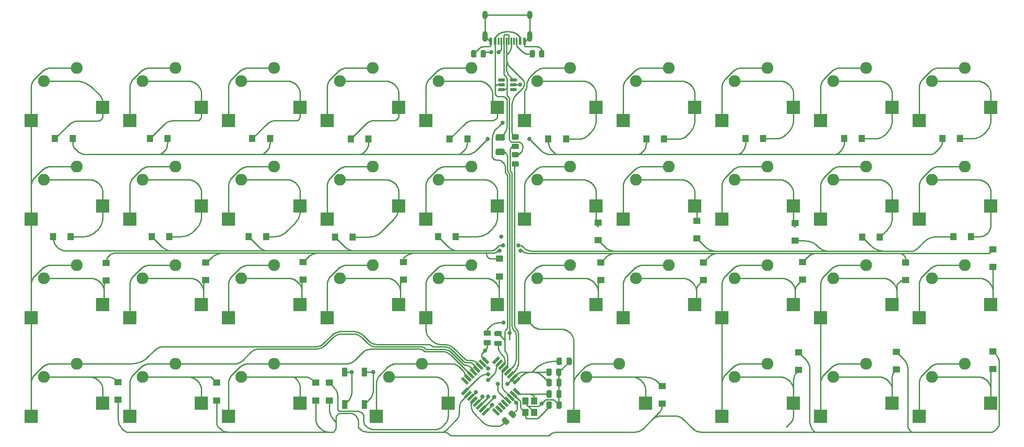
<source format=gbr>
%TF.GenerationSoftware,KiCad,Pcbnew,5.1.10*%
%TF.CreationDate,2021-10-06T18:26:39+02:00*%
%TF.ProjectId,ortho-qaz,6f727468-6f2d-4716-917a-2e6b69636164,rev?*%
%TF.SameCoordinates,Original*%
%TF.FileFunction,Copper,L2,Bot*%
%TF.FilePolarity,Positive*%
%FSLAX46Y46*%
G04 Gerber Fmt 4.6, Leading zero omitted, Abs format (unit mm)*
G04 Created by KiCad (PCBNEW 5.1.10) date 2021-10-06 18:26:39*
%MOMM*%
%LPD*%
G01*
G04 APERTURE LIST*
%TA.AperFunction,SMDPad,CuDef*%
%ADD10R,1.400000X1.200000*%
%TD*%
%TA.AperFunction,SMDPad,CuDef*%
%ADD11R,1.200000X1.400000*%
%TD*%
%TA.AperFunction,SMDPad,CuDef*%
%ADD12R,2.550000X2.500000*%
%TD*%
%TA.AperFunction,ComponentPad*%
%ADD13C,2.286000*%
%TD*%
%TA.AperFunction,SMDPad,CuDef*%
%ADD14R,0.600000X1.450000*%
%TD*%
%TA.AperFunction,SMDPad,CuDef*%
%ADD15R,0.300000X1.450000*%
%TD*%
%TA.AperFunction,ComponentPad*%
%ADD16O,1.000000X2.100000*%
%TD*%
%TA.AperFunction,ComponentPad*%
%ADD17O,1.000000X1.600000*%
%TD*%
%TA.AperFunction,SMDPad,CuDef*%
%ADD18C,0.100000*%
%TD*%
%TA.AperFunction,SMDPad,CuDef*%
%ADD19R,1.000000X1.700000*%
%TD*%
%TA.AperFunction,ViaPad*%
%ADD20C,0.800000*%
%TD*%
%TA.AperFunction,Conductor*%
%ADD21C,0.250000*%
%TD*%
G04 APERTURE END LIST*
D10*
%TO.P,D39,1*%
%TO.N,row3*%
X240390000Y-85030000D03*
%TO.P,D39,2*%
%TO.N,Net-(D39-Pad2)*%
X240390000Y-88430000D03*
%TD*%
%TO.P,D38,1*%
%TO.N,row3*%
X221790000Y-85130000D03*
%TO.P,D38,2*%
%TO.N,Net-(D38-Pad2)*%
X221790000Y-88530000D03*
%TD*%
%TO.P,D37,1*%
%TO.N,row3*%
X202890000Y-85230000D03*
%TO.P,D37,2*%
%TO.N,Net-(D37-Pad2)*%
X202890000Y-88630000D03*
%TD*%
%TO.P,D35,1*%
%TO.N,row3*%
X176540000Y-95130000D03*
%TO.P,D35,2*%
%TO.N,Net-(D35-Pad2)*%
X176540000Y-91730000D03*
%TD*%
%TO.P,D33,1*%
%TO.N,row3*%
X112290000Y-94480000D03*
%TO.P,D33,2*%
%TO.N,Net-(D33-Pad2)*%
X112290000Y-91080000D03*
%TD*%
%TO.P,D32,1*%
%TO.N,row3*%
X109640000Y-94480000D03*
%TO.P,D32,2*%
%TO.N,Net-(D32-Pad2)*%
X109640000Y-91080000D03*
%TD*%
%TO.P,D31,1*%
%TO.N,row3*%
X90540000Y-94480000D03*
%TO.P,D31,2*%
%TO.N,Net-(D31-Pad2)*%
X90540000Y-91080000D03*
%TD*%
%TO.P,D30,1*%
%TO.N,row3*%
X71490000Y-94380000D03*
%TO.P,D30,2*%
%TO.N,Net-(D30-Pad2)*%
X71490000Y-90980000D03*
%TD*%
%TO.P,D29,1*%
%TO.N,row2*%
X240390000Y-65330000D03*
%TO.P,D29,2*%
%TO.N,Net-(D29-Pad2)*%
X240390000Y-68730000D03*
%TD*%
%TO.P,D28,1*%
%TO.N,row2*%
X223590000Y-67830000D03*
%TO.P,D28,2*%
%TO.N,Net-(D28-Pad2)*%
X223590000Y-71230000D03*
%TD*%
%TO.P,D27,1*%
%TO.N,row2*%
X203690000Y-67730000D03*
%TO.P,D27,2*%
%TO.N,Net-(D27-Pad2)*%
X203690000Y-71130000D03*
%TD*%
%TO.P,D26,1*%
%TO.N,row2*%
X184490000Y-67830000D03*
%TO.P,D26,2*%
%TO.N,Net-(D26-Pad2)*%
X184490000Y-71230000D03*
%TD*%
%TO.P,D25,1*%
%TO.N,row2*%
X164690000Y-67830000D03*
%TO.P,D25,2*%
%TO.N,Net-(D25-Pad2)*%
X164690000Y-71230000D03*
%TD*%
%TO.P,D24,1*%
%TO.N,row2*%
X145140000Y-67130000D03*
%TO.P,D24,2*%
%TO.N,Net-(D24-Pad2)*%
X145140000Y-70530000D03*
%TD*%
%TO.P,D23,1*%
%TO.N,row2*%
X126590000Y-67730000D03*
%TO.P,D23,2*%
%TO.N,Net-(D23-Pad2)*%
X126590000Y-71130000D03*
%TD*%
%TO.P,D22,1*%
%TO.N,row2*%
X107190000Y-67780000D03*
%TO.P,D22,2*%
%TO.N,Net-(D22-Pad2)*%
X107190000Y-71180000D03*
%TD*%
%TO.P,D21,1*%
%TO.N,row2*%
X88390000Y-67880000D03*
%TO.P,D21,2*%
%TO.N,Net-(D21-Pad2)*%
X88390000Y-71280000D03*
%TD*%
%TO.P,D20,1*%
%TO.N,row2*%
X69240000Y-67930000D03*
%TO.P,D20,2*%
%TO.N,Net-(D20-Pad2)*%
X69240000Y-71330000D03*
%TD*%
D11*
%TO.P,D19,1*%
%TO.N,row1*%
X232790000Y-62830000D03*
%TO.P,D19,2*%
%TO.N,Net-(D19-Pad2)*%
X236190000Y-62830000D03*
%TD*%
%TO.P,D18,1*%
%TO.N,row1*%
X215190000Y-62930000D03*
%TO.P,D18,2*%
%TO.N,Net-(D18-Pad2)*%
X218590000Y-62930000D03*
%TD*%
D10*
%TO.P,D17,1*%
%TO.N,row1*%
X202190000Y-63630000D03*
%TO.P,D17,2*%
%TO.N,Net-(D17-Pad2)*%
X202190000Y-60230000D03*
%TD*%
%TO.P,D16,1*%
%TO.N,row1*%
X183290000Y-63230000D03*
%TO.P,D16,2*%
%TO.N,Net-(D16-Pad2)*%
X183290000Y-59830000D03*
%TD*%
%TO.P,D15,1*%
%TO.N,row1*%
X164190000Y-63530000D03*
%TO.P,D15,2*%
%TO.N,Net-(D15-Pad2)*%
X164190000Y-60130000D03*
%TD*%
D11*
%TO.P,D14,1*%
%TO.N,row1*%
X133290000Y-62830000D03*
%TO.P,D14,2*%
%TO.N,Net-(D14-Pad2)*%
X136690000Y-62830000D03*
%TD*%
%TO.P,D13,1*%
%TO.N,row1*%
X113390000Y-62930000D03*
%TO.P,D13,2*%
%TO.N,Net-(D13-Pad2)*%
X116790000Y-62930000D03*
%TD*%
%TO.P,D12,1*%
%TO.N,row1*%
X96690000Y-62830000D03*
%TO.P,D12,2*%
%TO.N,Net-(D12-Pad2)*%
X100090000Y-62830000D03*
%TD*%
%TO.P,D11,1*%
%TO.N,row1*%
X78040000Y-62830000D03*
%TO.P,D11,2*%
%TO.N,Net-(D11-Pad2)*%
X81440000Y-62830000D03*
%TD*%
%TO.P,D10,1*%
%TO.N,row1*%
X58990000Y-62855000D03*
%TO.P,D10,2*%
%TO.N,Net-(D10-Pad2)*%
X62390000Y-62855000D03*
%TD*%
%TO.P,D9,1*%
%TO.N,row0*%
X230690000Y-43930000D03*
%TO.P,D9,2*%
%TO.N,Net-(D9-Pad2)*%
X234090000Y-43930000D03*
%TD*%
%TO.P,D8,1*%
%TO.N,row0*%
X211690000Y-43880000D03*
%TO.P,D8,2*%
%TO.N,Net-(D8-Pad2)*%
X215090000Y-43880000D03*
%TD*%
%TO.P,D7,1*%
%TO.N,row0*%
X192640000Y-43930000D03*
%TO.P,D7,2*%
%TO.N,Net-(D7-Pad2)*%
X196040000Y-43930000D03*
%TD*%
%TO.P,D6,1*%
%TO.N,row0*%
X173490000Y-43980000D03*
%TO.P,D6,2*%
%TO.N,Net-(D6-Pad2)*%
X176890000Y-43980000D03*
%TD*%
%TO.P,D5,1*%
%TO.N,row0*%
X154590000Y-43980000D03*
%TO.P,D5,2*%
%TO.N,Net-(D5-Pad2)*%
X157990000Y-43980000D03*
%TD*%
%TO.P,D4,1*%
%TO.N,row0*%
X138940000Y-43980000D03*
%TO.P,D4,2*%
%TO.N,Net-(D4-Pad2)*%
X135540000Y-43980000D03*
%TD*%
%TO.P,D3,1*%
%TO.N,row0*%
X119840000Y-43980000D03*
%TO.P,D3,2*%
%TO.N,Net-(D3-Pad2)*%
X116440000Y-43980000D03*
%TD*%
%TO.P,D2,1*%
%TO.N,row0*%
X100840000Y-43930000D03*
%TO.P,D2,2*%
%TO.N,Net-(D2-Pad2)*%
X97440000Y-43930000D03*
%TD*%
%TO.P,D1,1*%
%TO.N,row0*%
X81040000Y-43930000D03*
%TO.P,D1,2*%
%TO.N,Net-(D1-Pad2)*%
X77640000Y-43930000D03*
%TD*%
%TO.P,D0,1*%
%TO.N,row0*%
X62740000Y-43930000D03*
%TO.P,D0,2*%
%TO.N,Net-(D0-Pad2)*%
X59340000Y-43930000D03*
%TD*%
D12*
%TO.P,K26,2*%
%TO.N,Net-(D26-Pad2)*%
X182850000Y-75970000D03*
D13*
X171480000Y-70890000D03*
%TO.P,K26,1*%
%TO.N,col6*%
X177830000Y-68350000D03*
D12*
X169000000Y-78510000D03*
%TD*%
%TO.P,K24,2*%
%TO.N,Net-(D24-Pad2)*%
X144750000Y-75970000D03*
D13*
X133380000Y-70890000D03*
%TO.P,K24,1*%
%TO.N,col4*%
X139730000Y-68350000D03*
D12*
X130900000Y-78510000D03*
%TD*%
%TO.P,C4,2*%
%TO.N,GND*%
%TA.AperFunction,SMDPad,CuDef*%
G36*
G01*
X156120000Y-91525000D02*
X156120000Y-90575000D01*
G75*
G02*
X156370000Y-90325000I250000J0D01*
G01*
X156870000Y-90325000D01*
G75*
G02*
X157120000Y-90575000I0J-250000D01*
G01*
X157120000Y-91525000D01*
G75*
G02*
X156870000Y-91775000I-250000J0D01*
G01*
X156370000Y-91775000D01*
G75*
G02*
X156120000Y-91525000I0J250000D01*
G01*
G37*
%TD.AperFunction*%
%TO.P,C4,1*%
%TO.N,+5*%
%TA.AperFunction,SMDPad,CuDef*%
G36*
G01*
X154220000Y-91525000D02*
X154220000Y-90575000D01*
G75*
G02*
X154470000Y-90325000I250000J0D01*
G01*
X154970000Y-90325000D01*
G75*
G02*
X155220000Y-90575000I0J-250000D01*
G01*
X155220000Y-91525000D01*
G75*
G02*
X154970000Y-91775000I-250000J0D01*
G01*
X154470000Y-91775000D01*
G75*
G02*
X154220000Y-91525000I0J250000D01*
G01*
G37*
%TD.AperFunction*%
%TD*%
%TO.P,C6,2*%
%TO.N,GND*%
%TA.AperFunction,SMDPad,CuDef*%
G36*
G01*
X156100000Y-89505000D02*
X156100000Y-88555000D01*
G75*
G02*
X156350000Y-88305000I250000J0D01*
G01*
X156850000Y-88305000D01*
G75*
G02*
X157100000Y-88555000I0J-250000D01*
G01*
X157100000Y-89505000D01*
G75*
G02*
X156850000Y-89755000I-250000J0D01*
G01*
X156350000Y-89755000D01*
G75*
G02*
X156100000Y-89505000I0J250000D01*
G01*
G37*
%TD.AperFunction*%
%TO.P,C6,1*%
%TO.N,+5*%
%TA.AperFunction,SMDPad,CuDef*%
G36*
G01*
X154200000Y-89505000D02*
X154200000Y-88555000D01*
G75*
G02*
X154450000Y-88305000I250000J0D01*
G01*
X154950000Y-88305000D01*
G75*
G02*
X155200000Y-88555000I0J-250000D01*
G01*
X155200000Y-89505000D01*
G75*
G02*
X154950000Y-89755000I-250000J0D01*
G01*
X154450000Y-89755000D01*
G75*
G02*
X154200000Y-89505000I0J250000D01*
G01*
G37*
%TD.AperFunction*%
%TD*%
%TO.P,K39,2*%
%TO.N,Net-(D39-Pad2)*%
X240000000Y-95000000D03*
D13*
X228630000Y-89920000D03*
%TO.P,K39,1*%
%TO.N,col9*%
X234980000Y-87380000D03*
D12*
X226150000Y-97540000D03*
%TD*%
%TO.P,K38,2*%
%TO.N,Net-(D38-Pad2)*%
X220950000Y-95020000D03*
D13*
X209580000Y-89940000D03*
%TO.P,K38,1*%
%TO.N,col8*%
X215930000Y-87400000D03*
D12*
X207100000Y-97560000D03*
%TD*%
%TO.P,K37,2*%
%TO.N,Net-(D37-Pad2)*%
X201900000Y-95020000D03*
D13*
X190530000Y-89940000D03*
%TO.P,K37,1*%
%TO.N,col7*%
X196880000Y-87400000D03*
D12*
X188050000Y-97560000D03*
%TD*%
%TO.P,K35,2*%
%TO.N,Net-(D35-Pad2)*%
X173325000Y-95020000D03*
D13*
X161955000Y-89940000D03*
%TO.P,K35,1*%
%TO.N,col5*%
X168305000Y-87400000D03*
D12*
X159475000Y-97560000D03*
%TD*%
%TO.P,K33,2*%
%TO.N,Net-(D33-Pad2)*%
X135225000Y-95020000D03*
D13*
X123855000Y-89940000D03*
%TO.P,K33,1*%
%TO.N,col3*%
X130205000Y-87400000D03*
D12*
X121375000Y-97560000D03*
%TD*%
%TO.P,K32,2*%
%TO.N,Net-(D32-Pad2)*%
X106650000Y-95020000D03*
D13*
X95280000Y-89940000D03*
%TO.P,K32,1*%
%TO.N,col2*%
X101630000Y-87400000D03*
D12*
X92800000Y-97560000D03*
%TD*%
%TO.P,K31,2*%
%TO.N,Net-(D31-Pad2)*%
X87600000Y-95020000D03*
D13*
X76230000Y-89940000D03*
%TO.P,K31,1*%
%TO.N,col1*%
X82580000Y-87400000D03*
D12*
X73750000Y-97560000D03*
%TD*%
%TO.P,K30,2*%
%TO.N,Net-(D30-Pad2)*%
X68550000Y-95020000D03*
D13*
X57180000Y-89940000D03*
%TO.P,K30,1*%
%TO.N,col0*%
X63530000Y-87400000D03*
D12*
X54700000Y-97560000D03*
%TD*%
%TO.P,K29,2*%
%TO.N,Net-(D29-Pad2)*%
X240000000Y-75970000D03*
D13*
X228630000Y-70890000D03*
%TO.P,K29,1*%
%TO.N,col9*%
X234980000Y-68350000D03*
D12*
X226150000Y-78510000D03*
%TD*%
%TO.P,K28,2*%
%TO.N,Net-(D28-Pad2)*%
X220950000Y-75970000D03*
D13*
X209580000Y-70890000D03*
%TO.P,K28,1*%
%TO.N,col8*%
X215930000Y-68350000D03*
D12*
X207100000Y-78510000D03*
%TD*%
%TO.P,K27,2*%
%TO.N,Net-(D27-Pad2)*%
X201900000Y-75970000D03*
D13*
X190530000Y-70890000D03*
%TO.P,K27,1*%
%TO.N,col7*%
X196880000Y-68350000D03*
D12*
X188050000Y-78510000D03*
%TD*%
%TO.P,K25,2*%
%TO.N,Net-(D25-Pad2)*%
X163800000Y-75970000D03*
D13*
X152430000Y-70890000D03*
%TO.P,K25,1*%
%TO.N,col5*%
X158780000Y-68350000D03*
D12*
X149950000Y-78510000D03*
%TD*%
%TO.P,K23,2*%
%TO.N,Net-(D23-Pad2)*%
X125700000Y-75970000D03*
D13*
X114330000Y-70890000D03*
%TO.P,K23,1*%
%TO.N,col3*%
X120680000Y-68350000D03*
D12*
X111850000Y-78510000D03*
%TD*%
%TO.P,K22,2*%
%TO.N,Net-(D22-Pad2)*%
X106650000Y-75970000D03*
D13*
X95280000Y-70890000D03*
%TO.P,K22,1*%
%TO.N,col2*%
X101630000Y-68350000D03*
D12*
X92800000Y-78510000D03*
%TD*%
%TO.P,K21,2*%
%TO.N,Net-(D21-Pad2)*%
X87600000Y-75970000D03*
D13*
X76230000Y-70890000D03*
%TO.P,K21,1*%
%TO.N,col1*%
X82580000Y-68350000D03*
D12*
X73750000Y-78510000D03*
%TD*%
%TO.P,K20,2*%
%TO.N,Net-(D20-Pad2)*%
X68550000Y-75970000D03*
D13*
X57180000Y-70890000D03*
%TO.P,K20,1*%
%TO.N,col0*%
X63530000Y-68350000D03*
D12*
X54700000Y-78510000D03*
%TD*%
%TO.P,K19,2*%
%TO.N,Net-(D19-Pad2)*%
X240000000Y-56920000D03*
D13*
X228630000Y-51840000D03*
%TO.P,K19,1*%
%TO.N,col9*%
X234980000Y-49300000D03*
D12*
X226150000Y-59460000D03*
%TD*%
%TO.P,K18,2*%
%TO.N,Net-(D18-Pad2)*%
X220950000Y-56920000D03*
D13*
X209580000Y-51840000D03*
%TO.P,K18,1*%
%TO.N,col8*%
X215930000Y-49300000D03*
D12*
X207100000Y-59460000D03*
%TD*%
%TO.P,K17,2*%
%TO.N,Net-(D17-Pad2)*%
X201900000Y-56920000D03*
D13*
X190530000Y-51840000D03*
%TO.P,K17,1*%
%TO.N,col7*%
X196880000Y-49300000D03*
D12*
X188050000Y-59460000D03*
%TD*%
%TO.P,K16,2*%
%TO.N,Net-(D16-Pad2)*%
X182850000Y-56920000D03*
D13*
X171480000Y-51840000D03*
%TO.P,K16,1*%
%TO.N,col6*%
X177830000Y-49300000D03*
D12*
X169000000Y-59460000D03*
%TD*%
%TO.P,K15,2*%
%TO.N,Net-(D15-Pad2)*%
X163800000Y-56920000D03*
D13*
X152430000Y-51840000D03*
%TO.P,K15,1*%
%TO.N,col5*%
X158780000Y-49300000D03*
D12*
X149950000Y-59460000D03*
%TD*%
%TO.P,K14,2*%
%TO.N,Net-(D14-Pad2)*%
X144750000Y-56920000D03*
D13*
X133380000Y-51840000D03*
%TO.P,K14,1*%
%TO.N,col4*%
X139730000Y-49300000D03*
D12*
X130900000Y-59460000D03*
%TD*%
%TO.P,K13,2*%
%TO.N,Net-(D13-Pad2)*%
X125700000Y-56920000D03*
D13*
X114330000Y-51840000D03*
%TO.P,K13,1*%
%TO.N,col3*%
X120680000Y-49300000D03*
D12*
X111850000Y-59460000D03*
%TD*%
%TO.P,K12,2*%
%TO.N,Net-(D12-Pad2)*%
X106650000Y-56920000D03*
D13*
X95280000Y-51840000D03*
%TO.P,K12,1*%
%TO.N,col2*%
X101630000Y-49300000D03*
D12*
X92800000Y-59460000D03*
%TD*%
%TO.P,K11,2*%
%TO.N,Net-(D11-Pad2)*%
X87600000Y-56920000D03*
D13*
X76230000Y-51840000D03*
%TO.P,K11,1*%
%TO.N,col1*%
X82580000Y-49300000D03*
D12*
X73750000Y-59460000D03*
%TD*%
%TO.P,K10,2*%
%TO.N,Net-(D10-Pad2)*%
X68550000Y-56920000D03*
D13*
X57180000Y-51840000D03*
%TO.P,K10,1*%
%TO.N,col0*%
X63530000Y-49300000D03*
D12*
X54700000Y-59460000D03*
%TD*%
%TO.P,K9,2*%
%TO.N,Net-(D9-Pad2)*%
X240000000Y-37870000D03*
D13*
X228630000Y-32790000D03*
%TO.P,K9,1*%
%TO.N,col9*%
X234980000Y-30250000D03*
D12*
X226150000Y-40410000D03*
%TD*%
%TO.P,K8,2*%
%TO.N,Net-(D8-Pad2)*%
X220950000Y-37870000D03*
D13*
X209580000Y-32790000D03*
%TO.P,K8,1*%
%TO.N,col8*%
X215930000Y-30250000D03*
D12*
X207100000Y-40410000D03*
%TD*%
%TO.P,K7,2*%
%TO.N,Net-(D7-Pad2)*%
X201900000Y-37870000D03*
D13*
X190530000Y-32790000D03*
%TO.P,K7,1*%
%TO.N,col7*%
X196880000Y-30250000D03*
D12*
X188050000Y-40410000D03*
%TD*%
%TO.P,K6,2*%
%TO.N,Net-(D6-Pad2)*%
X182850000Y-37870000D03*
D13*
X171480000Y-32790000D03*
%TO.P,K6,1*%
%TO.N,col6*%
X177830000Y-30250000D03*
D12*
X169000000Y-40410000D03*
%TD*%
%TO.P,K5,2*%
%TO.N,Net-(D5-Pad2)*%
X163800000Y-37870000D03*
D13*
X152430000Y-32790000D03*
%TO.P,K5,1*%
%TO.N,col5*%
X158780000Y-30250000D03*
D12*
X149950000Y-40410000D03*
%TD*%
%TO.P,K4,2*%
%TO.N,Net-(D4-Pad2)*%
X144750000Y-37870000D03*
D13*
X133380000Y-32790000D03*
%TO.P,K4,1*%
%TO.N,col4*%
X139730000Y-30250000D03*
D12*
X130900000Y-40410000D03*
%TD*%
%TO.P,K3,2*%
%TO.N,Net-(D3-Pad2)*%
X125700000Y-37870000D03*
D13*
X114330000Y-32790000D03*
%TO.P,K3,1*%
%TO.N,col3*%
X120680000Y-30250000D03*
D12*
X111850000Y-40410000D03*
%TD*%
%TO.P,K2,2*%
%TO.N,Net-(D2-Pad2)*%
X106650000Y-37870000D03*
D13*
X95280000Y-32790000D03*
%TO.P,K2,1*%
%TO.N,col2*%
X101630000Y-30250000D03*
D12*
X92800000Y-40410000D03*
%TD*%
%TO.P,K1,2*%
%TO.N,Net-(D1-Pad2)*%
X87600000Y-37870000D03*
D13*
X76230000Y-32790000D03*
%TO.P,K1,1*%
%TO.N,col1*%
X82580000Y-30250000D03*
D12*
X73750000Y-40410000D03*
%TD*%
%TO.P,K0,2*%
%TO.N,Net-(D0-Pad2)*%
X68550000Y-37870000D03*
D13*
X57180000Y-32790000D03*
%TO.P,K0,1*%
%TO.N,col0*%
X63530000Y-30250000D03*
D12*
X54700000Y-40410000D03*
%TD*%
D14*
%TO.P,J1,B1*%
%TO.N,GND*%
X149965000Y-25087500D03*
%TO.P,J1,A9*%
%TO.N,VCC*%
X149165000Y-25087500D03*
%TO.P,J1,B9*%
X144265000Y-25087500D03*
%TO.P,J1,B12*%
%TO.N,GND*%
X143465000Y-25087500D03*
%TO.P,J1,A1*%
X143465000Y-25087500D03*
%TO.P,J1,A4*%
%TO.N,VCC*%
X144265000Y-25087500D03*
%TO.P,J1,B4*%
X149165000Y-25087500D03*
%TO.P,J1,A12*%
%TO.N,GND*%
X149965000Y-25087500D03*
D15*
%TO.P,J1,B8*%
%TO.N,Net-(J1-PadB8)*%
X144965000Y-25087500D03*
%TO.P,J1,A5*%
%TO.N,Net-(J1-PadA5)*%
X145465000Y-25087500D03*
%TO.P,J1,B7*%
%TO.N,D-*%
X145965000Y-25087500D03*
%TO.P,J1,A7*%
X146965000Y-25087500D03*
%TO.P,J1,B6*%
%TO.N,D+*%
X147465000Y-25087500D03*
%TO.P,J1,A8*%
%TO.N,Net-(J1-PadA8)*%
X147965000Y-25087500D03*
%TO.P,J1,B5*%
%TO.N,Net-(J1-PadB5)*%
X148465000Y-25087500D03*
%TO.P,J1,A6*%
%TO.N,D+*%
X146465000Y-25087500D03*
D16*
%TO.P,J1,S1*%
%TO.N,GND*%
X151035000Y-24172500D03*
X142395000Y-24172500D03*
D17*
X142395000Y-19992500D03*
X151035000Y-19992500D03*
%TD*%
D11*
%TO.P,Y1,4*%
%TO.N,GND*%
X150140000Y-94630000D03*
%TO.P,Y1,3*%
%TO.N,Net-(C3-Pad1)*%
X150140000Y-96830000D03*
%TO.P,Y1,2*%
%TO.N,GND*%
X151840000Y-96830000D03*
%TO.P,Y1,1*%
%TO.N,Net-(C2-Pad2)*%
X151840000Y-94630000D03*
%TD*%
%TO.P,U2,6*%
%TO.N,Net-(U2-Pad6)*%
%TA.AperFunction,SMDPad,CuDef*%
G36*
G01*
X146205000Y-32400000D02*
X146205000Y-32700000D01*
G75*
G02*
X146055000Y-32850000I-150000J0D01*
G01*
X145030000Y-32850000D01*
G75*
G02*
X144880000Y-32700000I0J150000D01*
G01*
X144880000Y-32400000D01*
G75*
G02*
X145030000Y-32250000I150000J0D01*
G01*
X146055000Y-32250000D01*
G75*
G02*
X146205000Y-32400000I0J-150000D01*
G01*
G37*
%TD.AperFunction*%
%TO.P,U2,5*%
%TO.N,VCC*%
%TA.AperFunction,SMDPad,CuDef*%
G36*
G01*
X146205000Y-33350000D02*
X146205000Y-33650000D01*
G75*
G02*
X146055000Y-33800000I-150000J0D01*
G01*
X145030000Y-33800000D01*
G75*
G02*
X144880000Y-33650000I0J150000D01*
G01*
X144880000Y-33350000D01*
G75*
G02*
X145030000Y-33200000I150000J0D01*
G01*
X146055000Y-33200000D01*
G75*
G02*
X146205000Y-33350000I0J-150000D01*
G01*
G37*
%TD.AperFunction*%
%TO.P,U2,4*%
%TO.N,D-*%
%TA.AperFunction,SMDPad,CuDef*%
G36*
G01*
X146205000Y-34300000D02*
X146205000Y-34600000D01*
G75*
G02*
X146055000Y-34750000I-150000J0D01*
G01*
X145030000Y-34750000D01*
G75*
G02*
X144880000Y-34600000I0J150000D01*
G01*
X144880000Y-34300000D01*
G75*
G02*
X145030000Y-34150000I150000J0D01*
G01*
X146055000Y-34150000D01*
G75*
G02*
X146205000Y-34300000I0J-150000D01*
G01*
G37*
%TD.AperFunction*%
%TO.P,U2,3*%
%TO.N,Net-(U2-Pad3)*%
%TA.AperFunction,SMDPad,CuDef*%
G36*
G01*
X148480000Y-34300000D02*
X148480000Y-34600000D01*
G75*
G02*
X148330000Y-34750000I-150000J0D01*
G01*
X147305000Y-34750000D01*
G75*
G02*
X147155000Y-34600000I0J150000D01*
G01*
X147155000Y-34300000D01*
G75*
G02*
X147305000Y-34150000I150000J0D01*
G01*
X148330000Y-34150000D01*
G75*
G02*
X148480000Y-34300000I0J-150000D01*
G01*
G37*
%TD.AperFunction*%
%TO.P,U2,2*%
%TO.N,GND*%
%TA.AperFunction,SMDPad,CuDef*%
G36*
G01*
X148480000Y-33350000D02*
X148480000Y-33650000D01*
G75*
G02*
X148330000Y-33800000I-150000J0D01*
G01*
X147305000Y-33800000D01*
G75*
G02*
X147155000Y-33650000I0J150000D01*
G01*
X147155000Y-33350000D01*
G75*
G02*
X147305000Y-33200000I150000J0D01*
G01*
X148330000Y-33200000D01*
G75*
G02*
X148480000Y-33350000I0J-150000D01*
G01*
G37*
%TD.AperFunction*%
%TO.P,U2,1*%
%TO.N,D+*%
%TA.AperFunction,SMDPad,CuDef*%
G36*
G01*
X148480000Y-32400000D02*
X148480000Y-32700000D01*
G75*
G02*
X148330000Y-32850000I-150000J0D01*
G01*
X147305000Y-32850000D01*
G75*
G02*
X147155000Y-32700000I0J150000D01*
G01*
X147155000Y-32400000D01*
G75*
G02*
X147305000Y-32250000I150000J0D01*
G01*
X148330000Y-32250000D01*
G75*
G02*
X148480000Y-32400000I0J-150000D01*
G01*
G37*
%TD.AperFunction*%
%TD*%
%TA.AperFunction,SMDPad,CuDef*%
D18*
%TO.P,U1,32*%
%TO.N,+5*%
G36*
X148083872Y-91444835D02*
G01*
X147694963Y-91055926D01*
X148826334Y-89924555D01*
X149215243Y-90313464D01*
X148083872Y-91444835D01*
G37*
%TD.AperFunction*%
%TA.AperFunction,SMDPad,CuDef*%
%TO.P,U1,31*%
G36*
X147518186Y-90879150D02*
G01*
X147129277Y-90490241D01*
X148260648Y-89358870D01*
X148649557Y-89747779D01*
X147518186Y-90879150D01*
G37*
%TD.AperFunction*%
%TA.AperFunction,SMDPad,CuDef*%
%TO.P,U1,30*%
%TO.N,Net-(R1-Pad2)*%
G36*
X146952501Y-90313464D02*
G01*
X146563592Y-89924555D01*
X147694963Y-88793184D01*
X148083872Y-89182093D01*
X146952501Y-90313464D01*
G37*
%TD.AperFunction*%
%TA.AperFunction,SMDPad,CuDef*%
%TO.P,U1,29*%
%TO.N,Net-(R2-Pad1)*%
G36*
X146386816Y-89747779D02*
G01*
X145997907Y-89358870D01*
X147129278Y-88227499D01*
X147518187Y-88616408D01*
X146386816Y-89747779D01*
G37*
%TD.AperFunction*%
%TA.AperFunction,SMDPad,CuDef*%
%TO.P,U1,28*%
%TO.N,GND*%
G36*
X145821130Y-89182093D02*
G01*
X145432221Y-88793184D01*
X146563592Y-87661813D01*
X146952501Y-88050722D01*
X145821130Y-89182093D01*
G37*
%TD.AperFunction*%
%TA.AperFunction,SMDPad,CuDef*%
%TO.P,U1,27*%
%TO.N,Net-(C1-Pad1)*%
G36*
X145255445Y-88616408D02*
G01*
X144866536Y-88227499D01*
X145997907Y-87096128D01*
X146386816Y-87485037D01*
X145255445Y-88616408D01*
G37*
%TD.AperFunction*%
%TA.AperFunction,SMDPad,CuDef*%
%TO.P,U1,26*%
%TO.N,row2*%
G36*
X144689759Y-88050723D02*
G01*
X144300850Y-87661814D01*
X145432221Y-86530443D01*
X145821130Y-86919352D01*
X144689759Y-88050723D01*
G37*
%TD.AperFunction*%
%TA.AperFunction,SMDPad,CuDef*%
%TO.P,U1,25*%
%TO.N,Net-(U1-Pad25)*%
G36*
X144124074Y-87485037D02*
G01*
X143735165Y-87096128D01*
X144866536Y-85964757D01*
X145255445Y-86353666D01*
X144124074Y-87485037D01*
G37*
%TD.AperFunction*%
%TA.AperFunction,SMDPad,CuDef*%
%TO.P,U1,24*%
%TO.N,Net-(R3-Pad2)*%
G36*
X143204835Y-87096128D02*
G01*
X142815926Y-87485037D01*
X141684555Y-86353666D01*
X142073464Y-85964757D01*
X143204835Y-87096128D01*
G37*
%TD.AperFunction*%
%TA.AperFunction,SMDPad,CuDef*%
%TO.P,U1,23*%
%TO.N,row0*%
G36*
X142639150Y-87661814D02*
G01*
X142250241Y-88050723D01*
X141118870Y-86919352D01*
X141507779Y-86530443D01*
X142639150Y-87661814D01*
G37*
%TD.AperFunction*%
%TA.AperFunction,SMDPad,CuDef*%
%TO.P,U1,22*%
%TO.N,col4*%
G36*
X142073464Y-88227499D02*
G01*
X141684555Y-88616408D01*
X140553184Y-87485037D01*
X140942093Y-87096128D01*
X142073464Y-88227499D01*
G37*
%TD.AperFunction*%
%TA.AperFunction,SMDPad,CuDef*%
%TO.P,U1,21*%
%TO.N,col0*%
G36*
X141507779Y-88793184D02*
G01*
X141118870Y-89182093D01*
X139987499Y-88050722D01*
X140376408Y-87661813D01*
X141507779Y-88793184D01*
G37*
%TD.AperFunction*%
%TA.AperFunction,SMDPad,CuDef*%
%TO.P,U1,20*%
%TO.N,col1*%
G36*
X140942093Y-89358870D02*
G01*
X140553184Y-89747779D01*
X139421813Y-88616408D01*
X139810722Y-88227499D01*
X140942093Y-89358870D01*
G37*
%TD.AperFunction*%
%TA.AperFunction,SMDPad,CuDef*%
%TO.P,U1,19*%
%TO.N,col2*%
G36*
X140376408Y-89924555D02*
G01*
X139987499Y-90313464D01*
X138856128Y-89182093D01*
X139245037Y-88793184D01*
X140376408Y-89924555D01*
G37*
%TD.AperFunction*%
%TA.AperFunction,SMDPad,CuDef*%
%TO.P,U1,18*%
%TO.N,col3*%
G36*
X139810723Y-90490241D02*
G01*
X139421814Y-90879150D01*
X138290443Y-89747779D01*
X138679352Y-89358870D01*
X139810723Y-90490241D01*
G37*
%TD.AperFunction*%
%TA.AperFunction,SMDPad,CuDef*%
%TO.P,U1,17*%
%TO.N,Net-(U1-Pad17)*%
G36*
X139245037Y-91055926D02*
G01*
X138856128Y-91444835D01*
X137724757Y-90313464D01*
X138113666Y-89924555D01*
X139245037Y-91055926D01*
G37*
%TD.AperFunction*%
%TA.AperFunction,SMDPad,CuDef*%
%TO.P,U1,16*%
%TO.N,row1*%
G36*
X138113666Y-93495445D02*
G01*
X137724757Y-93106536D01*
X138856128Y-91975165D01*
X139245037Y-92364074D01*
X138113666Y-93495445D01*
G37*
%TD.AperFunction*%
%TA.AperFunction,SMDPad,CuDef*%
%TO.P,U1,15*%
%TO.N,row3*%
G36*
X138679352Y-94061130D02*
G01*
X138290443Y-93672221D01*
X139421814Y-92540850D01*
X139810723Y-92929759D01*
X138679352Y-94061130D01*
G37*
%TD.AperFunction*%
%TA.AperFunction,SMDPad,CuDef*%
%TO.P,U1,14*%
%TO.N,col5*%
G36*
X139245037Y-94626816D02*
G01*
X138856128Y-94237907D01*
X139987499Y-93106536D01*
X140376408Y-93495445D01*
X139245037Y-94626816D01*
G37*
%TD.AperFunction*%
%TA.AperFunction,SMDPad,CuDef*%
%TO.P,U1,13*%
%TO.N,Net-(R6-Pad2)*%
G36*
X139810722Y-95192501D02*
G01*
X139421813Y-94803592D01*
X140553184Y-93672221D01*
X140942093Y-94061130D01*
X139810722Y-95192501D01*
G37*
%TD.AperFunction*%
%TA.AperFunction,SMDPad,CuDef*%
%TO.P,U1,12*%
%TO.N,col6*%
G36*
X140376408Y-95758187D02*
G01*
X139987499Y-95369278D01*
X141118870Y-94237907D01*
X141507779Y-94626816D01*
X140376408Y-95758187D01*
G37*
%TD.AperFunction*%
%TA.AperFunction,SMDPad,CuDef*%
%TO.P,U1,11*%
%TO.N,col9*%
G36*
X140942093Y-96323872D02*
G01*
X140553184Y-95934963D01*
X141684555Y-94803592D01*
X142073464Y-95192501D01*
X140942093Y-96323872D01*
G37*
%TD.AperFunction*%
%TA.AperFunction,SMDPad,CuDef*%
%TO.P,U1,10*%
%TO.N,col8*%
G36*
X141507779Y-96889557D02*
G01*
X141118870Y-96500648D01*
X142250241Y-95369277D01*
X142639150Y-95758186D01*
X141507779Y-96889557D01*
G37*
%TD.AperFunction*%
%TA.AperFunction,SMDPad,CuDef*%
%TO.P,U1,9*%
%TO.N,col7*%
G36*
X142073464Y-97455243D02*
G01*
X141684555Y-97066334D01*
X142815926Y-95934963D01*
X143204835Y-96323872D01*
X142073464Y-97455243D01*
G37*
%TD.AperFunction*%
%TA.AperFunction,SMDPad,CuDef*%
%TO.P,U1,8*%
%TO.N,Net-(U1-Pad8)*%
G36*
X145255445Y-97066334D02*
G01*
X144866536Y-97455243D01*
X143735165Y-96323872D01*
X144124074Y-95934963D01*
X145255445Y-97066334D01*
G37*
%TD.AperFunction*%
%TA.AperFunction,SMDPad,CuDef*%
%TO.P,U1,7*%
%TO.N,Net-(U1-Pad7)*%
G36*
X145821130Y-96500648D02*
G01*
X145432221Y-96889557D01*
X144300850Y-95758186D01*
X144689759Y-95369277D01*
X145821130Y-96500648D01*
G37*
%TD.AperFunction*%
%TA.AperFunction,SMDPad,CuDef*%
%TO.P,U1,6*%
%TO.N,Net-(U1-Pad6)*%
G36*
X146386816Y-95934963D02*
G01*
X145997907Y-96323872D01*
X144866536Y-95192501D01*
X145255445Y-94803592D01*
X146386816Y-95934963D01*
G37*
%TD.AperFunction*%
%TA.AperFunction,SMDPad,CuDef*%
%TO.P,U1,5*%
%TO.N,Net-(U1-Pad5)*%
G36*
X146952501Y-95369278D02*
G01*
X146563592Y-95758187D01*
X145432221Y-94626816D01*
X145821130Y-94237907D01*
X146952501Y-95369278D01*
G37*
%TD.AperFunction*%
%TA.AperFunction,SMDPad,CuDef*%
%TO.P,U1,4*%
%TO.N,+5*%
G36*
X147518187Y-94803592D02*
G01*
X147129278Y-95192501D01*
X145997907Y-94061130D01*
X146386816Y-93672221D01*
X147518187Y-94803592D01*
G37*
%TD.AperFunction*%
%TA.AperFunction,SMDPad,CuDef*%
%TO.P,U1,3*%
%TO.N,GND*%
G36*
X148083872Y-94237907D02*
G01*
X147694963Y-94626816D01*
X146563592Y-93495445D01*
X146952501Y-93106536D01*
X148083872Y-94237907D01*
G37*
%TD.AperFunction*%
%TA.AperFunction,SMDPad,CuDef*%
%TO.P,U1,2*%
%TO.N,Net-(C3-Pad1)*%
G36*
X148649557Y-93672221D02*
G01*
X148260648Y-94061130D01*
X147129277Y-92929759D01*
X147518186Y-92540850D01*
X148649557Y-93672221D01*
G37*
%TD.AperFunction*%
%TA.AperFunction,SMDPad,CuDef*%
%TO.P,U1,1*%
%TO.N,Net-(C2-Pad2)*%
G36*
X149215243Y-93106536D02*
G01*
X148826334Y-93495445D01*
X147694963Y-92364074D01*
X148083872Y-91975165D01*
X149215243Y-93106536D01*
G37*
%TD.AperFunction*%
%TD*%
D19*
%TO.P,SW1,2*%
%TO.N,Net-(R3-Pad2)*%
X115240000Y-88980000D03*
X115240000Y-95280000D03*
%TO.P,SW1,1*%
%TO.N,GND*%
X119040000Y-88980000D03*
X119040000Y-95280000D03*
%TD*%
%TO.P,R6,2*%
%TO.N,Net-(R6-Pad2)*%
%TA.AperFunction,SMDPad,CuDef*%
G36*
G01*
X146373722Y-97789879D02*
X147010121Y-98426278D01*
G75*
G02*
X147010121Y-98779828I-176775J-176775D01*
G01*
X146638888Y-99151061D01*
G75*
G02*
X146285338Y-99151061I-176775J176775D01*
G01*
X145648939Y-98514662D01*
G75*
G02*
X145648939Y-98161112I176775J176775D01*
G01*
X146020172Y-97789879D01*
G75*
G02*
X146373722Y-97789879I176775J-176775D01*
G01*
G37*
%TD.AperFunction*%
%TO.P,R6,1*%
%TO.N,GND*%
%TA.AperFunction,SMDPad,CuDef*%
G36*
G01*
X147664192Y-96499409D02*
X148300591Y-97135808D01*
G75*
G02*
X148300591Y-97489358I-176775J-176775D01*
G01*
X147929358Y-97860591D01*
G75*
G02*
X147575808Y-97860591I-176775J176775D01*
G01*
X146939409Y-97224192D01*
G75*
G02*
X146939409Y-96870642I176775J176775D01*
G01*
X147310642Y-96499409D01*
G75*
G02*
X147664192Y-96499409I176775J-176775D01*
G01*
G37*
%TD.AperFunction*%
%TD*%
%TO.P,R5,2*%
%TO.N,Net-(J1-PadB5)*%
%TA.AperFunction,SMDPad,CuDef*%
G36*
G01*
X152000000Y-27079998D02*
X152000000Y-27980002D01*
G75*
G02*
X151750002Y-28230000I-249998J0D01*
G01*
X151224998Y-28230000D01*
G75*
G02*
X150975000Y-27980002I0J249998D01*
G01*
X150975000Y-27079998D01*
G75*
G02*
X151224998Y-26830000I249998J0D01*
G01*
X151750002Y-26830000D01*
G75*
G02*
X152000000Y-27079998I0J-249998D01*
G01*
G37*
%TD.AperFunction*%
%TO.P,R5,1*%
%TO.N,GND*%
%TA.AperFunction,SMDPad,CuDef*%
G36*
G01*
X153825000Y-27079998D02*
X153825000Y-27980002D01*
G75*
G02*
X153575002Y-28230000I-249998J0D01*
G01*
X153049998Y-28230000D01*
G75*
G02*
X152800000Y-27980002I0J249998D01*
G01*
X152800000Y-27079998D01*
G75*
G02*
X153049998Y-26830000I249998J0D01*
G01*
X153575002Y-26830000D01*
G75*
G02*
X153825000Y-27079998I0J-249998D01*
G01*
G37*
%TD.AperFunction*%
%TD*%
%TO.P,R4,2*%
%TO.N,Net-(J1-PadA5)*%
%TA.AperFunction,SMDPad,CuDef*%
G36*
G01*
X141490000Y-27980002D02*
X141490000Y-27079998D01*
G75*
G02*
X141739998Y-26830000I249998J0D01*
G01*
X142265002Y-26830000D01*
G75*
G02*
X142515000Y-27079998I0J-249998D01*
G01*
X142515000Y-27980002D01*
G75*
G02*
X142265002Y-28230000I-249998J0D01*
G01*
X141739998Y-28230000D01*
G75*
G02*
X141490000Y-27980002I0J249998D01*
G01*
G37*
%TD.AperFunction*%
%TO.P,R4,1*%
%TO.N,GND*%
%TA.AperFunction,SMDPad,CuDef*%
G36*
G01*
X139665000Y-27980002D02*
X139665000Y-27079998D01*
G75*
G02*
X139914998Y-26830000I249998J0D01*
G01*
X140440002Y-26830000D01*
G75*
G02*
X140690000Y-27079998I0J-249998D01*
G01*
X140690000Y-27980002D01*
G75*
G02*
X140440002Y-28230000I-249998J0D01*
G01*
X139914998Y-28230000D01*
G75*
G02*
X139665000Y-27980002I0J249998D01*
G01*
G37*
%TD.AperFunction*%
%TD*%
%TO.P,R3,2*%
%TO.N,Net-(R3-Pad2)*%
%TA.AperFunction,SMDPad,CuDef*%
G36*
G01*
X142339998Y-82830000D02*
X143240002Y-82830000D01*
G75*
G02*
X143490000Y-83079998I0J-249998D01*
G01*
X143490000Y-83605002D01*
G75*
G02*
X143240002Y-83855000I-249998J0D01*
G01*
X142339998Y-83855000D01*
G75*
G02*
X142090000Y-83605002I0J249998D01*
G01*
X142090000Y-83079998D01*
G75*
G02*
X142339998Y-82830000I249998J0D01*
G01*
G37*
%TD.AperFunction*%
%TO.P,R3,1*%
%TO.N,+5*%
%TA.AperFunction,SMDPad,CuDef*%
G36*
G01*
X142339998Y-81005000D02*
X143240002Y-81005000D01*
G75*
G02*
X143490000Y-81254998I0J-249998D01*
G01*
X143490000Y-81780002D01*
G75*
G02*
X143240002Y-82030000I-249998J0D01*
G01*
X142339998Y-82030000D01*
G75*
G02*
X142090000Y-81780002I0J249998D01*
G01*
X142090000Y-81254998D01*
G75*
G02*
X142339998Y-81005000I249998J0D01*
G01*
G37*
%TD.AperFunction*%
%TD*%
%TO.P,R2,2*%
%TO.N,D+*%
%TA.AperFunction,SMDPad,CuDef*%
G36*
G01*
X148640002Y-44110000D02*
X147739998Y-44110000D01*
G75*
G02*
X147490000Y-43860002I0J249998D01*
G01*
X147490000Y-43334998D01*
G75*
G02*
X147739998Y-43085000I249998J0D01*
G01*
X148640002Y-43085000D01*
G75*
G02*
X148890000Y-43334998I0J-249998D01*
G01*
X148890000Y-43860002D01*
G75*
G02*
X148640002Y-44110000I-249998J0D01*
G01*
G37*
%TD.AperFunction*%
%TO.P,R2,1*%
%TO.N,Net-(R2-Pad1)*%
%TA.AperFunction,SMDPad,CuDef*%
G36*
G01*
X148640002Y-45935000D02*
X147739998Y-45935000D01*
G75*
G02*
X147490000Y-45685002I0J249998D01*
G01*
X147490000Y-45159998D01*
G75*
G02*
X147739998Y-44910000I249998J0D01*
G01*
X148640002Y-44910000D01*
G75*
G02*
X148890000Y-45159998I0J-249998D01*
G01*
X148890000Y-45685002D01*
G75*
G02*
X148640002Y-45935000I-249998J0D01*
G01*
G37*
%TD.AperFunction*%
%TD*%
%TO.P,R1,2*%
%TO.N,Net-(R1-Pad2)*%
%TA.AperFunction,SMDPad,CuDef*%
G36*
G01*
X147739998Y-48310000D02*
X148640002Y-48310000D01*
G75*
G02*
X148890000Y-48559998I0J-249998D01*
G01*
X148890000Y-49085002D01*
G75*
G02*
X148640002Y-49335000I-249998J0D01*
G01*
X147739998Y-49335000D01*
G75*
G02*
X147490000Y-49085002I0J249998D01*
G01*
X147490000Y-48559998D01*
G75*
G02*
X147739998Y-48310000I249998J0D01*
G01*
G37*
%TD.AperFunction*%
%TO.P,R1,1*%
%TO.N,D-*%
%TA.AperFunction,SMDPad,CuDef*%
G36*
G01*
X147739998Y-46485000D02*
X148640002Y-46485000D01*
G75*
G02*
X148890000Y-46734998I0J-249998D01*
G01*
X148890000Y-47260002D01*
G75*
G02*
X148640002Y-47510000I-249998J0D01*
G01*
X147739998Y-47510000D01*
G75*
G02*
X147490000Y-47260002I0J249998D01*
G01*
X147490000Y-46734998D01*
G75*
G02*
X147739998Y-46485000I249998J0D01*
G01*
G37*
%TD.AperFunction*%
%TD*%
%TO.P,F1,2*%
%TO.N,+5*%
%TA.AperFunction,SMDPad,CuDef*%
G36*
G01*
X144655000Y-45875000D02*
X145905000Y-45875000D01*
G75*
G02*
X146155000Y-46125000I0J-250000D01*
G01*
X146155000Y-46875000D01*
G75*
G02*
X145905000Y-47125000I-250000J0D01*
G01*
X144655000Y-47125000D01*
G75*
G02*
X144405000Y-46875000I0J250000D01*
G01*
X144405000Y-46125000D01*
G75*
G02*
X144655000Y-45875000I250000J0D01*
G01*
G37*
%TD.AperFunction*%
%TO.P,F1,1*%
%TO.N,VCC*%
%TA.AperFunction,SMDPad,CuDef*%
G36*
G01*
X144655000Y-43075000D02*
X145905000Y-43075000D01*
G75*
G02*
X146155000Y-43325000I0J-250000D01*
G01*
X146155000Y-44075000D01*
G75*
G02*
X145905000Y-44325000I-250000J0D01*
G01*
X144655000Y-44325000D01*
G75*
G02*
X144405000Y-44075000I0J250000D01*
G01*
X144405000Y-43325000D01*
G75*
G02*
X144655000Y-43075000I250000J0D01*
G01*
G37*
%TD.AperFunction*%
%TD*%
%TO.P,C5,2*%
%TO.N,GND*%
%TA.AperFunction,SMDPad,CuDef*%
G36*
G01*
X158090000Y-87415000D02*
X158090000Y-86465000D01*
G75*
G02*
X158340000Y-86215000I250000J0D01*
G01*
X158840000Y-86215000D01*
G75*
G02*
X159090000Y-86465000I0J-250000D01*
G01*
X159090000Y-87415000D01*
G75*
G02*
X158840000Y-87665000I-250000J0D01*
G01*
X158340000Y-87665000D01*
G75*
G02*
X158090000Y-87415000I0J250000D01*
G01*
G37*
%TD.AperFunction*%
%TO.P,C5,1*%
%TO.N,+5*%
%TA.AperFunction,SMDPad,CuDef*%
G36*
G01*
X156190000Y-87415000D02*
X156190000Y-86465000D01*
G75*
G02*
X156440000Y-86215000I250000J0D01*
G01*
X156940000Y-86215000D01*
G75*
G02*
X157190000Y-86465000I0J-250000D01*
G01*
X157190000Y-87415000D01*
G75*
G02*
X156940000Y-87665000I-250000J0D01*
G01*
X156440000Y-87665000D01*
G75*
G02*
X156190000Y-87415000I0J250000D01*
G01*
G37*
%TD.AperFunction*%
%TD*%
%TO.P,C3,2*%
%TO.N,GND*%
%TA.AperFunction,SMDPad,CuDef*%
G36*
G01*
X156140000Y-95855000D02*
X156140000Y-94905000D01*
G75*
G02*
X156390000Y-94655000I250000J0D01*
G01*
X156890000Y-94655000D01*
G75*
G02*
X157140000Y-94905000I0J-250000D01*
G01*
X157140000Y-95855000D01*
G75*
G02*
X156890000Y-96105000I-250000J0D01*
G01*
X156390000Y-96105000D01*
G75*
G02*
X156140000Y-95855000I0J250000D01*
G01*
G37*
%TD.AperFunction*%
%TO.P,C3,1*%
%TO.N,Net-(C3-Pad1)*%
%TA.AperFunction,SMDPad,CuDef*%
G36*
G01*
X154240000Y-95855000D02*
X154240000Y-94905000D01*
G75*
G02*
X154490000Y-94655000I250000J0D01*
G01*
X154990000Y-94655000D01*
G75*
G02*
X155240000Y-94905000I0J-250000D01*
G01*
X155240000Y-95855000D01*
G75*
G02*
X154990000Y-96105000I-250000J0D01*
G01*
X154490000Y-96105000D01*
G75*
G02*
X154240000Y-95855000I0J250000D01*
G01*
G37*
%TD.AperFunction*%
%TD*%
%TO.P,C2,2*%
%TO.N,Net-(C2-Pad2)*%
%TA.AperFunction,SMDPad,CuDef*%
G36*
G01*
X155230000Y-92775000D02*
X155230000Y-93725000D01*
G75*
G02*
X154980000Y-93975000I-250000J0D01*
G01*
X154480000Y-93975000D01*
G75*
G02*
X154230000Y-93725000I0J250000D01*
G01*
X154230000Y-92775000D01*
G75*
G02*
X154480000Y-92525000I250000J0D01*
G01*
X154980000Y-92525000D01*
G75*
G02*
X155230000Y-92775000I0J-250000D01*
G01*
G37*
%TD.AperFunction*%
%TO.P,C2,1*%
%TO.N,GND*%
%TA.AperFunction,SMDPad,CuDef*%
G36*
G01*
X157130000Y-92775000D02*
X157130000Y-93725000D01*
G75*
G02*
X156880000Y-93975000I-250000J0D01*
G01*
X156380000Y-93975000D01*
G75*
G02*
X156130000Y-93725000I0J250000D01*
G01*
X156130000Y-92775000D01*
G75*
G02*
X156380000Y-92525000I250000J0D01*
G01*
X156880000Y-92525000D01*
G75*
G02*
X157130000Y-92775000I0J-250000D01*
G01*
G37*
%TD.AperFunction*%
%TD*%
%TO.P,C1,2*%
%TO.N,GND*%
%TA.AperFunction,SMDPad,CuDef*%
G36*
G01*
X145365000Y-82080000D02*
X144415000Y-82080000D01*
G75*
G02*
X144165000Y-81830000I0J250000D01*
G01*
X144165000Y-81330000D01*
G75*
G02*
X144415000Y-81080000I250000J0D01*
G01*
X145365000Y-81080000D01*
G75*
G02*
X145615000Y-81330000I0J-250000D01*
G01*
X145615000Y-81830000D01*
G75*
G02*
X145365000Y-82080000I-250000J0D01*
G01*
G37*
%TD.AperFunction*%
%TO.P,C1,1*%
%TO.N,Net-(C1-Pad1)*%
%TA.AperFunction,SMDPad,CuDef*%
G36*
G01*
X145365000Y-83980000D02*
X144415000Y-83980000D01*
G75*
G02*
X144165000Y-83730000I0J250000D01*
G01*
X144165000Y-83230000D01*
G75*
G02*
X144415000Y-82980000I250000J0D01*
G01*
X145365000Y-82980000D01*
G75*
G02*
X145615000Y-83230000I0J-250000D01*
G01*
X145615000Y-83730000D01*
G75*
G02*
X145365000Y-83980000I-250000J0D01*
G01*
G37*
%TD.AperFunction*%
%TD*%
D20*
%TO.N,GND*%
X149170000Y-33500000D03*
X148363528Y-94906472D03*
X145710000Y-40810000D03*
X153257501Y-95097501D03*
X120740000Y-88980000D03*
%TO.N,+5*%
X147099990Y-81520010D03*
X144790000Y-91330000D03*
X146690000Y-91330000D03*
X145909980Y-79449980D03*
%TO.N,row0*%
X145517180Y-62857180D03*
X142990000Y-88330000D03*
X150940000Y-43980000D03*
X142840000Y-43980000D03*
%TO.N,row1*%
X148790000Y-64530000D03*
X145790000Y-64530000D03*
X142990000Y-89430000D03*
%TO.N,row2*%
X149190000Y-65530000D03*
X145190000Y-65530000D03*
X142990000Y-90530000D03*
%TO.N,Net-(J1-PadA5)*%
X145000000Y-27170000D03*
X143510000Y-27170000D03*
%TO.N,col5*%
X140555000Y-92935000D03*
%TO.N,col6*%
X141840497Y-93780497D03*
%TO.N,col7*%
X143690000Y-95330000D03*
X143690000Y-95330000D03*
%TO.N,col8*%
X144140000Y-93830000D03*
%TO.N,col9*%
X142951998Y-93741998D03*
%TO.N,Net-(R3-Pad2)*%
X142340000Y-84880000D03*
X116590000Y-88980000D03*
%TD*%
D21*
%TO.N,GND*%
X150120000Y-25087500D02*
X151035000Y-24172500D01*
X149965000Y-25087500D02*
X150120000Y-25087500D01*
X142395000Y-24172500D02*
X142395000Y-19992500D01*
X142395000Y-19992500D02*
X151035000Y-19992500D01*
X151035000Y-19992500D02*
X151035000Y-24172500D01*
X143310000Y-25087500D02*
X142395000Y-24172500D01*
X143465000Y-25087500D02*
X143310000Y-25087500D01*
X143465000Y-25087500D02*
X143465000Y-25898910D01*
X147817500Y-33500000D02*
X149170000Y-33500000D01*
X149170000Y-33500000D02*
X149170000Y-33500000D01*
X147323732Y-93866676D02*
X148363528Y-94906472D01*
X150140000Y-95030000D02*
X150140000Y-94630000D01*
X151840000Y-96830000D02*
X151840000Y-96730000D01*
X150525000Y-95415000D02*
X150140000Y-95030000D01*
X151840000Y-96730000D02*
X150525000Y-95415000D01*
X150765001Y-95655001D02*
X150525000Y-95415000D01*
X152700001Y-95655001D02*
X150765001Y-95655001D01*
X156640000Y-95380000D02*
X155589990Y-94329990D01*
X156600000Y-95340000D02*
X156640000Y-95380000D01*
X156600000Y-89030000D02*
X156600000Y-95340000D01*
X158590000Y-87040000D02*
X158590000Y-86940000D01*
X156600000Y-89030000D02*
X158590000Y-87040000D01*
X148363528Y-94906472D02*
X148570000Y-95112944D01*
X145710000Y-40810000D02*
X145710000Y-40810000D01*
X143465000Y-25087500D02*
X143465000Y-25605000D01*
X153312500Y-27530000D02*
X153312500Y-26672500D01*
X143465000Y-25898910D02*
X143223900Y-26140010D01*
X148570000Y-95112944D02*
X148570000Y-95820000D01*
X145672897Y-88941417D02*
X146192361Y-88421953D01*
X153257501Y-95097501D02*
X152700001Y-95655001D01*
X142067490Y-26140010D02*
X143223900Y-26140010D01*
X142067490Y-26140010D02*
X142008260Y-26141463D01*
X142008260Y-26141463D02*
X141949172Y-26145822D01*
X141949172Y-26145822D02*
X141890370Y-26153074D01*
X141890370Y-26153074D02*
X141831994Y-26163203D01*
X141831994Y-26163203D02*
X141774186Y-26176185D01*
X141774186Y-26176185D02*
X141717085Y-26191987D01*
X141717085Y-26191987D02*
X141660827Y-26210572D01*
X141660827Y-26210572D02*
X141605549Y-26231895D01*
X141605549Y-26231895D02*
X141551384Y-26255904D01*
X141551384Y-26255904D02*
X141498463Y-26282543D01*
X141498463Y-26282543D02*
X141446912Y-26311746D01*
X141446912Y-26311746D02*
X141396856Y-26343443D01*
X141396856Y-26343443D02*
X141348416Y-26377558D01*
X141348416Y-26377558D02*
X141301708Y-26414010D01*
X141301708Y-26414010D02*
X141256845Y-26452709D01*
X141256845Y-26452709D02*
X141213936Y-26493563D01*
X141213936Y-26493563D02*
X140177500Y-27530000D01*
X150042510Y-26140010D02*
X149965000Y-26062500D01*
X149965000Y-25087500D02*
X149965000Y-26062500D01*
X153133563Y-26493563D02*
X153312500Y-26672500D01*
X153133563Y-26493563D02*
X153090652Y-26452709D01*
X153090652Y-26452709D02*
X153045790Y-26414010D01*
X153045790Y-26414010D02*
X152999082Y-26377559D01*
X152999082Y-26377559D02*
X152950642Y-26343443D01*
X152950642Y-26343443D02*
X152900586Y-26311746D01*
X152900586Y-26311746D02*
X152849035Y-26282543D01*
X152849035Y-26282543D02*
X152796114Y-26255904D01*
X152796114Y-26255904D02*
X152741949Y-26231895D01*
X152741949Y-26231895D02*
X152686671Y-26210572D01*
X152686671Y-26210572D02*
X152630414Y-26191987D01*
X152630414Y-26191987D02*
X152573312Y-26176185D01*
X152573312Y-26176185D02*
X152515504Y-26163203D01*
X152515504Y-26163203D02*
X152457129Y-26153074D01*
X152457129Y-26153074D02*
X152398327Y-26145822D01*
X152398327Y-26145822D02*
X152339239Y-26141463D01*
X152339239Y-26141463D02*
X152280010Y-26140010D01*
X152280010Y-26140010D02*
X150042510Y-26140010D01*
X148570000Y-95930000D02*
X148570000Y-95820000D01*
X148570000Y-95930000D02*
X148556083Y-96071296D01*
X148556083Y-96071296D02*
X148514868Y-96207163D01*
X148514868Y-96207163D02*
X148447938Y-96332379D01*
X148447938Y-96332379D02*
X148357867Y-96442132D01*
X148357867Y-96442132D02*
X147620000Y-97180000D01*
X146026450Y-92569394D02*
X147323732Y-93866676D01*
X146026450Y-92569394D02*
X145985595Y-92526484D01*
X145985595Y-92526484D02*
X145946896Y-92481621D01*
X145946896Y-92481621D02*
X145910445Y-92434913D01*
X145910445Y-92434913D02*
X145876330Y-92386473D01*
X145876330Y-92386473D02*
X145844632Y-92336418D01*
X145844632Y-92336418D02*
X145815429Y-92284867D01*
X145815429Y-92284867D02*
X145788791Y-92231945D01*
X145788791Y-92231945D02*
X145764781Y-92177780D01*
X145764781Y-92177780D02*
X145743458Y-92122503D01*
X145743458Y-92122503D02*
X145724873Y-92066245D01*
X145724873Y-92066245D02*
X145709071Y-92009144D01*
X145709071Y-92009144D02*
X145696090Y-91951335D01*
X145696090Y-91951335D02*
X145685960Y-91892960D01*
X145685960Y-91892960D02*
X145678708Y-91834158D01*
X145678708Y-91834158D02*
X145674349Y-91775070D01*
X145674349Y-91775070D02*
X145672897Y-91715841D01*
X145672897Y-91715841D02*
X145672897Y-88941417D01*
X155589990Y-94329990D02*
X154025012Y-94329990D01*
X154025012Y-94329990D02*
X153257501Y-95097501D01*
X146711826Y-85965416D02*
X146711826Y-87902488D01*
X146619940Y-85503475D02*
X146711826Y-85965416D01*
X146165000Y-84918590D02*
X146358272Y-85111862D01*
X146358272Y-85111862D02*
X146619940Y-85503475D01*
X146585290Y-80661441D02*
X146508558Y-80761441D01*
X146633527Y-80544988D02*
X146585290Y-80661441D01*
X146613225Y-50911613D02*
X146649980Y-51096390D01*
X146508558Y-50754968D02*
X146613225Y-50911613D01*
X146362002Y-50573512D02*
X146477102Y-50723512D01*
X146289648Y-50398833D02*
X146362002Y-50573512D01*
X146264970Y-50211380D02*
X146289648Y-50398833D01*
X146477102Y-50723512D02*
X146508558Y-50754968D01*
X146264970Y-49474970D02*
X146264970Y-50211380D01*
X143750000Y-43766410D02*
X143750000Y-47390000D01*
X143796387Y-43295420D02*
X143761624Y-43529775D01*
X143933770Y-42842530D02*
X143853954Y-43065600D01*
X145271939Y-48111885D02*
X145480632Y-48223433D01*
X145480632Y-48223433D02*
X145663553Y-48373553D01*
X145710000Y-40810000D02*
X145203599Y-41316401D01*
X145045494Y-48043193D02*
X145271939Y-48111885D01*
X146649980Y-51096390D02*
X146649980Y-80420020D01*
X143853954Y-43065600D02*
X143796387Y-43295420D01*
X145200009Y-41316401D02*
X144457106Y-42059303D01*
X144298000Y-42234848D02*
X144156867Y-42425144D01*
X144117867Y-47922966D02*
X144292546Y-47995321D01*
X143761624Y-43529775D02*
X143750000Y-43766410D01*
X144035066Y-42628357D02*
X143933770Y-42842530D01*
X145203599Y-41316401D02*
X145200009Y-41316401D01*
X143766452Y-47514968D02*
X143814688Y-47631421D01*
X143814688Y-47631421D02*
X143891421Y-47731421D01*
X144457106Y-42059303D02*
X144298000Y-42234848D01*
X143891421Y-47731421D02*
X143967867Y-47807867D01*
X144292546Y-47995321D02*
X144480000Y-48020000D01*
X146649980Y-80420020D02*
X146633527Y-80544988D01*
X143967867Y-47807867D02*
X144117867Y-47922966D01*
X146061535Y-48804336D02*
X146173084Y-49013029D01*
X143750000Y-47390000D02*
X143766452Y-47514968D01*
X144480000Y-48020000D02*
X144810000Y-48020000D01*
X144810000Y-48020000D02*
X145045494Y-48043193D01*
X145663553Y-48373553D02*
X145911416Y-48621416D01*
X145911416Y-48621416D02*
X146061535Y-48804336D01*
X144156867Y-42425144D02*
X144035066Y-42628357D01*
X146173084Y-49013029D02*
X146241775Y-49239474D01*
X146711826Y-87902488D02*
X146192361Y-88421953D01*
X146241775Y-49239474D02*
X146264970Y-49474970D01*
X146377131Y-80892867D02*
X146508558Y-80761441D01*
X146377131Y-80892867D02*
X146287059Y-81002619D01*
X146287059Y-81002619D02*
X146220130Y-81127835D01*
X146220130Y-81127835D02*
X146178915Y-81263702D01*
X146178915Y-81263702D02*
X146165000Y-81405000D01*
X146165000Y-81405000D02*
X146165000Y-84918590D01*
X145811446Y-82501446D02*
X144890000Y-81580000D01*
X145811446Y-82501446D02*
X145961565Y-82684366D01*
X145961565Y-82684366D02*
X146073114Y-82893059D01*
X146073114Y-82893059D02*
X146141805Y-83119504D01*
X146141805Y-83119504D02*
X146165000Y-83355000D01*
X146165000Y-83355000D02*
X146165000Y-84918590D01*
X120740000Y-88980000D02*
X119040000Y-88980000D01*
X120032893Y-94287106D02*
X119040000Y-95280000D01*
X120032893Y-94287106D02*
X120333131Y-93921264D01*
X120333131Y-93921264D02*
X120556228Y-93503879D01*
X120556228Y-93503879D02*
X120693611Y-93050989D01*
X120693611Y-93050989D02*
X120740000Y-92580000D01*
X120740000Y-92580000D02*
X120740000Y-88980000D01*
%TO.N,Net-(C1-Pad1)*%
X146146140Y-87336804D02*
X145626676Y-87856268D01*
X146146140Y-86714324D02*
X146146140Y-87336804D01*
X146146140Y-86714324D02*
X146122945Y-86478828D01*
X146122945Y-86478828D02*
X146054254Y-86252383D01*
X146054254Y-86252383D02*
X145942705Y-86043690D01*
X145942705Y-86043690D02*
X145792586Y-85860770D01*
X144890000Y-83958184D02*
X144890000Y-83480000D01*
X144890000Y-83958184D02*
X144936388Y-84429173D01*
X144936388Y-84429173D02*
X145073770Y-84882062D01*
X145073770Y-84882062D02*
X145296868Y-85299448D01*
X145296868Y-85299448D02*
X145597106Y-85665290D01*
X145597106Y-85665290D02*
X145792586Y-85860770D01*
%TO.N,Net-(C2-Pad2)*%
X148455103Y-92735305D02*
X148455103Y-92765103D01*
X148969798Y-93250000D02*
X148455103Y-92735305D01*
X151840000Y-94630000D02*
X151840000Y-93680000D01*
X149950000Y-93250000D02*
X148969798Y-93250000D01*
X154730000Y-93250000D02*
X149950000Y-93250000D01*
X150910000Y-93250000D02*
X149950000Y-93250000D01*
X150910000Y-93250000D02*
X150969229Y-93251454D01*
X150969229Y-93251454D02*
X151028317Y-93255812D01*
X151028317Y-93255812D02*
X151087119Y-93263065D01*
X151087119Y-93263065D02*
X151145494Y-93273194D01*
X151145494Y-93273194D02*
X151203302Y-93286175D01*
X151203302Y-93286175D02*
X151260404Y-93301977D01*
X151260404Y-93301977D02*
X151316661Y-93320562D01*
X151316661Y-93320562D02*
X151371939Y-93341885D01*
X151371939Y-93341885D02*
X151426104Y-93365895D01*
X151426104Y-93365895D02*
X151479025Y-93392533D01*
X151479025Y-93392533D02*
X151530576Y-93421736D01*
X151530576Y-93421736D02*
X151580632Y-93453434D01*
X151580632Y-93453434D02*
X151629072Y-93487549D01*
X151629072Y-93487549D02*
X151675779Y-93524000D01*
X151675779Y-93524000D02*
X151720642Y-93562699D01*
X151720642Y-93562699D02*
X151763553Y-93603553D01*
X151763553Y-93603553D02*
X151840000Y-93680000D01*
%TO.N,Net-(C3-Pad1)*%
X154740000Y-95815002D02*
X154740000Y-95380000D01*
X150140000Y-97780000D02*
X150390000Y-98030000D01*
X150140000Y-96830000D02*
X150140000Y-97780000D01*
X149214999Y-95604999D02*
X149239677Y-95792452D01*
X149239677Y-95792452D02*
X149312031Y-95967131D01*
X149312031Y-95967131D02*
X149427131Y-96117131D01*
X149427131Y-96117131D02*
X150140000Y-96830000D01*
X149002866Y-94414439D02*
X147889417Y-93300990D01*
X149002866Y-94414439D02*
X149092936Y-94524192D01*
X149092936Y-94524192D02*
X149159866Y-94649407D01*
X149159866Y-94649407D02*
X149201080Y-94785274D01*
X149201080Y-94785274D02*
X149214999Y-94926572D01*
X149214999Y-94926572D02*
X149214999Y-95604999D01*
X152878555Y-97676446D02*
X154740000Y-95815002D01*
X152878555Y-97676446D02*
X152628555Y-97868277D01*
X152628555Y-97868277D02*
X152337424Y-97988868D01*
X152337424Y-97988868D02*
X152025002Y-98030000D01*
X152025002Y-98030000D02*
X150390000Y-98030000D01*
%TO.N,+5*%
X149402691Y-89737106D02*
X148455103Y-90684695D01*
X149578236Y-89578000D02*
X149488510Y-89655398D01*
X149671652Y-89505098D02*
X149578236Y-89578000D01*
X149868643Y-89373472D02*
X149768532Y-89436867D01*
X149971745Y-89315066D02*
X149868643Y-89373472D01*
X149488510Y-89655398D02*
X149402691Y-89737106D01*
X149768532Y-89436867D02*
X149671652Y-89505098D01*
X151109798Y-89030000D02*
X150991338Y-89032907D01*
X150991338Y-89032907D02*
X150873163Y-89041624D01*
X150873163Y-89041624D02*
X150755559Y-89056129D01*
X150523191Y-89102350D02*
X150408988Y-89133954D01*
X150755559Y-89056129D02*
X150638808Y-89076387D01*
X150408988Y-89133954D02*
X150296473Y-89171124D01*
X150185918Y-89213770D02*
X150077588Y-89261789D01*
X150638808Y-89076387D02*
X150523191Y-89102350D01*
X150296473Y-89171124D02*
X150185918Y-89213770D01*
X150077588Y-89261789D02*
X149971745Y-89315066D01*
X152700000Y-89030000D02*
X154700000Y-89030000D01*
X153407106Y-89737106D02*
X154720000Y-91050000D01*
X153407106Y-89737106D02*
X153321285Y-89655398D01*
X153321285Y-89655398D02*
X153231560Y-89578000D01*
X153231560Y-89578000D02*
X153138144Y-89505098D01*
X153138144Y-89505098D02*
X153041264Y-89436867D01*
X153041264Y-89436867D02*
X152941153Y-89373472D01*
X152941153Y-89373472D02*
X152838051Y-89315066D01*
X152838051Y-89315066D02*
X152732208Y-89261789D01*
X152732208Y-89261789D02*
X152623879Y-89213770D01*
X152623879Y-89213770D02*
X152513323Y-89171124D01*
X152513323Y-89171124D02*
X152400808Y-89133954D01*
X152400808Y-89133954D02*
X152286605Y-89102350D01*
X152286605Y-89102350D02*
X152170989Y-89076387D01*
X152170989Y-89076387D02*
X152054238Y-89056129D01*
X152054238Y-89056129D02*
X151936634Y-89041624D01*
X151936634Y-89041624D02*
X151818459Y-89032907D01*
X151818459Y-89032907D02*
X151700000Y-89030000D01*
X152700000Y-89030000D02*
X151700000Y-89030000D01*
X151400000Y-89030000D02*
X151109798Y-89030000D01*
X151700000Y-89030000D02*
X151400000Y-89030000D01*
X152075786Y-88354213D02*
X151400000Y-89030000D01*
X152075786Y-88354213D02*
X152247425Y-88190797D01*
X152247425Y-88190797D02*
X152426877Y-88036001D01*
X152426877Y-88036001D02*
X152613708Y-87890197D01*
X152613708Y-87890197D02*
X152807469Y-87753736D01*
X152807469Y-87753736D02*
X153007692Y-87626946D01*
X153007692Y-87626946D02*
X153213894Y-87510133D01*
X153213894Y-87510133D02*
X153425581Y-87403580D01*
X153425581Y-87403580D02*
X153642240Y-87307541D01*
X153642240Y-87307541D02*
X153863351Y-87222249D01*
X153863351Y-87222249D02*
X154088381Y-87147909D01*
X154088381Y-87147909D02*
X154316787Y-87084701D01*
X154316787Y-87084701D02*
X154548020Y-87032776D01*
X154548020Y-87032776D02*
X154781522Y-86992259D01*
X154781522Y-86992259D02*
X155016731Y-86963249D01*
X155016731Y-86963249D02*
X155253080Y-86945815D01*
X155253080Y-86945815D02*
X155490000Y-86940000D01*
X155490000Y-86940000D02*
X156690000Y-86940000D01*
X145280000Y-46500000D02*
X146155000Y-46500000D01*
X147889417Y-90119010D02*
X147889417Y-90170583D01*
X147889417Y-90119010D02*
X147900990Y-90119010D01*
X147099990Y-82340010D02*
X147099990Y-82720010D01*
X147099990Y-81520010D02*
X147099990Y-82340010D01*
X146758047Y-94432361D02*
X146475219Y-94432361D01*
X147889417Y-90130583D02*
X146690000Y-91330000D01*
X147889417Y-90119010D02*
X147889417Y-90130583D01*
X147335305Y-90684695D02*
X146690000Y-91330000D01*
X148455103Y-90684695D02*
X147335305Y-90684695D01*
X144790000Y-92247142D02*
X144790000Y-91330000D01*
X144790000Y-92247142D02*
X144791453Y-92306371D01*
X144791453Y-92306371D02*
X144795811Y-92365459D01*
X144795811Y-92365459D02*
X144803064Y-92424261D01*
X144803064Y-92424261D02*
X144813193Y-92482636D01*
X144813193Y-92482636D02*
X144826174Y-92540445D01*
X144826174Y-92540445D02*
X144841976Y-92597546D01*
X144841976Y-92597546D02*
X144860561Y-92653804D01*
X144860561Y-92653804D02*
X144881884Y-92709081D01*
X144881884Y-92709081D02*
X144905894Y-92763246D01*
X144905894Y-92763246D02*
X144932532Y-92816168D01*
X144932532Y-92816168D02*
X144961735Y-92867718D01*
X144961735Y-92867718D02*
X144993433Y-92917774D01*
X144993433Y-92917774D02*
X145027548Y-92966214D01*
X145027548Y-92966214D02*
X145063999Y-93012922D01*
X145063999Y-93012922D02*
X145102698Y-93057785D01*
X145102698Y-93057785D02*
X145143553Y-93100695D01*
X145143553Y-93100695D02*
X146475219Y-94432361D01*
X149478376Y-89041624D02*
X150873163Y-89041624D01*
X149478376Y-89041624D02*
X149320816Y-89051950D01*
X149320816Y-89051950D02*
X149165953Y-89082754D01*
X149165953Y-89082754D02*
X149016435Y-89133509D01*
X149016435Y-89133509D02*
X148874822Y-89203345D01*
X148874822Y-89203345D02*
X148743535Y-89291067D01*
X148743535Y-89291067D02*
X148624822Y-89395177D01*
X148624822Y-89395177D02*
X147900990Y-90119010D01*
X146361426Y-46706426D02*
X146155000Y-46500000D01*
X146361426Y-46706426D02*
X146511545Y-46889346D01*
X146511545Y-46889346D02*
X146623094Y-47098039D01*
X146623094Y-47098039D02*
X146691785Y-47324484D01*
X146691785Y-47324484D02*
X146714980Y-47559980D01*
X146927112Y-50537112D02*
X146770111Y-50302143D01*
X146770111Y-50302143D02*
X146714980Y-50024980D01*
X146714980Y-50024980D02*
X146714980Y-47559980D01*
X147099990Y-50909990D02*
X147099990Y-81520010D01*
X147099990Y-50909990D02*
X147063235Y-50725213D01*
X147063235Y-50725213D02*
X146958568Y-50568568D01*
X146958568Y-50568568D02*
X146927112Y-50537112D01*
X142790000Y-80730000D02*
X142790000Y-81517500D01*
X143362913Y-80157086D02*
X142790000Y-80730000D01*
X143362913Y-80157086D02*
X143728754Y-79856847D01*
X143728754Y-79856847D02*
X144146140Y-79633750D01*
X144146140Y-79633750D02*
X144599030Y-79496367D01*
X144599030Y-79496367D02*
X145070020Y-79449980D01*
X145070020Y-79449980D02*
X145909980Y-79449980D01*
%TO.N,row0*%
X145517180Y-62857180D02*
X145517180Y-62857180D01*
X142918427Y-88330000D02*
X141879010Y-87290583D01*
X142990000Y-88330000D02*
X142918427Y-88330000D01*
X116590000Y-46980000D02*
X135390000Y-46980000D01*
X97990000Y-46980000D02*
X116590000Y-46980000D01*
X77190000Y-46980000D02*
X97990000Y-46980000D01*
X150940000Y-43980000D02*
X150940000Y-43980000D01*
X142840000Y-43980000D02*
X142840000Y-43980000D01*
X208490000Y-46980000D02*
X189090000Y-46980000D01*
X189090000Y-46980000D02*
X169490000Y-46980000D01*
X169490000Y-46980000D02*
X156990000Y-46980000D01*
X153232893Y-46272893D02*
X150940000Y-43980000D01*
X153232893Y-46272893D02*
X153520960Y-46518926D01*
X153520960Y-46518926D02*
X153843969Y-46716866D01*
X153843969Y-46716866D02*
X154193966Y-46861839D01*
X154193966Y-46861839D02*
X154562333Y-46950276D01*
X154562333Y-46950276D02*
X154940000Y-46980000D01*
X154940000Y-46980000D02*
X156990000Y-46980000D01*
X140547106Y-46272893D02*
X142840000Y-43980000D01*
X140547106Y-46272893D02*
X140259038Y-46518925D01*
X140259038Y-46518925D02*
X139936029Y-46716866D01*
X139936029Y-46716866D02*
X139586032Y-46861839D01*
X139586032Y-46861839D02*
X139217666Y-46950276D01*
X139217666Y-46950276D02*
X138840000Y-46980000D01*
X138840000Y-46980000D02*
X135390000Y-46980000D01*
X154590000Y-44580000D02*
X154590000Y-43980000D01*
X154590000Y-44580000D02*
X154636388Y-45050989D01*
X154636388Y-45050989D02*
X154773770Y-45503878D01*
X154773770Y-45503878D02*
X154996868Y-45921264D01*
X154996868Y-45921264D02*
X155297106Y-46287106D01*
X156490000Y-46980000D02*
X156990000Y-46980000D01*
X156490000Y-46980000D02*
X156301166Y-46965138D01*
X156301166Y-46965138D02*
X156116983Y-46920919D01*
X156116983Y-46920919D02*
X155941984Y-46848433D01*
X155941984Y-46848433D02*
X155780479Y-46749462D01*
X155780479Y-46749462D02*
X155636446Y-46626446D01*
X155636446Y-46626446D02*
X155297106Y-46287106D01*
X173490000Y-44730000D02*
X173490000Y-43980000D01*
X173490000Y-44730000D02*
X173460276Y-45107666D01*
X173460276Y-45107666D02*
X173371839Y-45476032D01*
X173371839Y-45476032D02*
X173226865Y-45826029D01*
X173226865Y-45826029D02*
X173028925Y-46149038D01*
X173028925Y-46149038D02*
X172782893Y-46437106D01*
X171740000Y-46980000D02*
X169490000Y-46980000D01*
X171740000Y-46980000D02*
X171975494Y-46956805D01*
X171975494Y-46956805D02*
X172201939Y-46888113D01*
X172201939Y-46888113D02*
X172410632Y-46776565D01*
X172410632Y-46776565D02*
X172593553Y-46626446D01*
X172593553Y-46626446D02*
X172782893Y-46437106D01*
X192640000Y-44780000D02*
X192640000Y-43930000D01*
X192640000Y-44780000D02*
X192610276Y-45157666D01*
X192610276Y-45157666D02*
X192521839Y-45526032D01*
X192521839Y-45526032D02*
X192376865Y-45876029D01*
X192376865Y-45876029D02*
X192178925Y-46199038D01*
X192178925Y-46199038D02*
X191932893Y-46487106D01*
X190940000Y-46980000D02*
X189090000Y-46980000D01*
X190940000Y-46980000D02*
X191175494Y-46956805D01*
X191175494Y-46956805D02*
X191401939Y-46888113D01*
X191401939Y-46888113D02*
X191610632Y-46776565D01*
X191610632Y-46776565D02*
X191793553Y-46626446D01*
X191793553Y-46626446D02*
X191932893Y-46487106D01*
X211690000Y-44580000D02*
X211690000Y-43880000D01*
X211690000Y-44580000D02*
X211660276Y-44957666D01*
X211660276Y-44957666D02*
X211571839Y-45326032D01*
X211571839Y-45326032D02*
X211426865Y-45676029D01*
X211426865Y-45676029D02*
X211228925Y-45999038D01*
X211228925Y-45999038D02*
X210982893Y-46287106D01*
X209790000Y-46980000D02*
X208490000Y-46980000D01*
X209790000Y-46980000D02*
X210025494Y-46956805D01*
X210025494Y-46956805D02*
X210251939Y-46888113D01*
X210251939Y-46888113D02*
X210460632Y-46776565D01*
X210460632Y-46776565D02*
X210643553Y-46626446D01*
X210643553Y-46626446D02*
X210982893Y-46287106D01*
X230690000Y-44130000D02*
X230690000Y-43930000D01*
X230690000Y-44130000D02*
X230660276Y-44507666D01*
X230660276Y-44507666D02*
X230571839Y-44876032D01*
X230571839Y-44876032D02*
X230426865Y-45226029D01*
X230426865Y-45226029D02*
X230228925Y-45549038D01*
X230228925Y-45549038D02*
X229982893Y-45837106D01*
X228340000Y-46980000D02*
X208490000Y-46980000D01*
X228340000Y-46980000D02*
X228575494Y-46956805D01*
X228575494Y-46956805D02*
X228801939Y-46888113D01*
X228801939Y-46888113D02*
X229010632Y-46776565D01*
X229010632Y-46776565D02*
X229193553Y-46626446D01*
X229193553Y-46626446D02*
X229982893Y-45837106D01*
X138940000Y-44580000D02*
X138940000Y-43980000D01*
X138940000Y-44580000D02*
X138910276Y-44957666D01*
X138910276Y-44957666D02*
X138821839Y-45326032D01*
X138821839Y-45326032D02*
X138676865Y-45676029D01*
X138676865Y-45676029D02*
X138478925Y-45999038D01*
X138478925Y-45999038D02*
X138232893Y-46287106D01*
X137040000Y-46980000D02*
X135390000Y-46980000D01*
X137040000Y-46980000D02*
X137275494Y-46956805D01*
X137275494Y-46956805D02*
X137501939Y-46888113D01*
X137501939Y-46888113D02*
X137710632Y-46776565D01*
X137710632Y-46776565D02*
X137893553Y-46626446D01*
X137893553Y-46626446D02*
X138232893Y-46287106D01*
X119840000Y-44680000D02*
X119840000Y-43980000D01*
X119840000Y-44680000D02*
X119810276Y-45057666D01*
X119810276Y-45057666D02*
X119721839Y-45426032D01*
X119721839Y-45426032D02*
X119576865Y-45776029D01*
X119576865Y-45776029D02*
X119378925Y-46099038D01*
X119378925Y-46099038D02*
X119132893Y-46387106D01*
X118040000Y-46980000D02*
X116590000Y-46980000D01*
X118040000Y-46980000D02*
X118275494Y-46956805D01*
X118275494Y-46956805D02*
X118501939Y-46888113D01*
X118501939Y-46888113D02*
X118710632Y-46776565D01*
X118710632Y-46776565D02*
X118893553Y-46626446D01*
X118893553Y-46626446D02*
X119132893Y-46387106D01*
X100840000Y-44680000D02*
X100840000Y-43930000D01*
X100840000Y-44680000D02*
X100810276Y-45057666D01*
X100810276Y-45057666D02*
X100721839Y-45426032D01*
X100721839Y-45426032D02*
X100576865Y-45776029D01*
X100576865Y-45776029D02*
X100378925Y-46099038D01*
X100378925Y-46099038D02*
X100132893Y-46387106D01*
X99040000Y-46980000D02*
X97990000Y-46980000D01*
X99040000Y-46980000D02*
X99275494Y-46956805D01*
X99275494Y-46956805D02*
X99501939Y-46888113D01*
X99501939Y-46888113D02*
X99710632Y-46776565D01*
X99710632Y-46776565D02*
X99893553Y-46626446D01*
X99893553Y-46626446D02*
X100132893Y-46387106D01*
X81040000Y-44730000D02*
X81040000Y-43930000D01*
X81040000Y-44730000D02*
X80993611Y-45200989D01*
X80993611Y-45200989D02*
X80856228Y-45653879D01*
X80856228Y-45653879D02*
X80633131Y-46071264D01*
X80633131Y-46071264D02*
X80332893Y-46437106D01*
X79290000Y-46980000D02*
X77190000Y-46980000D01*
X79290000Y-46980000D02*
X79525494Y-46956805D01*
X79525494Y-46956805D02*
X79751939Y-46888113D01*
X79751939Y-46888113D02*
X79960632Y-46776565D01*
X79960632Y-46776565D02*
X80143553Y-46626446D01*
X80143553Y-46626446D02*
X80332893Y-46437106D01*
X63582893Y-46272893D02*
X63870960Y-46518926D01*
X63870960Y-46518926D02*
X64193969Y-46716866D01*
X64193969Y-46716866D02*
X64543966Y-46861840D01*
X64543966Y-46861840D02*
X64912333Y-46950277D01*
X64912333Y-46950277D02*
X65290000Y-46980000D01*
X65290000Y-46980000D02*
X77190000Y-46980000D01*
X62740000Y-44930000D02*
X62740000Y-43930000D01*
X62740000Y-44930000D02*
X62763194Y-45165494D01*
X62763194Y-45165494D02*
X62831885Y-45391939D01*
X62831885Y-45391939D02*
X62943434Y-45600632D01*
X62943434Y-45600632D02*
X63093553Y-45783553D01*
X63093553Y-45783553D02*
X63582893Y-46272893D01*
%TO.N,Net-(D0-Pad2)*%
X66684547Y-34204213D02*
X66209693Y-33787777D01*
X66209693Y-33787777D02*
X65684547Y-33436886D01*
X65684547Y-33436886D02*
X65118092Y-33157541D01*
X65118092Y-33157541D02*
X64520022Y-32954524D01*
X64520022Y-32954524D02*
X63900570Y-32831307D01*
X63900570Y-32831307D02*
X63270334Y-32790000D01*
X63270334Y-32790000D02*
X57180000Y-32790000D01*
X67842893Y-35362559D02*
X66684547Y-34204213D01*
X67842893Y-35362559D02*
X68001997Y-35538105D01*
X68001997Y-35538105D02*
X68143130Y-35728401D01*
X68143130Y-35728401D02*
X68264931Y-35931613D01*
X68264931Y-35931613D02*
X68366227Y-36145786D01*
X68366227Y-36145786D02*
X68446043Y-36368856D01*
X68446043Y-36368856D02*
X68503610Y-36598676D01*
X68503610Y-36598676D02*
X68538373Y-36833031D01*
X68538373Y-36833031D02*
X68550000Y-37069666D01*
X68550000Y-37069666D02*
X68550000Y-37870000D01*
X68550000Y-39370000D02*
X68550000Y-37870000D01*
X68550000Y-39370000D02*
X68535138Y-39558833D01*
X68535138Y-39558833D02*
X68490919Y-39743016D01*
X68490919Y-39743016D02*
X68418432Y-39918014D01*
X68418432Y-39918014D02*
X68319462Y-40079519D01*
X68319462Y-40079519D02*
X68196446Y-40223553D01*
X67640000Y-40480000D02*
X67753299Y-40471082D01*
X67753299Y-40471082D02*
X67863809Y-40444551D01*
X67863809Y-40444551D02*
X67968808Y-40401058D01*
X67968808Y-40401058D02*
X68065710Y-40341676D01*
X68065710Y-40341676D02*
X68152131Y-40267867D01*
X68152131Y-40267867D02*
X68196446Y-40223553D01*
X62082893Y-41187106D02*
X59340000Y-43930000D01*
X62082893Y-41187106D02*
X62370960Y-40941072D01*
X62370960Y-40941072D02*
X62693969Y-40743132D01*
X62693969Y-40743132D02*
X63043966Y-40598159D01*
X63043966Y-40598159D02*
X63412333Y-40509722D01*
X63412333Y-40509722D02*
X63790000Y-40480000D01*
X63790000Y-40480000D02*
X67640000Y-40480000D01*
%TO.N,Net-(D1-Pad2)*%
X86777106Y-33497106D02*
X86691285Y-33415398D01*
X86691285Y-33415398D02*
X86601560Y-33338000D01*
X86601560Y-33338000D02*
X86508144Y-33265098D01*
X86508144Y-33265098D02*
X86411264Y-33196867D01*
X86411264Y-33196867D02*
X86311153Y-33133472D01*
X86311153Y-33133472D02*
X86208051Y-33075066D01*
X86208051Y-33075066D02*
X86102208Y-33021789D01*
X86102208Y-33021789D02*
X85993879Y-32973770D01*
X85993879Y-32973770D02*
X85883323Y-32931124D01*
X85883323Y-32931124D02*
X85770808Y-32893954D01*
X85770808Y-32893954D02*
X85656605Y-32862350D01*
X85656605Y-32862350D02*
X85540989Y-32836387D01*
X85540989Y-32836387D02*
X85424238Y-32816129D01*
X85424238Y-32816129D02*
X85306634Y-32801624D01*
X85306634Y-32801624D02*
X85188459Y-32792907D01*
X85188459Y-32792907D02*
X85070000Y-32790000D01*
X85070000Y-32790000D02*
X76230000Y-32790000D01*
X87600000Y-35320000D02*
X87600000Y-37870000D01*
X87600000Y-35320000D02*
X87597091Y-35201540D01*
X87597091Y-35201540D02*
X87588374Y-35083365D01*
X87588374Y-35083365D02*
X87573869Y-34965761D01*
X87573869Y-34965761D02*
X87553611Y-34849010D01*
X87553611Y-34849010D02*
X87527649Y-34733393D01*
X87527649Y-34733393D02*
X87496044Y-34619190D01*
X87496044Y-34619190D02*
X87458874Y-34506675D01*
X87458874Y-34506675D02*
X87416228Y-34396120D01*
X87416228Y-34396120D02*
X87368209Y-34287790D01*
X87368209Y-34287790D02*
X87314932Y-34181947D01*
X87314932Y-34181947D02*
X87256526Y-34078845D01*
X87256526Y-34078845D02*
X87193131Y-33978734D01*
X87193131Y-33978734D02*
X87124900Y-33881854D01*
X87124900Y-33881854D02*
X87051998Y-33788438D01*
X87051998Y-33788438D02*
X86974600Y-33698712D01*
X86974600Y-33698712D02*
X86892893Y-33612893D01*
X86892893Y-33612893D02*
X86777106Y-33497106D01*
X87246446Y-40273553D02*
X87396565Y-40090632D01*
X87396565Y-40090632D02*
X87508113Y-39881939D01*
X87508113Y-39881939D02*
X87576805Y-39655494D01*
X87576805Y-39655494D02*
X87600000Y-39420000D01*
X87600000Y-39420000D02*
X87600000Y-37870000D01*
X86890000Y-40430000D02*
X86965532Y-40424054D01*
X86965532Y-40424054D02*
X87039205Y-40406367D01*
X87039205Y-40406367D02*
X87109205Y-40377372D01*
X87109205Y-40377372D02*
X87173806Y-40337784D01*
X87173806Y-40337784D02*
X87231420Y-40288578D01*
X87231420Y-40288578D02*
X87246446Y-40273553D01*
X80432893Y-41137106D02*
X77640000Y-43930000D01*
X80432893Y-41137106D02*
X80798734Y-40836867D01*
X80798734Y-40836867D02*
X81216120Y-40613770D01*
X81216120Y-40613770D02*
X81669010Y-40476387D01*
X81669010Y-40476387D02*
X82140000Y-40430000D01*
X82140000Y-40430000D02*
X86890000Y-40430000D01*
%TO.N,Net-(D2-Pad2)*%
X105877106Y-33497106D02*
X105791285Y-33415398D01*
X105791285Y-33415398D02*
X105701560Y-33338000D01*
X105701560Y-33338000D02*
X105608144Y-33265098D01*
X105608144Y-33265098D02*
X105511264Y-33196867D01*
X105511264Y-33196867D02*
X105411153Y-33133472D01*
X105411153Y-33133472D02*
X105308051Y-33075066D01*
X105308051Y-33075066D02*
X105202208Y-33021789D01*
X105202208Y-33021789D02*
X105093879Y-32973770D01*
X105093879Y-32973770D02*
X104983323Y-32931124D01*
X104983323Y-32931124D02*
X104870808Y-32893954D01*
X104870808Y-32893954D02*
X104756605Y-32862350D01*
X104756605Y-32862350D02*
X104640989Y-32836387D01*
X104640989Y-32836387D02*
X104524238Y-32816129D01*
X104524238Y-32816129D02*
X104406634Y-32801624D01*
X104406634Y-32801624D02*
X104288459Y-32792907D01*
X104288459Y-32792907D02*
X104170000Y-32790000D01*
X104170000Y-32790000D02*
X95280000Y-32790000D01*
X106650000Y-35270000D02*
X106650000Y-37870000D01*
X106650000Y-35270000D02*
X106647091Y-35151540D01*
X106647091Y-35151540D02*
X106638374Y-35033365D01*
X106638374Y-35033365D02*
X106623869Y-34915761D01*
X106623869Y-34915761D02*
X106603611Y-34799010D01*
X106603611Y-34799010D02*
X106577649Y-34683393D01*
X106577649Y-34683393D02*
X106546044Y-34569190D01*
X106546044Y-34569190D02*
X106508874Y-34456675D01*
X106508874Y-34456675D02*
X106466228Y-34346120D01*
X106466228Y-34346120D02*
X106418209Y-34237790D01*
X106418209Y-34237790D02*
X106364932Y-34131947D01*
X106364932Y-34131947D02*
X106306526Y-34028845D01*
X106306526Y-34028845D02*
X106243131Y-33928734D01*
X106243131Y-33928734D02*
X106174900Y-33831854D01*
X106174900Y-33831854D02*
X106101998Y-33738438D01*
X106101998Y-33738438D02*
X106024600Y-33648712D01*
X106024600Y-33648712D02*
X105942893Y-33562893D01*
X105942893Y-33562893D02*
X105877106Y-33497106D01*
X106367157Y-40252842D02*
X106487252Y-40106505D01*
X106487252Y-40106505D02*
X106576491Y-39939551D01*
X106576491Y-39939551D02*
X106631444Y-39758395D01*
X106631444Y-39758395D02*
X106650000Y-39570000D01*
X106650000Y-39570000D02*
X106650000Y-37870000D01*
X106140000Y-40380000D02*
X106187098Y-40375360D01*
X106187098Y-40375360D02*
X106232387Y-40361622D01*
X106232387Y-40361622D02*
X106274125Y-40339312D01*
X106274125Y-40339312D02*
X106310710Y-40309289D01*
X106310710Y-40309289D02*
X106367157Y-40252842D01*
X100282893Y-41087106D02*
X97440000Y-43930000D01*
X100282893Y-41087106D02*
X100570960Y-40841072D01*
X100570960Y-40841072D02*
X100893969Y-40643132D01*
X100893969Y-40643132D02*
X101243966Y-40498159D01*
X101243966Y-40498159D02*
X101612333Y-40409722D01*
X101612333Y-40409722D02*
X101990000Y-40380000D01*
X101990000Y-40380000D02*
X106140000Y-40380000D01*
%TO.N,Net-(D3-Pad2)*%
X124877106Y-33497106D02*
X124791286Y-33415398D01*
X124791286Y-33415398D02*
X124701560Y-33337999D01*
X124701560Y-33337999D02*
X124608145Y-33265097D01*
X124608145Y-33265097D02*
X124511265Y-33196866D01*
X124511265Y-33196866D02*
X124411153Y-33133472D01*
X124411153Y-33133472D02*
X124308052Y-33075065D01*
X124308052Y-33075065D02*
X124202209Y-33021788D01*
X124202209Y-33021788D02*
X124093879Y-32973769D01*
X124093879Y-32973769D02*
X123983323Y-32931123D01*
X123983323Y-32931123D02*
X123870809Y-32893953D01*
X123870809Y-32893953D02*
X123756605Y-32862349D01*
X123756605Y-32862349D02*
X123640989Y-32836386D01*
X123640989Y-32836386D02*
X123524238Y-32816128D01*
X123524238Y-32816128D02*
X123406634Y-32801623D01*
X123406634Y-32801623D02*
X123288459Y-32792906D01*
X123288459Y-32792906D02*
X123170000Y-32790000D01*
X123170000Y-32790000D02*
X114330000Y-32790000D01*
X125700000Y-35320000D02*
X125700000Y-37870000D01*
X125700000Y-35320000D02*
X125697091Y-35201540D01*
X125697091Y-35201540D02*
X125688374Y-35083365D01*
X125688374Y-35083365D02*
X125673869Y-34965761D01*
X125673869Y-34965761D02*
X125653611Y-34849010D01*
X125653611Y-34849010D02*
X125627649Y-34733393D01*
X125627649Y-34733393D02*
X125596044Y-34619190D01*
X125596044Y-34619190D02*
X125558874Y-34506675D01*
X125558874Y-34506675D02*
X125516228Y-34396120D01*
X125516228Y-34396120D02*
X125468209Y-34287790D01*
X125468209Y-34287790D02*
X125414932Y-34181947D01*
X125414932Y-34181947D02*
X125356526Y-34078845D01*
X125356526Y-34078845D02*
X125293131Y-33978734D01*
X125293131Y-33978734D02*
X125224900Y-33881854D01*
X125224900Y-33881854D02*
X125151998Y-33788438D01*
X125151998Y-33788438D02*
X125074600Y-33698712D01*
X125074600Y-33698712D02*
X124992893Y-33612893D01*
X124992893Y-33612893D02*
X124877106Y-33497106D01*
X125700000Y-39520000D02*
X125700000Y-37870000D01*
X125700000Y-39520000D02*
X125675320Y-39707453D01*
X125675320Y-39707453D02*
X125602966Y-39882132D01*
X125602966Y-39882132D02*
X125487867Y-40032132D01*
X124940000Y-40380000D02*
X125064968Y-40363547D01*
X125064968Y-40363547D02*
X125181421Y-40315310D01*
X125181421Y-40315310D02*
X125281421Y-40238578D01*
X125281421Y-40238578D02*
X125487867Y-40032132D01*
X119332893Y-41087106D02*
X116440000Y-43980000D01*
X119332893Y-41087106D02*
X119620960Y-40841072D01*
X119620960Y-40841072D02*
X119943969Y-40643132D01*
X119943969Y-40643132D02*
X120293966Y-40498159D01*
X120293966Y-40498159D02*
X120662333Y-40409722D01*
X120662333Y-40409722D02*
X121040000Y-40380000D01*
X121040000Y-40380000D02*
X124940000Y-40380000D01*
%TO.N,Net-(D4-Pad2)*%
X143814990Y-36934990D02*
X144750000Y-37870000D01*
X141190000Y-32790000D02*
X133380000Y-32790000D01*
X141190000Y-32790000D02*
X141308459Y-32792908D01*
X141308459Y-32792908D02*
X141426634Y-32801625D01*
X141426634Y-32801625D02*
X141544238Y-32816130D01*
X141544238Y-32816130D02*
X141660989Y-32836388D01*
X141660989Y-32836388D02*
X141776605Y-32862350D01*
X141776605Y-32862350D02*
X141890808Y-32893955D01*
X141890808Y-32893955D02*
X142003323Y-32931125D01*
X142003323Y-32931125D02*
X142113878Y-32973770D01*
X142113878Y-32973770D02*
X142222208Y-33021790D01*
X142222208Y-33021790D02*
X142328051Y-33075067D01*
X142328051Y-33075067D02*
X142431153Y-33133473D01*
X142431153Y-33133473D02*
X142531264Y-33196868D01*
X142531264Y-33196868D02*
X142628144Y-33265098D01*
X142628144Y-33265098D02*
X142721559Y-33338000D01*
X142721559Y-33338000D02*
X142811285Y-33415398D01*
X142811285Y-33415398D02*
X142897106Y-33497106D01*
X143814990Y-35414990D02*
X143814990Y-36934990D01*
X143814990Y-35414990D02*
X143812081Y-35296530D01*
X143812081Y-35296530D02*
X143803364Y-35178355D01*
X143803364Y-35178355D02*
X143788859Y-35060751D01*
X143788859Y-35060751D02*
X143768601Y-34944000D01*
X143768601Y-34944000D02*
X143742639Y-34828383D01*
X143742639Y-34828383D02*
X143711034Y-34714180D01*
X143711034Y-34714180D02*
X143673864Y-34601665D01*
X143673864Y-34601665D02*
X143631218Y-34491110D01*
X143631218Y-34491110D02*
X143583199Y-34382780D01*
X143583199Y-34382780D02*
X143529922Y-34276937D01*
X143529922Y-34276937D02*
X143471516Y-34173835D01*
X143471516Y-34173835D02*
X143408121Y-34073724D01*
X143408121Y-34073724D02*
X143339890Y-33976844D01*
X143339890Y-33976844D02*
X143266988Y-33883428D01*
X143266988Y-33883428D02*
X143189590Y-33793702D01*
X143189590Y-33793702D02*
X143107883Y-33707883D01*
X143107883Y-33707883D02*
X142897106Y-33497106D01*
X144608578Y-39961421D02*
X144685310Y-39861421D01*
X144685310Y-39861421D02*
X144733546Y-39744968D01*
X144733546Y-39744968D02*
X144750000Y-39620000D01*
X144750000Y-39620000D02*
X144750000Y-37870000D01*
X143890000Y-40380000D02*
X144077452Y-40355320D01*
X144077452Y-40355320D02*
X144252131Y-40282965D01*
X144252131Y-40282965D02*
X144402131Y-40167867D01*
X144402131Y-40167867D02*
X144608578Y-39961421D01*
X138432893Y-41087106D02*
X135540000Y-43980000D01*
X138432893Y-41087106D02*
X138798734Y-40786867D01*
X138798734Y-40786867D02*
X139216120Y-40563770D01*
X139216120Y-40563770D02*
X139669010Y-40426387D01*
X139669010Y-40426387D02*
X140140000Y-40380000D01*
X140140000Y-40380000D02*
X143890000Y-40380000D01*
%TO.N,Net-(D5-Pad2)*%
X162957106Y-33497106D02*
X162871285Y-33415398D01*
X162871285Y-33415398D02*
X162781560Y-33338000D01*
X162781560Y-33338000D02*
X162688144Y-33265098D01*
X162688144Y-33265098D02*
X162591264Y-33196867D01*
X162591264Y-33196867D02*
X162491153Y-33133472D01*
X162491153Y-33133472D02*
X162388051Y-33075066D01*
X162388051Y-33075066D02*
X162282208Y-33021789D01*
X162282208Y-33021789D02*
X162173879Y-32973770D01*
X162173879Y-32973770D02*
X162063323Y-32931124D01*
X162063323Y-32931124D02*
X161950808Y-32893954D01*
X161950808Y-32893954D02*
X161836605Y-32862350D01*
X161836605Y-32862350D02*
X161720989Y-32836387D01*
X161720989Y-32836387D02*
X161604238Y-32816129D01*
X161604238Y-32816129D02*
X161486634Y-32801624D01*
X161486634Y-32801624D02*
X161368459Y-32792907D01*
X161368459Y-32792907D02*
X161250000Y-32790000D01*
X161250000Y-32790000D02*
X152430000Y-32790000D01*
X163800000Y-35340000D02*
X163800000Y-37870000D01*
X163800000Y-35340000D02*
X163797091Y-35221540D01*
X163797091Y-35221540D02*
X163788374Y-35103365D01*
X163788374Y-35103365D02*
X163773869Y-34985761D01*
X163773869Y-34985761D02*
X163753611Y-34869010D01*
X163753611Y-34869010D02*
X163727649Y-34753393D01*
X163727649Y-34753393D02*
X163696044Y-34639190D01*
X163696044Y-34639190D02*
X163658874Y-34526675D01*
X163658874Y-34526675D02*
X163616228Y-34416120D01*
X163616228Y-34416120D02*
X163568209Y-34307790D01*
X163568209Y-34307790D02*
X163514932Y-34201947D01*
X163514932Y-34201947D02*
X163456526Y-34098845D01*
X163456526Y-34098845D02*
X163393131Y-33998734D01*
X163393131Y-33998734D02*
X163324900Y-33901854D01*
X163324900Y-33901854D02*
X163251998Y-33808438D01*
X163251998Y-33808438D02*
X163174600Y-33718712D01*
X163174600Y-33718712D02*
X163092893Y-33632893D01*
X163092893Y-33632893D02*
X162957106Y-33497106D01*
X163800000Y-40120000D02*
X163800000Y-37870000D01*
X163800000Y-40120000D02*
X163755415Y-40686499D01*
X163755415Y-40686499D02*
X163622759Y-41239049D01*
X163622759Y-41239049D02*
X163405299Y-41764044D01*
X163405299Y-41764044D02*
X163108388Y-42248558D01*
X163108388Y-42248558D02*
X162739339Y-42680660D01*
X160440000Y-43980000D02*
X157990000Y-43980000D01*
X160440000Y-43980000D02*
X160817666Y-43950276D01*
X160817666Y-43950276D02*
X161186032Y-43861839D01*
X161186032Y-43861839D02*
X161536029Y-43716865D01*
X161536029Y-43716865D02*
X161859038Y-43518924D01*
X161859038Y-43518924D02*
X162147106Y-43272892D01*
X162147106Y-43272892D02*
X162739339Y-42680660D01*
%TO.N,Net-(D6-Pad2)*%
X180270000Y-32790000D02*
X171480000Y-32790000D01*
X180270000Y-32790000D02*
X180388459Y-32792908D01*
X180388459Y-32792908D02*
X180506634Y-32801625D01*
X180506634Y-32801625D02*
X180624238Y-32816130D01*
X180624238Y-32816130D02*
X180740989Y-32836388D01*
X180740989Y-32836388D02*
X180856605Y-32862350D01*
X180856605Y-32862350D02*
X180970808Y-32893955D01*
X180970808Y-32893955D02*
X181083323Y-32931125D01*
X181083323Y-32931125D02*
X181193878Y-32973770D01*
X181193878Y-32973770D02*
X181302208Y-33021790D01*
X181302208Y-33021790D02*
X181408051Y-33075067D01*
X181408051Y-33075067D02*
X181511153Y-33133473D01*
X181511153Y-33133473D02*
X181611264Y-33196868D01*
X181611264Y-33196868D02*
X181708144Y-33265098D01*
X181708144Y-33265098D02*
X181801559Y-33338000D01*
X181801559Y-33338000D02*
X181891285Y-33415398D01*
X181891285Y-33415398D02*
X181977106Y-33497106D01*
X182850000Y-35370000D02*
X182850000Y-37870000D01*
X182850000Y-35370000D02*
X182847091Y-35251540D01*
X182847091Y-35251540D02*
X182838374Y-35133365D01*
X182838374Y-35133365D02*
X182823869Y-35015761D01*
X182823869Y-35015761D02*
X182803611Y-34899010D01*
X182803611Y-34899010D02*
X182777649Y-34783393D01*
X182777649Y-34783393D02*
X182746044Y-34669190D01*
X182746044Y-34669190D02*
X182708874Y-34556675D01*
X182708874Y-34556675D02*
X182666228Y-34446120D01*
X182666228Y-34446120D02*
X182618209Y-34337790D01*
X182618209Y-34337790D02*
X182564932Y-34231947D01*
X182564932Y-34231947D02*
X182506526Y-34128845D01*
X182506526Y-34128845D02*
X182443131Y-34028734D01*
X182443131Y-34028734D02*
X182374900Y-33931854D01*
X182374900Y-33931854D02*
X182301998Y-33838438D01*
X182301998Y-33838438D02*
X182224600Y-33748712D01*
X182224600Y-33748712D02*
X182142893Y-33662893D01*
X182142893Y-33662893D02*
X181977106Y-33497106D01*
X182850000Y-40220000D02*
X182850000Y-37870000D01*
X182850000Y-40220000D02*
X182805415Y-40786499D01*
X182805415Y-40786499D02*
X182672759Y-41339049D01*
X182672759Y-41339049D02*
X182455299Y-41864044D01*
X182455299Y-41864044D02*
X182158388Y-42348558D01*
X182158388Y-42348558D02*
X181789339Y-42780660D01*
X179590000Y-43980000D02*
X176890000Y-43980000D01*
X179590000Y-43980000D02*
X179967666Y-43950276D01*
X179967666Y-43950276D02*
X180336032Y-43861839D01*
X180336032Y-43861839D02*
X180686029Y-43716865D01*
X180686029Y-43716865D02*
X181009038Y-43518924D01*
X181009038Y-43518924D02*
X181297106Y-43272892D01*
X181297106Y-43272892D02*
X181789339Y-42780660D01*
%TO.N,Net-(D7-Pad2)*%
X201077106Y-33497106D02*
X200991285Y-33415398D01*
X200991285Y-33415398D02*
X200901560Y-33338000D01*
X200901560Y-33338000D02*
X200808144Y-33265098D01*
X200808144Y-33265098D02*
X200711264Y-33196867D01*
X200711264Y-33196867D02*
X200611153Y-33133472D01*
X200611153Y-33133472D02*
X200508051Y-33075066D01*
X200508051Y-33075066D02*
X200402208Y-33021789D01*
X200402208Y-33021789D02*
X200293879Y-32973770D01*
X200293879Y-32973770D02*
X200183323Y-32931124D01*
X200183323Y-32931124D02*
X200070808Y-32893954D01*
X200070808Y-32893954D02*
X199956605Y-32862350D01*
X199956605Y-32862350D02*
X199840989Y-32836387D01*
X199840989Y-32836387D02*
X199724238Y-32816129D01*
X199724238Y-32816129D02*
X199606634Y-32801624D01*
X199606634Y-32801624D02*
X199488459Y-32792907D01*
X199488459Y-32792907D02*
X199370000Y-32790000D01*
X199370000Y-32790000D02*
X190530000Y-32790000D01*
X201900000Y-35320000D02*
X201900000Y-37870000D01*
X201900000Y-35320000D02*
X201897091Y-35201540D01*
X201897091Y-35201540D02*
X201888374Y-35083365D01*
X201888374Y-35083365D02*
X201873869Y-34965761D01*
X201873869Y-34965761D02*
X201853611Y-34849010D01*
X201853611Y-34849010D02*
X201827649Y-34733393D01*
X201827649Y-34733393D02*
X201796044Y-34619190D01*
X201796044Y-34619190D02*
X201758874Y-34506675D01*
X201758874Y-34506675D02*
X201716228Y-34396120D01*
X201716228Y-34396120D02*
X201668209Y-34287790D01*
X201668209Y-34287790D02*
X201614932Y-34181947D01*
X201614932Y-34181947D02*
X201556526Y-34078845D01*
X201556526Y-34078845D02*
X201493131Y-33978734D01*
X201493131Y-33978734D02*
X201424900Y-33881854D01*
X201424900Y-33881854D02*
X201351998Y-33788438D01*
X201351998Y-33788438D02*
X201274600Y-33698712D01*
X201274600Y-33698712D02*
X201192893Y-33612893D01*
X201192893Y-33612893D02*
X201077106Y-33497106D01*
X201900000Y-40120000D02*
X201900000Y-37870000D01*
X201900000Y-40120000D02*
X201855415Y-40686499D01*
X201855415Y-40686499D02*
X201722759Y-41239049D01*
X201722759Y-41239049D02*
X201505299Y-41764044D01*
X201505299Y-41764044D02*
X201208388Y-42248558D01*
X201208388Y-42248558D02*
X200839339Y-42680660D01*
X198590000Y-43930000D02*
X196040000Y-43930000D01*
X198590000Y-43930000D02*
X198967666Y-43900276D01*
X198967666Y-43900276D02*
X199336032Y-43811839D01*
X199336032Y-43811839D02*
X199686029Y-43666865D01*
X199686029Y-43666865D02*
X200009038Y-43468924D01*
X200009038Y-43468924D02*
X200297106Y-43222892D01*
X200297106Y-43222892D02*
X200839339Y-42680660D01*
%TO.N,Net-(D8-Pad2)*%
X218450000Y-32790000D02*
X209580000Y-32790000D01*
X218450000Y-32790000D02*
X218568459Y-32792908D01*
X218568459Y-32792908D02*
X218686634Y-32801625D01*
X218686634Y-32801625D02*
X218804238Y-32816130D01*
X218804238Y-32816130D02*
X218920989Y-32836388D01*
X218920989Y-32836388D02*
X219036605Y-32862350D01*
X219036605Y-32862350D02*
X219150808Y-32893955D01*
X219150808Y-32893955D02*
X219263323Y-32931125D01*
X219263323Y-32931125D02*
X219373878Y-32973770D01*
X219373878Y-32973770D02*
X219482208Y-33021790D01*
X219482208Y-33021790D02*
X219588051Y-33075067D01*
X219588051Y-33075067D02*
X219691153Y-33133473D01*
X219691153Y-33133473D02*
X219791264Y-33196868D01*
X219791264Y-33196868D02*
X219888144Y-33265098D01*
X219888144Y-33265098D02*
X219981559Y-33338000D01*
X219981559Y-33338000D02*
X220071285Y-33415398D01*
X220071285Y-33415398D02*
X220157106Y-33497106D01*
X220950000Y-35290000D02*
X220950000Y-37870000D01*
X220950000Y-35290000D02*
X220947091Y-35171540D01*
X220947091Y-35171540D02*
X220938374Y-35053365D01*
X220938374Y-35053365D02*
X220923869Y-34935761D01*
X220923869Y-34935761D02*
X220903611Y-34819010D01*
X220903611Y-34819010D02*
X220877649Y-34703393D01*
X220877649Y-34703393D02*
X220846044Y-34589190D01*
X220846044Y-34589190D02*
X220808874Y-34476675D01*
X220808874Y-34476675D02*
X220766228Y-34366120D01*
X220766228Y-34366120D02*
X220718209Y-34257790D01*
X220718209Y-34257790D02*
X220664932Y-34151947D01*
X220664932Y-34151947D02*
X220606526Y-34048845D01*
X220606526Y-34048845D02*
X220543131Y-33948734D01*
X220543131Y-33948734D02*
X220474900Y-33851854D01*
X220474900Y-33851854D02*
X220401998Y-33758438D01*
X220401998Y-33758438D02*
X220324600Y-33668712D01*
X220324600Y-33668712D02*
X220242893Y-33582893D01*
X220242893Y-33582893D02*
X220157106Y-33497106D01*
X220950000Y-40270000D02*
X220950000Y-37870000D01*
X220950000Y-40270000D02*
X220905415Y-40836499D01*
X220905415Y-40836499D02*
X220772759Y-41389049D01*
X220772759Y-41389049D02*
X220555299Y-41914044D01*
X220555299Y-41914044D02*
X220258388Y-42398558D01*
X220258388Y-42398558D02*
X219889339Y-42830660D01*
X217840000Y-43880000D02*
X215090000Y-43880000D01*
X217840000Y-43880000D02*
X218217666Y-43850276D01*
X218217666Y-43850276D02*
X218586032Y-43761839D01*
X218586032Y-43761839D02*
X218936029Y-43616865D01*
X218936029Y-43616865D02*
X219259038Y-43418924D01*
X219259038Y-43418924D02*
X219547106Y-43172892D01*
X219547106Y-43172892D02*
X219889339Y-42830660D01*
%TO.N,Net-(D9-Pad2)*%
X237450000Y-32790000D02*
X228630000Y-32790000D01*
X237450000Y-32790000D02*
X237568459Y-32792908D01*
X237568459Y-32792908D02*
X237686634Y-32801625D01*
X237686634Y-32801625D02*
X237804238Y-32816130D01*
X237804238Y-32816130D02*
X237920989Y-32836388D01*
X237920989Y-32836388D02*
X238036605Y-32862350D01*
X238036605Y-32862350D02*
X238150808Y-32893955D01*
X238150808Y-32893955D02*
X238263323Y-32931125D01*
X238263323Y-32931125D02*
X238373878Y-32973770D01*
X238373878Y-32973770D02*
X238482208Y-33021790D01*
X238482208Y-33021790D02*
X238588051Y-33075067D01*
X238588051Y-33075067D02*
X238691153Y-33133473D01*
X238691153Y-33133473D02*
X238791264Y-33196868D01*
X238791264Y-33196868D02*
X238888144Y-33265098D01*
X238888144Y-33265098D02*
X238981559Y-33338000D01*
X238981559Y-33338000D02*
X239071285Y-33415398D01*
X239071285Y-33415398D02*
X239157106Y-33497106D01*
X240000000Y-35340000D02*
X240000000Y-37870000D01*
X240000000Y-35340000D02*
X239997091Y-35221540D01*
X239997091Y-35221540D02*
X239988374Y-35103365D01*
X239988374Y-35103365D02*
X239973869Y-34985761D01*
X239973869Y-34985761D02*
X239953611Y-34869010D01*
X239953611Y-34869010D02*
X239927649Y-34753393D01*
X239927649Y-34753393D02*
X239896044Y-34639190D01*
X239896044Y-34639190D02*
X239858874Y-34526675D01*
X239858874Y-34526675D02*
X239816228Y-34416120D01*
X239816228Y-34416120D02*
X239768209Y-34307790D01*
X239768209Y-34307790D02*
X239714932Y-34201947D01*
X239714932Y-34201947D02*
X239656526Y-34098845D01*
X239656526Y-34098845D02*
X239593131Y-33998734D01*
X239593131Y-33998734D02*
X239524900Y-33901854D01*
X239524900Y-33901854D02*
X239451998Y-33808438D01*
X239451998Y-33808438D02*
X239374600Y-33718712D01*
X239374600Y-33718712D02*
X239292893Y-33632893D01*
X239292893Y-33632893D02*
X239157106Y-33497106D01*
X238939339Y-42730660D02*
X239308388Y-42298558D01*
X239308388Y-42298558D02*
X239605298Y-41814044D01*
X239605298Y-41814044D02*
X239822759Y-41289049D01*
X239822759Y-41289049D02*
X239955414Y-40736499D01*
X239955414Y-40736499D02*
X240000000Y-40170000D01*
X240000000Y-40170000D02*
X240000000Y-37870000D01*
X236240000Y-43930000D02*
X234090000Y-43930000D01*
X236240000Y-43930000D02*
X236806499Y-43885414D01*
X236806499Y-43885414D02*
X237359049Y-43752759D01*
X237359049Y-43752759D02*
X237884044Y-43535298D01*
X237884044Y-43535298D02*
X238368557Y-43238388D01*
X238368557Y-43238388D02*
X238800659Y-42869339D01*
X238800659Y-42869339D02*
X238939339Y-42730660D01*
%TO.N,row1*%
X148790000Y-64530000D02*
X148790000Y-64530000D01*
X86490010Y-65579990D02*
X83839990Y-65579990D01*
X145153590Y-64530000D02*
X145790000Y-64530000D01*
X145061201Y-64548376D02*
X145153590Y-64530000D01*
X144982879Y-64600710D02*
X145061201Y-64548376D01*
X144357153Y-65226436D02*
X144982879Y-64600710D01*
X144357153Y-65226436D02*
X144213119Y-65349452D01*
X144213119Y-65349452D02*
X144051614Y-65448422D01*
X144051614Y-65448422D02*
X143876616Y-65520909D01*
X143876616Y-65520909D02*
X143692433Y-65565128D01*
X143692433Y-65565128D02*
X143503600Y-65579990D01*
X225663563Y-65256436D02*
X225480641Y-65406554D01*
X225480641Y-65406554D02*
X225271949Y-65518103D01*
X225271949Y-65518103D02*
X225045504Y-65586795D01*
X225045504Y-65586795D02*
X224810010Y-65609990D01*
X95039990Y-65579990D02*
X93939990Y-65579990D01*
X83839990Y-65579990D02*
X95039990Y-65579990D01*
X226139999Y-64779999D02*
X226190000Y-64730000D01*
X225663563Y-65256436D02*
X226139999Y-64779999D01*
X149290000Y-64530000D02*
X148790000Y-64530000D01*
X149382387Y-64548376D02*
X149290000Y-64530000D01*
X149460710Y-64600710D02*
X149382387Y-64548376D01*
X149762883Y-64902883D02*
X149460710Y-64600710D01*
X150262883Y-65286546D02*
X149762883Y-64902883D01*
X150845145Y-65527727D02*
X150262883Y-65286546D01*
X151469990Y-65609990D02*
X150845145Y-65527727D01*
X83839990Y-65579990D02*
X82189990Y-65579990D01*
X167610010Y-65609990D02*
X151469990Y-65609990D01*
X187269990Y-65609990D02*
X167610010Y-65609990D01*
X138484897Y-92735305D02*
X138454695Y-92735305D01*
X141083095Y-90137106D02*
X138484897Y-92735305D01*
X141083095Y-90137106D02*
X141448936Y-89836867D01*
X141448936Y-89836867D02*
X141866322Y-89613770D01*
X141866322Y-89613770D02*
X142319212Y-89476387D01*
X142319212Y-89476387D02*
X142790202Y-89430000D01*
X142790202Y-89430000D02*
X142990000Y-89430000D01*
X68039990Y-65579990D02*
X82189990Y-65579990D01*
X80082883Y-64872883D02*
X78040000Y-62830000D01*
X80082883Y-64872883D02*
X80448724Y-65173121D01*
X80448724Y-65173121D02*
X80866110Y-65396218D01*
X80866110Y-65396218D02*
X81319000Y-65533601D01*
X81319000Y-65533601D02*
X81789990Y-65579990D01*
X81789990Y-65579990D02*
X82189990Y-65579990D01*
X98732883Y-64872883D02*
X96690000Y-62830000D01*
X98732883Y-64872883D02*
X99020950Y-65118916D01*
X99020950Y-65118916D02*
X99343959Y-65316856D01*
X99343959Y-65316856D02*
X99693956Y-65461829D01*
X99693956Y-65461829D02*
X100062323Y-65550266D01*
X100062323Y-65550266D02*
X100439990Y-65579990D01*
X100439990Y-65579990D02*
X104514990Y-65579990D01*
X115332883Y-64872883D02*
X113390000Y-62930000D01*
X115332883Y-64872883D02*
X115570309Y-65081100D01*
X115570309Y-65081100D02*
X115832883Y-65256546D01*
X115832883Y-65256546D02*
X116116110Y-65396218D01*
X116116110Y-65396218D02*
X116415145Y-65497727D01*
X116415145Y-65497727D02*
X116724871Y-65559335D01*
X116724871Y-65559335D02*
X117039990Y-65579990D01*
X116039990Y-65579990D02*
X117365010Y-65579990D01*
X95039990Y-65579990D02*
X116039990Y-65579990D01*
X117039990Y-65579990D02*
X117365010Y-65579990D01*
X135332883Y-64872883D02*
X133290000Y-62830000D01*
X135332883Y-64872883D02*
X135570309Y-65081100D01*
X135570309Y-65081100D02*
X135832883Y-65256546D01*
X135832883Y-65256546D02*
X136116110Y-65396218D01*
X136116110Y-65396218D02*
X136415145Y-65497727D01*
X136415145Y-65497727D02*
X136724871Y-65559335D01*
X136724871Y-65559335D02*
X137039990Y-65579990D01*
X137039990Y-65579990D02*
X143503600Y-65579990D01*
X136039990Y-65579990D02*
X137039990Y-65579990D01*
X117365010Y-65579990D02*
X136039990Y-65579990D01*
X165562883Y-64902883D02*
X164190000Y-63530000D01*
X165562883Y-64902883D02*
X165850950Y-65148916D01*
X165850950Y-65148916D02*
X166173959Y-65346856D01*
X166173959Y-65346856D02*
X166523956Y-65491830D01*
X166523956Y-65491830D02*
X166892323Y-65580267D01*
X166892323Y-65580267D02*
X167269990Y-65609990D01*
X167269990Y-65609990D02*
X167610010Y-65609990D01*
X184962883Y-64902883D02*
X183290000Y-63230000D01*
X184962883Y-64902883D02*
X185250950Y-65148916D01*
X185250950Y-65148916D02*
X185573959Y-65346856D01*
X185573959Y-65346856D02*
X185923956Y-65491830D01*
X185923956Y-65491830D02*
X186292323Y-65580267D01*
X186292323Y-65580267D02*
X186669990Y-65609990D01*
X186669990Y-65609990D02*
X187269990Y-65609990D01*
X204003590Y-63630000D02*
X202190000Y-63630000D01*
X204570089Y-63674584D02*
X204003590Y-63630000D01*
X205122639Y-63807240D02*
X204570089Y-63674584D01*
X205647634Y-64024700D02*
X205122639Y-63807240D01*
X206132148Y-64321610D02*
X205647634Y-64024700D01*
X206564250Y-64690660D02*
X206132148Y-64321610D01*
X187269990Y-65609990D02*
X207483579Y-65609989D01*
X212119989Y-65609989D02*
X212119990Y-65609990D01*
X212119990Y-65609990D02*
X211544990Y-65609990D01*
X206776472Y-64902882D02*
X206564250Y-64690660D01*
X206776472Y-64902882D02*
X207064539Y-65148915D01*
X207064539Y-65148915D02*
X207387548Y-65346855D01*
X207387548Y-65346855D02*
X207737545Y-65491829D01*
X207737545Y-65491829D02*
X208105912Y-65580266D01*
X208105912Y-65580266D02*
X208483579Y-65609989D01*
X208483579Y-65609989D02*
X212119989Y-65609989D01*
X207483579Y-65609989D02*
X208483579Y-65609989D01*
X217869990Y-65609990D02*
X212119990Y-65609990D01*
X216809329Y-64549329D02*
X215190000Y-62930000D01*
X216809329Y-64549329D02*
X217241431Y-64918377D01*
X217241431Y-64918377D02*
X217725944Y-65215288D01*
X217725944Y-65215288D02*
X218250940Y-65432748D01*
X218250940Y-65432748D02*
X218803490Y-65565404D01*
X218803490Y-65565404D02*
X219369990Y-65609990D01*
X219369990Y-65609990D02*
X224810010Y-65609990D01*
X217869990Y-65609990D02*
X219369990Y-65609990D01*
X227029337Y-63890660D02*
X226139999Y-64779999D01*
X227029337Y-63890660D02*
X227461438Y-63521609D01*
X227461438Y-63521609D02*
X227945952Y-63224699D01*
X227945952Y-63224699D02*
X228470947Y-63007239D01*
X228470947Y-63007239D02*
X229023498Y-62874584D01*
X229023498Y-62874584D02*
X229589998Y-62830000D01*
X229589998Y-62830000D02*
X232790000Y-62830000D01*
X58990000Y-63105000D02*
X58990000Y-62855000D01*
X58990000Y-63105000D02*
X59019722Y-63482665D01*
X59019722Y-63482665D02*
X59108159Y-63851032D01*
X59108159Y-63851032D02*
X59253133Y-64201029D01*
X59253133Y-64201029D02*
X59451073Y-64524038D01*
X59451073Y-64524038D02*
X59697106Y-64812106D01*
X61464990Y-65579990D02*
X68039990Y-65579990D01*
X61464990Y-65579990D02*
X61087323Y-65550267D01*
X61087323Y-65550267D02*
X60718956Y-65461829D01*
X60718956Y-65461829D02*
X60368959Y-65316856D01*
X60368959Y-65316856D02*
X60045950Y-65118916D01*
X60045950Y-65118916D02*
X59757883Y-64872883D01*
X59757883Y-64872883D02*
X59697106Y-64812106D01*
%TO.N,Net-(D10-Pad2)*%
X67727106Y-52547106D02*
X67641285Y-52465399D01*
X67641285Y-52465399D02*
X67551559Y-52388001D01*
X67551559Y-52388001D02*
X67458144Y-52315098D01*
X67458144Y-52315098D02*
X67361264Y-52246868D01*
X67361264Y-52246868D02*
X67261152Y-52183473D01*
X67261152Y-52183473D02*
X67158051Y-52125067D01*
X67158051Y-52125067D02*
X67052208Y-52071790D01*
X67052208Y-52071790D02*
X66943878Y-52023770D01*
X66943878Y-52023770D02*
X66833323Y-51981124D01*
X66833323Y-51981124D02*
X66720808Y-51943954D01*
X66720808Y-51943954D02*
X66606605Y-51912350D01*
X66606605Y-51912350D02*
X66490989Y-51886388D01*
X66490989Y-51886388D02*
X66374238Y-51866129D01*
X66374238Y-51866129D02*
X66256634Y-51851624D01*
X66256634Y-51851624D02*
X66138459Y-51842907D01*
X66138459Y-51842907D02*
X66020000Y-51840000D01*
X66020000Y-51840000D02*
X57180000Y-51840000D01*
X68550000Y-54370000D02*
X68550000Y-56920000D01*
X68550000Y-54370000D02*
X68547090Y-54251540D01*
X68547090Y-54251540D02*
X68538373Y-54133365D01*
X68538373Y-54133365D02*
X68523868Y-54015761D01*
X68523868Y-54015761D02*
X68503610Y-53899010D01*
X68503610Y-53899010D02*
X68477648Y-53783394D01*
X68477648Y-53783394D02*
X68446043Y-53669190D01*
X68446043Y-53669190D02*
X68408873Y-53556676D01*
X68408873Y-53556676D02*
X68366228Y-53446120D01*
X68366228Y-53446120D02*
X68318208Y-53337790D01*
X68318208Y-53337790D02*
X68264931Y-53231947D01*
X68264931Y-53231947D02*
X68206525Y-53128846D01*
X68206525Y-53128846D02*
X68143130Y-53028735D01*
X68143130Y-53028735D02*
X68074900Y-52931854D01*
X68074900Y-52931854D02*
X68001998Y-52838439D01*
X68001998Y-52838439D02*
X67924600Y-52748713D01*
X67924600Y-52748713D02*
X67842893Y-52662893D01*
X67842893Y-52662893D02*
X67727106Y-52547106D01*
X68550000Y-59020000D02*
X68550000Y-56920000D01*
X68550000Y-59020000D02*
X68505415Y-59586499D01*
X68505415Y-59586499D02*
X68372759Y-60139049D01*
X68372759Y-60139049D02*
X68155299Y-60664044D01*
X68155299Y-60664044D02*
X67858388Y-61148558D01*
X67858388Y-61148558D02*
X67489339Y-61580660D01*
X64715000Y-62855000D02*
X62390000Y-62855000D01*
X64715000Y-62855000D02*
X65281499Y-62810414D01*
X65281499Y-62810414D02*
X65834049Y-62677759D01*
X65834049Y-62677759D02*
X66359044Y-62460298D01*
X66359044Y-62460298D02*
X66843557Y-62163388D01*
X66843557Y-62163388D02*
X67275659Y-61794339D01*
X67275659Y-61794339D02*
X67489339Y-61580660D01*
%TO.N,Net-(D11-Pad2)*%
X86727106Y-52547106D02*
X86641285Y-52465398D01*
X86641285Y-52465398D02*
X86551560Y-52388000D01*
X86551560Y-52388000D02*
X86458144Y-52315098D01*
X86458144Y-52315098D02*
X86361264Y-52246867D01*
X86361264Y-52246867D02*
X86261153Y-52183472D01*
X86261153Y-52183472D02*
X86158051Y-52125066D01*
X86158051Y-52125066D02*
X86052208Y-52071789D01*
X86052208Y-52071789D02*
X85943879Y-52023770D01*
X85943879Y-52023770D02*
X85833323Y-51981124D01*
X85833323Y-51981124D02*
X85720808Y-51943954D01*
X85720808Y-51943954D02*
X85606605Y-51912350D01*
X85606605Y-51912350D02*
X85490989Y-51886387D01*
X85490989Y-51886387D02*
X85374238Y-51866129D01*
X85374238Y-51866129D02*
X85256634Y-51851624D01*
X85256634Y-51851624D02*
X85138459Y-51842907D01*
X85138459Y-51842907D02*
X85020000Y-51840000D01*
X85020000Y-51840000D02*
X76230000Y-51840000D01*
X87600000Y-54420000D02*
X87600000Y-56920000D01*
X87600000Y-54420000D02*
X87597091Y-54301540D01*
X87597091Y-54301540D02*
X87588374Y-54183365D01*
X87588374Y-54183365D02*
X87573869Y-54065761D01*
X87573869Y-54065761D02*
X87553611Y-53949010D01*
X87553611Y-53949010D02*
X87527649Y-53833393D01*
X87527649Y-53833393D02*
X87496044Y-53719190D01*
X87496044Y-53719190D02*
X87458874Y-53606675D01*
X87458874Y-53606675D02*
X87416228Y-53496120D01*
X87416228Y-53496120D02*
X87368209Y-53387790D01*
X87368209Y-53387790D02*
X87314932Y-53281947D01*
X87314932Y-53281947D02*
X87256526Y-53178845D01*
X87256526Y-53178845D02*
X87193131Y-53078734D01*
X87193131Y-53078734D02*
X87124900Y-52981854D01*
X87124900Y-52981854D02*
X87051998Y-52888438D01*
X87051998Y-52888438D02*
X86974600Y-52798712D01*
X86974600Y-52798712D02*
X86892893Y-52712893D01*
X86892893Y-52712893D02*
X86727106Y-52547106D01*
X87600000Y-58770000D02*
X87600000Y-56920000D01*
X87600000Y-58770000D02*
X87569018Y-59242677D01*
X87569018Y-59242677D02*
X87476606Y-59707266D01*
X87476606Y-59707266D02*
X87324342Y-60155819D01*
X87324342Y-60155819D02*
X87114834Y-60580660D01*
X87114834Y-60580660D02*
X86851665Y-60974520D01*
X86851665Y-60974520D02*
X86539339Y-61330660D01*
X86100659Y-61769339D02*
X86539339Y-61330660D01*
X86100659Y-61769339D02*
X85668557Y-62138388D01*
X85668557Y-62138388D02*
X85184044Y-62435298D01*
X85184044Y-62435298D02*
X84659049Y-62652759D01*
X84659049Y-62652759D02*
X84106499Y-62785414D01*
X84106499Y-62785414D02*
X83540000Y-62830000D01*
X83540000Y-62830000D02*
X81440000Y-62830000D01*
%TO.N,Net-(D12-Pad2)*%
X105827106Y-52547106D02*
X105741285Y-52465398D01*
X105741285Y-52465398D02*
X105651560Y-52388000D01*
X105651560Y-52388000D02*
X105558144Y-52315098D01*
X105558144Y-52315098D02*
X105461264Y-52246867D01*
X105461264Y-52246867D02*
X105361153Y-52183472D01*
X105361153Y-52183472D02*
X105258051Y-52125066D01*
X105258051Y-52125066D02*
X105152208Y-52071789D01*
X105152208Y-52071789D02*
X105043879Y-52023770D01*
X105043879Y-52023770D02*
X104933323Y-51981124D01*
X104933323Y-51981124D02*
X104820808Y-51943954D01*
X104820808Y-51943954D02*
X104706605Y-51912350D01*
X104706605Y-51912350D02*
X104590989Y-51886387D01*
X104590989Y-51886387D02*
X104474238Y-51866129D01*
X104474238Y-51866129D02*
X104356634Y-51851624D01*
X104356634Y-51851624D02*
X104238459Y-51842907D01*
X104238459Y-51842907D02*
X104120000Y-51840000D01*
X104120000Y-51840000D02*
X95280000Y-51840000D01*
X106650000Y-54370000D02*
X106650000Y-56920000D01*
X106650000Y-54370000D02*
X106647091Y-54251540D01*
X106647091Y-54251540D02*
X106638374Y-54133365D01*
X106638374Y-54133365D02*
X106623869Y-54015761D01*
X106623869Y-54015761D02*
X106603611Y-53899010D01*
X106603611Y-53899010D02*
X106577649Y-53783393D01*
X106577649Y-53783393D02*
X106546044Y-53669190D01*
X106546044Y-53669190D02*
X106508874Y-53556675D01*
X106508874Y-53556675D02*
X106466228Y-53446120D01*
X106466228Y-53446120D02*
X106418209Y-53337790D01*
X106418209Y-53337790D02*
X106364932Y-53231947D01*
X106364932Y-53231947D02*
X106306526Y-53128845D01*
X106306526Y-53128845D02*
X106243131Y-53028734D01*
X106243131Y-53028734D02*
X106174900Y-52931854D01*
X106174900Y-52931854D02*
X106101998Y-52838438D01*
X106101998Y-52838438D02*
X106024600Y-52748712D01*
X106024600Y-52748712D02*
X105942893Y-52662893D01*
X105942893Y-52662893D02*
X105827106Y-52547106D01*
X106650000Y-57720000D02*
X106650000Y-56920000D01*
X106650000Y-57720000D02*
X106605415Y-58286499D01*
X106605415Y-58286499D02*
X106472759Y-58839049D01*
X106472759Y-58839049D02*
X106255299Y-59364044D01*
X106255299Y-59364044D02*
X105958388Y-59848558D01*
X105958388Y-59848558D02*
X105589339Y-60280660D01*
X101540000Y-62830000D02*
X100090000Y-62830000D01*
X101540000Y-62830000D02*
X102106499Y-62785414D01*
X102106499Y-62785414D02*
X102659049Y-62652759D01*
X102659049Y-62652759D02*
X103184044Y-62435298D01*
X103184044Y-62435298D02*
X103668557Y-62138388D01*
X103668557Y-62138388D02*
X104100659Y-61769339D01*
X104100659Y-61769339D02*
X105589339Y-60280660D01*
%TO.N,Net-(D13-Pad2)*%
X124907106Y-52547106D02*
X124821285Y-52465398D01*
X124821285Y-52465398D02*
X124731560Y-52388000D01*
X124731560Y-52388000D02*
X124638144Y-52315098D01*
X124638144Y-52315098D02*
X124541264Y-52246867D01*
X124541264Y-52246867D02*
X124441153Y-52183472D01*
X124441153Y-52183472D02*
X124338051Y-52125066D01*
X124338051Y-52125066D02*
X124232208Y-52071789D01*
X124232208Y-52071789D02*
X124123879Y-52023770D01*
X124123879Y-52023770D02*
X124013323Y-51981124D01*
X124013323Y-51981124D02*
X123900808Y-51943954D01*
X123900808Y-51943954D02*
X123786605Y-51912350D01*
X123786605Y-51912350D02*
X123670989Y-51886387D01*
X123670989Y-51886387D02*
X123554238Y-51866129D01*
X123554238Y-51866129D02*
X123436634Y-51851624D01*
X123436634Y-51851624D02*
X123318459Y-51842907D01*
X123318459Y-51842907D02*
X123200000Y-51840000D01*
X123200000Y-51840000D02*
X114330000Y-51840000D01*
X125700000Y-54340000D02*
X125700000Y-56920000D01*
X125700000Y-54340000D02*
X125697091Y-54221540D01*
X125697091Y-54221540D02*
X125688374Y-54103365D01*
X125688374Y-54103365D02*
X125673869Y-53985761D01*
X125673869Y-53985761D02*
X125653611Y-53869010D01*
X125653611Y-53869010D02*
X125627649Y-53753393D01*
X125627649Y-53753393D02*
X125596044Y-53639190D01*
X125596044Y-53639190D02*
X125558874Y-53526675D01*
X125558874Y-53526675D02*
X125516228Y-53416120D01*
X125516228Y-53416120D02*
X125468209Y-53307790D01*
X125468209Y-53307790D02*
X125414932Y-53201947D01*
X125414932Y-53201947D02*
X125356526Y-53098845D01*
X125356526Y-53098845D02*
X125293131Y-52998734D01*
X125293131Y-52998734D02*
X125224900Y-52901854D01*
X125224900Y-52901854D02*
X125151998Y-52808438D01*
X125151998Y-52808438D02*
X125074600Y-52718712D01*
X125074600Y-52718712D02*
X124992893Y-52632893D01*
X124992893Y-52632893D02*
X124907106Y-52547106D01*
X125008388Y-59148557D02*
X124639339Y-59580659D01*
X125305298Y-58664044D02*
X125008388Y-59148557D01*
X125522759Y-58139049D02*
X125305298Y-58664044D01*
X125700000Y-57020000D02*
X125655414Y-57586499D01*
X125655414Y-57586499D02*
X125522759Y-58139049D01*
X125700000Y-56920000D02*
X125700000Y-57020000D01*
X119790000Y-62930000D02*
X116790000Y-62930000D01*
X119790000Y-62930000D02*
X120356499Y-62885414D01*
X120356499Y-62885414D02*
X120909049Y-62752759D01*
X120909049Y-62752759D02*
X121434044Y-62535298D01*
X121434044Y-62535298D02*
X121918557Y-62238388D01*
X121918557Y-62238388D02*
X122350659Y-61869339D01*
X122350659Y-61869339D02*
X124639339Y-59580659D01*
%TO.N,Net-(D14-Pad2)*%
X144750000Y-56920000D02*
X144750000Y-56970000D01*
X143927106Y-52547106D02*
X143841285Y-52465398D01*
X143841285Y-52465398D02*
X143751560Y-52388000D01*
X143751560Y-52388000D02*
X143658144Y-52315098D01*
X143658144Y-52315098D02*
X143561264Y-52246867D01*
X143561264Y-52246867D02*
X143461153Y-52183472D01*
X143461153Y-52183472D02*
X143358051Y-52125066D01*
X143358051Y-52125066D02*
X143252208Y-52071789D01*
X143252208Y-52071789D02*
X143143879Y-52023770D01*
X143143879Y-52023770D02*
X143033323Y-51981124D01*
X143033323Y-51981124D02*
X142920808Y-51943954D01*
X142920808Y-51943954D02*
X142806605Y-51912350D01*
X142806605Y-51912350D02*
X142690989Y-51886387D01*
X142690989Y-51886387D02*
X142574238Y-51866129D01*
X142574238Y-51866129D02*
X142456634Y-51851624D01*
X142456634Y-51851624D02*
X142338459Y-51842907D01*
X142338459Y-51842907D02*
X142220000Y-51840000D01*
X142220000Y-51840000D02*
X133380000Y-51840000D01*
X144750000Y-54370000D02*
X144750000Y-56920000D01*
X144750000Y-54370000D02*
X144747090Y-54251540D01*
X144747090Y-54251540D02*
X144738373Y-54133365D01*
X144738373Y-54133365D02*
X144723868Y-54015761D01*
X144723868Y-54015761D02*
X144703610Y-53899010D01*
X144703610Y-53899010D02*
X144677648Y-53783394D01*
X144677648Y-53783394D02*
X144646043Y-53669190D01*
X144646043Y-53669190D02*
X144608873Y-53556676D01*
X144608873Y-53556676D02*
X144566228Y-53446120D01*
X144566228Y-53446120D02*
X144518208Y-53337790D01*
X144518208Y-53337790D02*
X144464931Y-53231947D01*
X144464931Y-53231947D02*
X144406525Y-53128846D01*
X144406525Y-53128846D02*
X144343130Y-53028735D01*
X144343130Y-53028735D02*
X144274900Y-52931854D01*
X144274900Y-52931854D02*
X144201998Y-52838439D01*
X144201998Y-52838439D02*
X144124600Y-52748713D01*
X144124600Y-52748713D02*
X144042893Y-52662893D01*
X144042893Y-52662893D02*
X143927106Y-52547106D01*
X144750000Y-58820000D02*
X144750000Y-56920000D01*
X144750000Y-58820000D02*
X144719018Y-59292677D01*
X144719018Y-59292677D02*
X144626606Y-59757266D01*
X144626606Y-59757266D02*
X144474342Y-60205819D01*
X144474342Y-60205819D02*
X144264834Y-60630660D01*
X144264834Y-60630660D02*
X144001665Y-61024520D01*
X144001665Y-61024520D02*
X143689339Y-61380660D01*
X140740000Y-62830000D02*
X136690000Y-62830000D01*
X140740000Y-62830000D02*
X141306499Y-62785414D01*
X141306499Y-62785414D02*
X141859049Y-62652759D01*
X141859049Y-62652759D02*
X142384044Y-62435298D01*
X142384044Y-62435298D02*
X142868557Y-62138388D01*
X142868557Y-62138388D02*
X143300659Y-61769339D01*
X143300659Y-61769339D02*
X143689339Y-61380660D01*
%TO.N,Net-(D15-Pad2)*%
X163800000Y-60490000D02*
X164190000Y-60880000D01*
X163800000Y-56920000D02*
X163800000Y-60490000D01*
X162927106Y-52547106D02*
X162841285Y-52465398D01*
X162841285Y-52465398D02*
X162751560Y-52388000D01*
X162751560Y-52388000D02*
X162658144Y-52315098D01*
X162658144Y-52315098D02*
X162561264Y-52246867D01*
X162561264Y-52246867D02*
X162461153Y-52183472D01*
X162461153Y-52183472D02*
X162358051Y-52125066D01*
X162358051Y-52125066D02*
X162252208Y-52071789D01*
X162252208Y-52071789D02*
X162143879Y-52023770D01*
X162143879Y-52023770D02*
X162033323Y-51981124D01*
X162033323Y-51981124D02*
X161920808Y-51943954D01*
X161920808Y-51943954D02*
X161806605Y-51912350D01*
X161806605Y-51912350D02*
X161690989Y-51886387D01*
X161690989Y-51886387D02*
X161574238Y-51866129D01*
X161574238Y-51866129D02*
X161456634Y-51851624D01*
X161456634Y-51851624D02*
X161338459Y-51842907D01*
X161338459Y-51842907D02*
X161220000Y-51840000D01*
X161220000Y-51840000D02*
X152430000Y-51840000D01*
X163800000Y-54420000D02*
X163800000Y-56920000D01*
X163800000Y-54420000D02*
X163797091Y-54301540D01*
X163797091Y-54301540D02*
X163788374Y-54183365D01*
X163788374Y-54183365D02*
X163773869Y-54065761D01*
X163773869Y-54065761D02*
X163753611Y-53949010D01*
X163753611Y-53949010D02*
X163727649Y-53833393D01*
X163727649Y-53833393D02*
X163696044Y-53719190D01*
X163696044Y-53719190D02*
X163658874Y-53606675D01*
X163658874Y-53606675D02*
X163616228Y-53496120D01*
X163616228Y-53496120D02*
X163568209Y-53387790D01*
X163568209Y-53387790D02*
X163514932Y-53281947D01*
X163514932Y-53281947D02*
X163456526Y-53178845D01*
X163456526Y-53178845D02*
X163393131Y-53078734D01*
X163393131Y-53078734D02*
X163324900Y-52981854D01*
X163324900Y-52981854D02*
X163251998Y-52888438D01*
X163251998Y-52888438D02*
X163174600Y-52798712D01*
X163174600Y-52798712D02*
X163092893Y-52712893D01*
X163092893Y-52712893D02*
X162927106Y-52547106D01*
%TO.N,Net-(D16-Pad2)*%
X181927106Y-52547106D02*
X181841285Y-52465398D01*
X181841285Y-52465398D02*
X181751560Y-52388000D01*
X181751560Y-52388000D02*
X181658144Y-52315098D01*
X181658144Y-52315098D02*
X181561264Y-52246867D01*
X181561264Y-52246867D02*
X181461153Y-52183472D01*
X181461153Y-52183472D02*
X181358051Y-52125066D01*
X181358051Y-52125066D02*
X181252208Y-52071789D01*
X181252208Y-52071789D02*
X181143879Y-52023770D01*
X181143879Y-52023770D02*
X181033323Y-51981124D01*
X181033323Y-51981124D02*
X180920808Y-51943954D01*
X180920808Y-51943954D02*
X180806605Y-51912350D01*
X180806605Y-51912350D02*
X180690989Y-51886387D01*
X180690989Y-51886387D02*
X180574238Y-51866129D01*
X180574238Y-51866129D02*
X180456634Y-51851624D01*
X180456634Y-51851624D02*
X180338459Y-51842907D01*
X180338459Y-51842907D02*
X180220000Y-51840000D01*
X180220000Y-51840000D02*
X171480000Y-51840000D01*
X182850000Y-54470000D02*
X182850000Y-56920000D01*
X182850000Y-54470000D02*
X182847091Y-54351540D01*
X182847091Y-54351540D02*
X182838374Y-54233365D01*
X182838374Y-54233365D02*
X182823869Y-54115761D01*
X182823869Y-54115761D02*
X182803611Y-53999010D01*
X182803611Y-53999010D02*
X182777649Y-53883393D01*
X182777649Y-53883393D02*
X182746044Y-53769190D01*
X182746044Y-53769190D02*
X182708874Y-53656675D01*
X182708874Y-53656675D02*
X182666228Y-53546120D01*
X182666228Y-53546120D02*
X182618209Y-53437790D01*
X182618209Y-53437790D02*
X182564932Y-53331947D01*
X182564932Y-53331947D02*
X182506526Y-53228845D01*
X182506526Y-53228845D02*
X182443131Y-53128734D01*
X182443131Y-53128734D02*
X182374900Y-53031854D01*
X182374900Y-53031854D02*
X182301998Y-52938438D01*
X182301998Y-52938438D02*
X182224600Y-52848712D01*
X182224600Y-52848712D02*
X182142893Y-52762893D01*
X182142893Y-52762893D02*
X181927106Y-52547106D01*
X183290000Y-57360000D02*
X182850000Y-56920000D01*
X183290000Y-59830000D02*
X183290000Y-57360000D01*
%TO.N,Net-(D17-Pad2)*%
X201900000Y-60690000D02*
X202190000Y-60980000D01*
X201900000Y-56920000D02*
X201900000Y-60690000D01*
X200927106Y-52547106D02*
X200841285Y-52465398D01*
X200841285Y-52465398D02*
X200751560Y-52388000D01*
X200751560Y-52388000D02*
X200658144Y-52315098D01*
X200658144Y-52315098D02*
X200561264Y-52246867D01*
X200561264Y-52246867D02*
X200461153Y-52183472D01*
X200461153Y-52183472D02*
X200358051Y-52125066D01*
X200358051Y-52125066D02*
X200252208Y-52071789D01*
X200252208Y-52071789D02*
X200143879Y-52023770D01*
X200143879Y-52023770D02*
X200033323Y-51981124D01*
X200033323Y-51981124D02*
X199920808Y-51943954D01*
X199920808Y-51943954D02*
X199806605Y-51912350D01*
X199806605Y-51912350D02*
X199690989Y-51886387D01*
X199690989Y-51886387D02*
X199574238Y-51866129D01*
X199574238Y-51866129D02*
X199456634Y-51851624D01*
X199456634Y-51851624D02*
X199338459Y-51842907D01*
X199338459Y-51842907D02*
X199220000Y-51840000D01*
X199220000Y-51840000D02*
X190530000Y-51840000D01*
X201900000Y-54520000D02*
X201900000Y-56920000D01*
X201900000Y-54520000D02*
X201897091Y-54401540D01*
X201897091Y-54401540D02*
X201888374Y-54283365D01*
X201888374Y-54283365D02*
X201873869Y-54165761D01*
X201873869Y-54165761D02*
X201853611Y-54049010D01*
X201853611Y-54049010D02*
X201827649Y-53933393D01*
X201827649Y-53933393D02*
X201796044Y-53819190D01*
X201796044Y-53819190D02*
X201758874Y-53706675D01*
X201758874Y-53706675D02*
X201716228Y-53596120D01*
X201716228Y-53596120D02*
X201668209Y-53487790D01*
X201668209Y-53487790D02*
X201614932Y-53381947D01*
X201614932Y-53381947D02*
X201556526Y-53278845D01*
X201556526Y-53278845D02*
X201493131Y-53178734D01*
X201493131Y-53178734D02*
X201424900Y-53081854D01*
X201424900Y-53081854D02*
X201351998Y-52988438D01*
X201351998Y-52988438D02*
X201274600Y-52898712D01*
X201274600Y-52898712D02*
X201192893Y-52812893D01*
X201192893Y-52812893D02*
X200927106Y-52547106D01*
%TO.N,Net-(D18-Pad2)*%
X220107106Y-52547106D02*
X220021285Y-52465398D01*
X220021285Y-52465398D02*
X219931560Y-52388000D01*
X219931560Y-52388000D02*
X219838144Y-52315098D01*
X219838144Y-52315098D02*
X219741264Y-52246867D01*
X219741264Y-52246867D02*
X219641153Y-52183472D01*
X219641153Y-52183472D02*
X219538051Y-52125066D01*
X219538051Y-52125066D02*
X219432208Y-52071789D01*
X219432208Y-52071789D02*
X219323879Y-52023770D01*
X219323879Y-52023770D02*
X219213323Y-51981124D01*
X219213323Y-51981124D02*
X219100808Y-51943954D01*
X219100808Y-51943954D02*
X218986605Y-51912350D01*
X218986605Y-51912350D02*
X218870989Y-51886387D01*
X218870989Y-51886387D02*
X218754238Y-51866129D01*
X218754238Y-51866129D02*
X218636634Y-51851624D01*
X218636634Y-51851624D02*
X218518459Y-51842907D01*
X218518459Y-51842907D02*
X218400000Y-51840000D01*
X218400000Y-51840000D02*
X209580000Y-51840000D01*
X220950000Y-54390000D02*
X220950000Y-56920000D01*
X220950000Y-54390000D02*
X220947091Y-54271540D01*
X220947091Y-54271540D02*
X220938374Y-54153365D01*
X220938374Y-54153365D02*
X220923869Y-54035761D01*
X220923869Y-54035761D02*
X220903611Y-53919010D01*
X220903611Y-53919010D02*
X220877649Y-53803393D01*
X220877649Y-53803393D02*
X220846044Y-53689190D01*
X220846044Y-53689190D02*
X220808874Y-53576675D01*
X220808874Y-53576675D02*
X220766228Y-53466120D01*
X220766228Y-53466120D02*
X220718209Y-53357790D01*
X220718209Y-53357790D02*
X220664932Y-53251947D01*
X220664932Y-53251947D02*
X220606526Y-53148845D01*
X220606526Y-53148845D02*
X220543131Y-53048734D01*
X220543131Y-53048734D02*
X220474900Y-52951854D01*
X220474900Y-52951854D02*
X220401998Y-52858438D01*
X220401998Y-52858438D02*
X220324600Y-52768712D01*
X220324600Y-52768712D02*
X220242893Y-52682893D01*
X220242893Y-52682893D02*
X220107106Y-52547106D01*
X219889339Y-61630660D02*
X218590000Y-62930000D01*
X219889339Y-61630660D02*
X220258388Y-61198558D01*
X220258388Y-61198558D02*
X220555298Y-60714044D01*
X220555298Y-60714044D02*
X220772759Y-60189049D01*
X220772759Y-60189049D02*
X220905414Y-59636499D01*
X220905414Y-59636499D02*
X220950000Y-59070000D01*
X220950000Y-59070000D02*
X220950000Y-56920000D01*
%TO.N,Net-(D19-Pad2)*%
X237500000Y-51840000D02*
X228630000Y-51840000D01*
X237500000Y-51840000D02*
X237618459Y-51842908D01*
X237618459Y-51842908D02*
X237736634Y-51851625D01*
X237736634Y-51851625D02*
X237854238Y-51866130D01*
X237854238Y-51866130D02*
X237970989Y-51886388D01*
X237970989Y-51886388D02*
X238086605Y-51912350D01*
X238086605Y-51912350D02*
X238200808Y-51943955D01*
X238200808Y-51943955D02*
X238313323Y-51981125D01*
X238313323Y-51981125D02*
X238423878Y-52023770D01*
X238423878Y-52023770D02*
X238532208Y-52071790D01*
X238532208Y-52071790D02*
X238638051Y-52125067D01*
X238638051Y-52125067D02*
X238741153Y-52183473D01*
X238741153Y-52183473D02*
X238841264Y-52246868D01*
X238841264Y-52246868D02*
X238938144Y-52315098D01*
X238938144Y-52315098D02*
X239031559Y-52388000D01*
X239031559Y-52388000D02*
X239121285Y-52465398D01*
X239121285Y-52465398D02*
X239207106Y-52547106D01*
X240000000Y-54340000D02*
X240000000Y-56920000D01*
X240000000Y-54340000D02*
X239997091Y-54221540D01*
X239997091Y-54221540D02*
X239988374Y-54103365D01*
X239988374Y-54103365D02*
X239973869Y-53985761D01*
X239973869Y-53985761D02*
X239953611Y-53869010D01*
X239953611Y-53869010D02*
X239927649Y-53753393D01*
X239927649Y-53753393D02*
X239896044Y-53639190D01*
X239896044Y-53639190D02*
X239858874Y-53526675D01*
X239858874Y-53526675D02*
X239816228Y-53416120D01*
X239816228Y-53416120D02*
X239768209Y-53307790D01*
X239768209Y-53307790D02*
X239714932Y-53201947D01*
X239714932Y-53201947D02*
X239656526Y-53098845D01*
X239656526Y-53098845D02*
X239593131Y-52998734D01*
X239593131Y-52998734D02*
X239524900Y-52901854D01*
X239524900Y-52901854D02*
X239451998Y-52808438D01*
X239451998Y-52808438D02*
X239374600Y-52718712D01*
X239374600Y-52718712D02*
X239292893Y-52632893D01*
X239292893Y-52632893D02*
X239207106Y-52547106D01*
X240000000Y-60520000D02*
X240000000Y-56920000D01*
X240000000Y-60520000D02*
X239970276Y-60897666D01*
X239970276Y-60897666D02*
X239881839Y-61266032D01*
X239881839Y-61266032D02*
X239736865Y-61616029D01*
X239736865Y-61616029D02*
X239538925Y-61939038D01*
X239538925Y-61939038D02*
X239292893Y-62227106D01*
X237890000Y-62830000D02*
X236190000Y-62830000D01*
X237890000Y-62830000D02*
X238192132Y-62806220D01*
X238192132Y-62806220D02*
X238486825Y-62735471D01*
X238486825Y-62735471D02*
X238766822Y-62619492D01*
X238766822Y-62619492D02*
X239025229Y-62461139D01*
X239025229Y-62461139D02*
X239255684Y-62264314D01*
X239255684Y-62264314D02*
X239292893Y-62227106D01*
%TO.N,row2*%
X129790000Y-66030000D02*
X142590000Y-66030000D01*
X144890000Y-65530000D02*
X145190000Y-65530000D01*
X144743553Y-65676446D02*
X144890000Y-65530000D01*
X144743553Y-65676446D02*
X144560632Y-65826565D01*
X144560632Y-65826565D02*
X144351939Y-65938113D01*
X144351939Y-65938113D02*
X144125494Y-66006805D01*
X144125494Y-66006805D02*
X143890000Y-66030000D01*
X143890000Y-66030000D02*
X142590000Y-66030000D01*
X220440000Y-66060000D02*
X221060000Y-66060000D01*
X221060000Y-66060000D02*
X220940000Y-66060000D01*
X239660000Y-66060000D02*
X240390000Y-65330000D01*
X222820000Y-66060000D02*
X239660000Y-66060000D01*
X126590000Y-67730000D02*
X126590000Y-67030000D01*
X145060990Y-87290583D02*
X144541526Y-87810047D01*
X143834419Y-89685580D02*
X142990000Y-90530000D01*
X143834419Y-89685580D02*
X144134657Y-89319738D01*
X144134657Y-89319738D02*
X144357754Y-88902353D01*
X144357754Y-88902353D02*
X144495137Y-88449463D01*
X144495137Y-88449463D02*
X144541526Y-87978474D01*
X144541526Y-87978474D02*
X144541526Y-87810047D01*
X69281130Y-67217577D02*
X69240000Y-67530000D01*
X69401721Y-66926446D02*
X69281130Y-67217577D01*
X70278059Y-66121885D02*
X70069366Y-66233433D01*
X70504504Y-66053193D02*
X70278059Y-66121885D01*
X69240000Y-67530000D02*
X69240000Y-67930000D01*
X70740000Y-66030000D02*
X70504504Y-66053193D01*
X69593553Y-66676446D02*
X69401721Y-66926446D01*
X69886446Y-66383553D02*
X69593553Y-66676446D01*
X95090000Y-66030000D02*
X70740000Y-66030000D01*
X70069366Y-66233433D02*
X69886446Y-66383553D01*
X88390000Y-67880000D02*
X88590000Y-67880000D01*
X91440000Y-66030000D02*
X95090000Y-66030000D01*
X91440000Y-66030000D02*
X91062333Y-66059722D01*
X91062333Y-66059722D02*
X90693966Y-66148159D01*
X90693966Y-66148159D02*
X90343969Y-66293132D01*
X90343969Y-66293132D02*
X90020960Y-66491073D01*
X90020960Y-66491073D02*
X89732893Y-66737106D01*
X89732893Y-66737106D02*
X88590000Y-67880000D01*
X108232893Y-66737106D02*
X107190000Y-67780000D01*
X108232893Y-66737106D02*
X108520960Y-66491072D01*
X108520960Y-66491072D02*
X108843969Y-66293132D01*
X108843969Y-66293132D02*
X109193966Y-66148159D01*
X109193966Y-66148159D02*
X109562333Y-66059722D01*
X109562333Y-66059722D02*
X109940000Y-66030000D01*
X108940000Y-66030000D02*
X109940000Y-66030000D01*
X95090000Y-66030000D02*
X108940000Y-66030000D01*
X126882893Y-66737106D02*
X126590000Y-67030000D01*
X126882893Y-66737106D02*
X127170960Y-66491072D01*
X127170960Y-66491072D02*
X127493969Y-66293132D01*
X127493969Y-66293132D02*
X127843966Y-66148159D01*
X127843966Y-66148159D02*
X128212333Y-66059722D01*
X128212333Y-66059722D02*
X128590000Y-66030000D01*
X128590000Y-66030000D02*
X129790000Y-66030000D01*
X127590000Y-66030000D02*
X109940000Y-66030000D01*
X129790000Y-66030000D02*
X127590000Y-66030000D01*
X142943553Y-66883553D02*
X142793434Y-66700631D01*
X142793434Y-66700631D02*
X142681885Y-66491939D01*
X142681885Y-66491939D02*
X142613194Y-66265494D01*
X142613194Y-66265494D02*
X142590000Y-66030000D01*
X142590000Y-66030000D02*
X142590000Y-66030000D01*
X143490000Y-67130000D02*
X145140000Y-67130000D01*
X143490000Y-67130000D02*
X143302546Y-67105321D01*
X143302546Y-67105321D02*
X143127867Y-67032966D01*
X143127867Y-67032966D02*
X142977867Y-66917867D01*
X142977867Y-66917867D02*
X142943553Y-66883553D01*
X149681114Y-65775192D02*
X149973284Y-65931360D01*
X149425025Y-65565025D02*
X149681114Y-65775192D01*
X150290307Y-66027528D02*
X150620000Y-66060000D01*
X149390000Y-65530000D02*
X149425025Y-65565025D01*
X149973284Y-65931360D02*
X150290307Y-66027528D01*
X149190000Y-65530000D02*
X149390000Y-65530000D01*
X150620000Y-66060000D02*
X170835000Y-66060000D01*
X165752893Y-66767106D02*
X164690000Y-67830000D01*
X165752893Y-66767106D02*
X166040960Y-66521072D01*
X166040960Y-66521072D02*
X166363969Y-66323132D01*
X166363969Y-66323132D02*
X166713966Y-66178159D01*
X166713966Y-66178159D02*
X167082333Y-66089722D01*
X167082333Y-66089722D02*
X167460000Y-66060000D01*
X167460000Y-66060000D02*
X170835000Y-66060000D01*
X184060000Y-66060000D02*
X170835000Y-66060000D01*
X206420000Y-66060000D02*
X189770000Y-66060000D01*
X189770000Y-66060000D02*
X184060000Y-66060000D01*
X185552893Y-66767106D02*
X184490000Y-67830000D01*
X185552893Y-66767106D02*
X185840960Y-66521072D01*
X185840960Y-66521072D02*
X186163969Y-66323132D01*
X186163969Y-66323132D02*
X186513966Y-66178159D01*
X186513966Y-66178159D02*
X186882333Y-66089722D01*
X186882333Y-66089722D02*
X187260000Y-66060000D01*
X187260000Y-66060000D02*
X189770000Y-66060000D01*
X220440000Y-66060000D02*
X207820000Y-66060000D01*
X207820000Y-66060000D02*
X206420000Y-66060000D01*
X204652893Y-66767106D02*
X203690000Y-67730000D01*
X204652893Y-66767106D02*
X204940960Y-66521072D01*
X204940960Y-66521072D02*
X205263969Y-66323132D01*
X205263969Y-66323132D02*
X205613966Y-66178159D01*
X205613966Y-66178159D02*
X205982333Y-66089722D01*
X205982333Y-66089722D02*
X206360000Y-66060000D01*
X206360000Y-66060000D02*
X207820000Y-66060000D01*
X223173553Y-66413553D02*
X223029519Y-66290535D01*
X223029519Y-66290535D02*
X222868015Y-66191565D01*
X222868015Y-66191565D02*
X222693016Y-66119078D01*
X222693016Y-66119078D02*
X222508833Y-66074860D01*
X222508833Y-66074860D02*
X222320000Y-66060000D01*
X222320000Y-66060000D02*
X221060000Y-66060000D01*
X223590000Y-67330000D02*
X223590000Y-67830000D01*
X223590000Y-67330000D02*
X223566804Y-67094505D01*
X223566804Y-67094505D02*
X223498113Y-66868060D01*
X223498113Y-66868060D02*
X223386564Y-66659367D01*
X223386564Y-66659367D02*
X223236446Y-66476446D01*
X223236446Y-66476446D02*
X223173553Y-66413553D01*
%TO.N,Net-(D20-Pad2)*%
X68790000Y-75730000D02*
X68550000Y-75970000D01*
X67957106Y-71597106D02*
X67871285Y-71515398D01*
X67871285Y-71515398D02*
X67781560Y-71438000D01*
X67781560Y-71438000D02*
X67688144Y-71365098D01*
X67688144Y-71365098D02*
X67591264Y-71296867D01*
X67591264Y-71296867D02*
X67491153Y-71233472D01*
X67491153Y-71233472D02*
X67388051Y-71175066D01*
X67388051Y-71175066D02*
X67282208Y-71121789D01*
X67282208Y-71121789D02*
X67173879Y-71073770D01*
X67173879Y-71073770D02*
X67063323Y-71031124D01*
X67063323Y-71031124D02*
X66950808Y-70993954D01*
X66950808Y-70993954D02*
X66836605Y-70962350D01*
X66836605Y-70962350D02*
X66720989Y-70936387D01*
X66720989Y-70936387D02*
X66604238Y-70916129D01*
X66604238Y-70916129D02*
X66486634Y-70901624D01*
X66486634Y-70901624D02*
X66368459Y-70892907D01*
X66368459Y-70892907D02*
X66250000Y-70890000D01*
X66250000Y-70890000D02*
X57180000Y-70890000D01*
X68790000Y-73430000D02*
X68790000Y-75730000D01*
X68790000Y-73430000D02*
X68787090Y-73311540D01*
X68787090Y-73311540D02*
X68778373Y-73193365D01*
X68778373Y-73193365D02*
X68763868Y-73075761D01*
X68763868Y-73075761D02*
X68743610Y-72959010D01*
X68743610Y-72959010D02*
X68717648Y-72843394D01*
X68717648Y-72843394D02*
X68686043Y-72729190D01*
X68686043Y-72729190D02*
X68648873Y-72616676D01*
X68648873Y-72616676D02*
X68606228Y-72506120D01*
X68606228Y-72506120D02*
X68558208Y-72397790D01*
X68558208Y-72397790D02*
X68504931Y-72291947D01*
X68504931Y-72291947D02*
X68446525Y-72188846D01*
X68446525Y-72188846D02*
X68383130Y-72088735D01*
X68383130Y-72088735D02*
X68314900Y-71991854D01*
X68314900Y-71991854D02*
X68241998Y-71898439D01*
X68241998Y-71898439D02*
X68164600Y-71808713D01*
X68164600Y-71808713D02*
X68082893Y-71722893D01*
X68082893Y-71722893D02*
X67957106Y-71597106D01*
X68790000Y-72280000D02*
X68790000Y-73430000D01*
X68790000Y-72280000D02*
X68804861Y-72091166D01*
X68804861Y-72091166D02*
X68849079Y-71906983D01*
X68849079Y-71906983D02*
X68921566Y-71731984D01*
X68921566Y-71731984D02*
X69020536Y-71570479D01*
X69020536Y-71570479D02*
X69143553Y-71426446D01*
X69143553Y-71426446D02*
X69240000Y-71330000D01*
%TO.N,Net-(D21-Pad2)*%
X87157106Y-71597106D02*
X87071285Y-71515398D01*
X87071285Y-71515398D02*
X86981560Y-71438000D01*
X86981560Y-71438000D02*
X86888144Y-71365098D01*
X86888144Y-71365098D02*
X86791264Y-71296867D01*
X86791264Y-71296867D02*
X86691153Y-71233472D01*
X86691153Y-71233472D02*
X86588051Y-71175066D01*
X86588051Y-71175066D02*
X86482208Y-71121789D01*
X86482208Y-71121789D02*
X86373879Y-71073770D01*
X86373879Y-71073770D02*
X86263323Y-71031124D01*
X86263323Y-71031124D02*
X86150808Y-70993954D01*
X86150808Y-70993954D02*
X86036605Y-70962350D01*
X86036605Y-70962350D02*
X85920989Y-70936387D01*
X85920989Y-70936387D02*
X85804238Y-70916129D01*
X85804238Y-70916129D02*
X85686634Y-70901624D01*
X85686634Y-70901624D02*
X85568459Y-70892907D01*
X85568459Y-70892907D02*
X85450000Y-70890000D01*
X85450000Y-70890000D02*
X76230000Y-70890000D01*
X87990000Y-75580000D02*
X87600000Y-75970000D01*
X87282893Y-71722893D02*
X87157106Y-71597106D01*
X87282893Y-71722893D02*
X87364599Y-71808713D01*
X87364599Y-71808713D02*
X87441997Y-71898439D01*
X87441997Y-71898439D02*
X87514900Y-71991854D01*
X87514900Y-71991854D02*
X87583130Y-72088735D01*
X87583130Y-72088735D02*
X87646525Y-72188846D01*
X87646525Y-72188846D02*
X87704931Y-72291947D01*
X87704931Y-72291947D02*
X87758208Y-72397790D01*
X87758208Y-72397790D02*
X87806227Y-72506120D01*
X87806227Y-72506120D02*
X87848873Y-72616676D01*
X87848873Y-72616676D02*
X87886043Y-72729190D01*
X87886043Y-72729190D02*
X87917647Y-72843394D01*
X87917647Y-72843394D02*
X87943610Y-72959010D01*
X87943610Y-72959010D02*
X87963868Y-73075761D01*
X87963868Y-73075761D02*
X87978373Y-73193365D01*
X87978373Y-73193365D02*
X87987090Y-73311540D01*
X87987090Y-73311540D02*
X87990000Y-73430000D01*
X87990000Y-73430000D02*
X87990000Y-75580000D01*
X87990000Y-72430000D02*
X87990000Y-72880000D01*
X87990000Y-72880000D02*
X87990000Y-73430000D01*
X88343553Y-71326446D02*
X88390000Y-71280000D01*
X88343553Y-71326446D02*
X88220536Y-71470479D01*
X88220536Y-71470479D02*
X88121566Y-71631984D01*
X88121566Y-71631984D02*
X88049079Y-71806983D01*
X88049079Y-71806983D02*
X88004861Y-71991166D01*
X88004861Y-71991166D02*
X87990000Y-72180000D01*
X87990000Y-72180000D02*
X87990000Y-72880000D01*
%TO.N,Net-(D22-Pad2)*%
X106990000Y-75630000D02*
X106650000Y-75970000D01*
X106990000Y-73530000D02*
X106990000Y-75630000D01*
X106157106Y-71597106D02*
X106071286Y-71515398D01*
X106071286Y-71515398D02*
X105981560Y-71437999D01*
X105981560Y-71437999D02*
X105888145Y-71365097D01*
X105888145Y-71365097D02*
X105791265Y-71296866D01*
X105791265Y-71296866D02*
X105691153Y-71233472D01*
X105691153Y-71233472D02*
X105588052Y-71175065D01*
X105588052Y-71175065D02*
X105482209Y-71121788D01*
X105482209Y-71121788D02*
X105373879Y-71073769D01*
X105373879Y-71073769D02*
X105263323Y-71031123D01*
X105263323Y-71031123D02*
X105150809Y-70993953D01*
X105150809Y-70993953D02*
X105036605Y-70962349D01*
X105036605Y-70962349D02*
X104920989Y-70936386D01*
X104920989Y-70936386D02*
X104804238Y-70916128D01*
X104804238Y-70916128D02*
X104686634Y-70901623D01*
X104686634Y-70901623D02*
X104568459Y-70892906D01*
X104568459Y-70892906D02*
X104450000Y-70890000D01*
X104450000Y-70890000D02*
X95280000Y-70890000D01*
X106990000Y-73430000D02*
X106990000Y-73530000D01*
X106990000Y-73430000D02*
X106987090Y-73311540D01*
X106987090Y-73311540D02*
X106978373Y-73193365D01*
X106978373Y-73193365D02*
X106963868Y-73075761D01*
X106963868Y-73075761D02*
X106943610Y-72959010D01*
X106943610Y-72959010D02*
X106917648Y-72843394D01*
X106917648Y-72843394D02*
X106886043Y-72729190D01*
X106886043Y-72729190D02*
X106848873Y-72616676D01*
X106848873Y-72616676D02*
X106806228Y-72506120D01*
X106806228Y-72506120D02*
X106758208Y-72397790D01*
X106758208Y-72397790D02*
X106704931Y-72291947D01*
X106704931Y-72291947D02*
X106646525Y-72188846D01*
X106646525Y-72188846D02*
X106583130Y-72088735D01*
X106583130Y-72088735D02*
X106514900Y-71991854D01*
X106514900Y-71991854D02*
X106441998Y-71898439D01*
X106441998Y-71898439D02*
X106364600Y-71808713D01*
X106364600Y-71808713D02*
X106282893Y-71722893D01*
X106282893Y-71722893D02*
X106157106Y-71597106D01*
X106987090Y-71382910D02*
X107190000Y-71180000D01*
X106987090Y-73311540D02*
X106987090Y-71382910D01*
%TO.N,Net-(D23-Pad2)*%
X125990000Y-75680000D02*
X125700000Y-75970000D01*
X125157106Y-71597106D02*
X125071285Y-71515398D01*
X125071285Y-71515398D02*
X124981560Y-71438000D01*
X124981560Y-71438000D02*
X124888144Y-71365098D01*
X124888144Y-71365098D02*
X124791264Y-71296867D01*
X124791264Y-71296867D02*
X124691153Y-71233472D01*
X124691153Y-71233472D02*
X124588051Y-71175066D01*
X124588051Y-71175066D02*
X124482208Y-71121789D01*
X124482208Y-71121789D02*
X124373879Y-71073770D01*
X124373879Y-71073770D02*
X124263323Y-71031124D01*
X124263323Y-71031124D02*
X124150808Y-70993954D01*
X124150808Y-70993954D02*
X124036605Y-70962350D01*
X124036605Y-70962350D02*
X123920989Y-70936387D01*
X123920989Y-70936387D02*
X123804238Y-70916129D01*
X123804238Y-70916129D02*
X123686634Y-70901624D01*
X123686634Y-70901624D02*
X123568459Y-70892907D01*
X123568459Y-70892907D02*
X123450000Y-70890000D01*
X123450000Y-70890000D02*
X114330000Y-70890000D01*
X125990000Y-73430000D02*
X125990000Y-75680000D01*
X125990000Y-73430000D02*
X125987091Y-73311540D01*
X125987091Y-73311540D02*
X125978374Y-73193365D01*
X125978374Y-73193365D02*
X125963869Y-73075761D01*
X125963869Y-73075761D02*
X125943611Y-72959010D01*
X125943611Y-72959010D02*
X125917649Y-72843393D01*
X125917649Y-72843393D02*
X125886044Y-72729190D01*
X125886044Y-72729190D02*
X125848874Y-72616675D01*
X125848874Y-72616675D02*
X125806228Y-72506120D01*
X125806228Y-72506120D02*
X125758209Y-72397790D01*
X125758209Y-72397790D02*
X125704932Y-72291947D01*
X125704932Y-72291947D02*
X125646526Y-72188845D01*
X125646526Y-72188845D02*
X125583131Y-72088734D01*
X125583131Y-72088734D02*
X125514900Y-71991854D01*
X125514900Y-71991854D02*
X125441998Y-71898438D01*
X125441998Y-71898438D02*
X125364600Y-71808712D01*
X125364600Y-71808712D02*
X125282893Y-71722893D01*
X125282893Y-71722893D02*
X125157106Y-71597106D01*
X126343553Y-71376446D02*
X126590000Y-71130000D01*
X126343553Y-71376446D02*
X126220536Y-71520479D01*
X126220536Y-71520479D02*
X126121566Y-71681984D01*
X126121566Y-71681984D02*
X126049079Y-71856983D01*
X126049079Y-71856983D02*
X126004861Y-72041166D01*
X126004861Y-72041166D02*
X125990000Y-72230000D01*
X125990000Y-72230000D02*
X125990000Y-73430000D01*
%TO.N,Net-(D24-Pad2)*%
X145090000Y-75630000D02*
X144750000Y-75970000D01*
X145090000Y-72230000D02*
X145090000Y-72430000D01*
X144257106Y-71597106D02*
X144171285Y-71515398D01*
X144171285Y-71515398D02*
X144081560Y-71438000D01*
X144081560Y-71438000D02*
X143988144Y-71365098D01*
X143988144Y-71365098D02*
X143891264Y-71296867D01*
X143891264Y-71296867D02*
X143791153Y-71233472D01*
X143791153Y-71233472D02*
X143688051Y-71175066D01*
X143688051Y-71175066D02*
X143582208Y-71121789D01*
X143582208Y-71121789D02*
X143473879Y-71073770D01*
X143473879Y-71073770D02*
X143363323Y-71031124D01*
X143363323Y-71031124D02*
X143250808Y-70993954D01*
X143250808Y-70993954D02*
X143136605Y-70962350D01*
X143136605Y-70962350D02*
X143020989Y-70936387D01*
X143020989Y-70936387D02*
X142904238Y-70916129D01*
X142904238Y-70916129D02*
X142786634Y-70901624D01*
X142786634Y-70901624D02*
X142668459Y-70892907D01*
X142668459Y-70892907D02*
X142550000Y-70890000D01*
X142550000Y-70890000D02*
X133380000Y-70890000D01*
X145090000Y-73430000D02*
X145090000Y-75630000D01*
X145090000Y-73430000D02*
X145087091Y-73311540D01*
X145087091Y-73311540D02*
X145078374Y-73193365D01*
X145078374Y-73193365D02*
X145063869Y-73075761D01*
X145063869Y-73075761D02*
X145043611Y-72959010D01*
X145043611Y-72959010D02*
X145017649Y-72843393D01*
X145017649Y-72843393D02*
X144986044Y-72729190D01*
X144986044Y-72729190D02*
X144948874Y-72616675D01*
X144948874Y-72616675D02*
X144906228Y-72506120D01*
X144906228Y-72506120D02*
X144858209Y-72397790D01*
X144858209Y-72397790D02*
X144804932Y-72291947D01*
X144804932Y-72291947D02*
X144746526Y-72188845D01*
X144746526Y-72188845D02*
X144683131Y-72088734D01*
X144683131Y-72088734D02*
X144614900Y-71991854D01*
X144614900Y-71991854D02*
X144541998Y-71898438D01*
X144541998Y-71898438D02*
X144464600Y-71808712D01*
X144464600Y-71808712D02*
X144382893Y-71722893D01*
X144382893Y-71722893D02*
X144257106Y-71597106D01*
X145090000Y-72230000D02*
X145090000Y-73430000D01*
X145090000Y-70580000D02*
X145140000Y-70530000D01*
X145090000Y-72230000D02*
X145090000Y-70580000D01*
%TO.N,Net-(D25-Pad2)*%
X164190000Y-75580000D02*
X163800000Y-75970000D01*
X163257106Y-71597106D02*
X163171285Y-71515398D01*
X163171285Y-71515398D02*
X163081560Y-71438000D01*
X163081560Y-71438000D02*
X162988144Y-71365098D01*
X162988144Y-71365098D02*
X162891264Y-71296867D01*
X162891264Y-71296867D02*
X162791153Y-71233472D01*
X162791153Y-71233472D02*
X162688051Y-71175066D01*
X162688051Y-71175066D02*
X162582208Y-71121789D01*
X162582208Y-71121789D02*
X162473879Y-71073770D01*
X162473879Y-71073770D02*
X162363323Y-71031124D01*
X162363323Y-71031124D02*
X162250808Y-70993954D01*
X162250808Y-70993954D02*
X162136605Y-70962350D01*
X162136605Y-70962350D02*
X162020989Y-70936387D01*
X162020989Y-70936387D02*
X161904238Y-70916129D01*
X161904238Y-70916129D02*
X161786634Y-70901624D01*
X161786634Y-70901624D02*
X161668459Y-70892907D01*
X161668459Y-70892907D02*
X161550000Y-70890000D01*
X161550000Y-70890000D02*
X152430000Y-70890000D01*
X164190000Y-73530000D02*
X164190000Y-75580000D01*
X164190000Y-73530000D02*
X164187091Y-73411540D01*
X164187091Y-73411540D02*
X164178374Y-73293365D01*
X164178374Y-73293365D02*
X164163869Y-73175761D01*
X164163869Y-73175761D02*
X164143611Y-73059010D01*
X164143611Y-73059010D02*
X164117649Y-72943393D01*
X164117649Y-72943393D02*
X164086044Y-72829190D01*
X164086044Y-72829190D02*
X164048874Y-72716675D01*
X164048874Y-72716675D02*
X164006228Y-72606120D01*
X164006228Y-72606120D02*
X163958209Y-72497790D01*
X163958209Y-72497790D02*
X163904932Y-72391947D01*
X163904932Y-72391947D02*
X163846526Y-72288845D01*
X163846526Y-72288845D02*
X163783131Y-72188734D01*
X163783131Y-72188734D02*
X163714900Y-72091854D01*
X163714900Y-72091854D02*
X163641998Y-71998438D01*
X163641998Y-71998438D02*
X163564600Y-71908712D01*
X163564600Y-71908712D02*
X163482893Y-71822893D01*
X163482893Y-71822893D02*
X163257106Y-71597106D01*
X164190000Y-72530000D02*
X164190000Y-73530000D01*
X164543553Y-71376446D02*
X164690000Y-71230000D01*
X164543553Y-71376446D02*
X164393433Y-71559366D01*
X164393433Y-71559366D02*
X164281885Y-71768059D01*
X164281885Y-71768059D02*
X164213193Y-71994504D01*
X164213193Y-71994504D02*
X164190000Y-72230000D01*
X164190000Y-72230000D02*
X164190000Y-73530000D01*
%TO.N,Net-(D26-Pad2)*%
X182257106Y-71597106D02*
X182171285Y-71515398D01*
X182171285Y-71515398D02*
X182081560Y-71438000D01*
X182081560Y-71438000D02*
X181988144Y-71365098D01*
X181988144Y-71365098D02*
X181891264Y-71296867D01*
X181891264Y-71296867D02*
X181791153Y-71233472D01*
X181791153Y-71233472D02*
X181688051Y-71175066D01*
X181688051Y-71175066D02*
X181582208Y-71121789D01*
X181582208Y-71121789D02*
X181473879Y-71073770D01*
X181473879Y-71073770D02*
X181363323Y-71031124D01*
X181363323Y-71031124D02*
X181250808Y-70993954D01*
X181250808Y-70993954D02*
X181136605Y-70962350D01*
X181136605Y-70962350D02*
X181020989Y-70936387D01*
X181020989Y-70936387D02*
X180904238Y-70916129D01*
X180904238Y-70916129D02*
X180786634Y-70901624D01*
X180786634Y-70901624D02*
X180668459Y-70892907D01*
X180668459Y-70892907D02*
X180550000Y-70890000D01*
X180550000Y-70890000D02*
X171480000Y-70890000D01*
X183190000Y-75630000D02*
X182850000Y-75970000D01*
X182482893Y-71822893D02*
X182257106Y-71597106D01*
X182482893Y-71822893D02*
X182564600Y-71908713D01*
X182564600Y-71908713D02*
X182641998Y-71998438D01*
X182641998Y-71998438D02*
X182714900Y-72091854D01*
X182714900Y-72091854D02*
X182783131Y-72188734D01*
X182783131Y-72188734D02*
X182846526Y-72288846D01*
X182846526Y-72288846D02*
X182904932Y-72391947D01*
X182904932Y-72391947D02*
X182958209Y-72497790D01*
X182958209Y-72497790D02*
X183006228Y-72606120D01*
X183006228Y-72606120D02*
X183048874Y-72716675D01*
X183048874Y-72716675D02*
X183086044Y-72829190D01*
X183086044Y-72829190D02*
X183117648Y-72943393D01*
X183117648Y-72943393D02*
X183143611Y-73059010D01*
X183143611Y-73059010D02*
X183163869Y-73175761D01*
X183163869Y-73175761D02*
X183178374Y-73293365D01*
X183178374Y-73293365D02*
X183187091Y-73411540D01*
X183187091Y-73411540D02*
X183190000Y-73530000D01*
X183190000Y-73530000D02*
X183190000Y-75630000D01*
X183543553Y-72176446D02*
X184490000Y-71230000D01*
X183543553Y-72176446D02*
X183420536Y-72320479D01*
X183420536Y-72320479D02*
X183321566Y-72481984D01*
X183321566Y-72481984D02*
X183249079Y-72656983D01*
X183249079Y-72656983D02*
X183204861Y-72841166D01*
X183204861Y-72841166D02*
X183190000Y-73030000D01*
X183190000Y-73030000D02*
X183190000Y-73530000D01*
%TO.N,Net-(D27-Pad2)*%
X202240000Y-75630000D02*
X201900000Y-75970000D01*
X201357106Y-71597106D02*
X201271285Y-71515398D01*
X201271285Y-71515398D02*
X201181560Y-71438000D01*
X201181560Y-71438000D02*
X201088144Y-71365098D01*
X201088144Y-71365098D02*
X200991264Y-71296867D01*
X200991264Y-71296867D02*
X200891153Y-71233472D01*
X200891153Y-71233472D02*
X200788051Y-71175066D01*
X200788051Y-71175066D02*
X200682208Y-71121789D01*
X200682208Y-71121789D02*
X200573879Y-71073770D01*
X200573879Y-71073770D02*
X200463323Y-71031124D01*
X200463323Y-71031124D02*
X200350808Y-70993954D01*
X200350808Y-70993954D02*
X200236605Y-70962350D01*
X200236605Y-70962350D02*
X200120989Y-70936387D01*
X200120989Y-70936387D02*
X200004238Y-70916129D01*
X200004238Y-70916129D02*
X199886634Y-70901624D01*
X199886634Y-70901624D02*
X199768459Y-70892907D01*
X199768459Y-70892907D02*
X199650000Y-70890000D01*
X199650000Y-70890000D02*
X190530000Y-70890000D01*
X202240000Y-73480000D02*
X202240000Y-75630000D01*
X202240000Y-73480000D02*
X202237091Y-73361540D01*
X202237091Y-73361540D02*
X202228374Y-73243365D01*
X202228374Y-73243365D02*
X202213869Y-73125761D01*
X202213869Y-73125761D02*
X202193611Y-73009010D01*
X202193611Y-73009010D02*
X202167649Y-72893393D01*
X202167649Y-72893393D02*
X202136044Y-72779190D01*
X202136044Y-72779190D02*
X202098874Y-72666675D01*
X202098874Y-72666675D02*
X202056228Y-72556120D01*
X202056228Y-72556120D02*
X202008209Y-72447790D01*
X202008209Y-72447790D02*
X201954932Y-72341947D01*
X201954932Y-72341947D02*
X201896526Y-72238845D01*
X201896526Y-72238845D02*
X201833131Y-72138734D01*
X201833131Y-72138734D02*
X201764900Y-72041854D01*
X201764900Y-72041854D02*
X201691998Y-71948438D01*
X201691998Y-71948438D02*
X201614600Y-71858712D01*
X201614600Y-71858712D02*
X201532893Y-71772893D01*
X201532893Y-71772893D02*
X201357106Y-71597106D01*
X202593553Y-72226446D02*
X203690000Y-71130000D01*
X202593553Y-72226446D02*
X202443433Y-72409366D01*
X202443433Y-72409366D02*
X202331885Y-72618059D01*
X202331885Y-72618059D02*
X202263193Y-72844504D01*
X202263193Y-72844504D02*
X202240000Y-73080000D01*
X202240000Y-73080000D02*
X202240000Y-73480000D01*
%TO.N,Net-(D28-Pad2)*%
X221840000Y-75080000D02*
X220950000Y-75970000D01*
X220957106Y-71597106D02*
X220871285Y-71515398D01*
X220871285Y-71515398D02*
X220781560Y-71438000D01*
X220781560Y-71438000D02*
X220688144Y-71365098D01*
X220688144Y-71365098D02*
X220591264Y-71296867D01*
X220591264Y-71296867D02*
X220491153Y-71233472D01*
X220491153Y-71233472D02*
X220388051Y-71175066D01*
X220388051Y-71175066D02*
X220282208Y-71121789D01*
X220282208Y-71121789D02*
X220173879Y-71073770D01*
X220173879Y-71073770D02*
X220063323Y-71031124D01*
X220063323Y-71031124D02*
X219950808Y-70993954D01*
X219950808Y-70993954D02*
X219836605Y-70962350D01*
X219836605Y-70962350D02*
X219720989Y-70936387D01*
X219720989Y-70936387D02*
X219604238Y-70916129D01*
X219604238Y-70916129D02*
X219486634Y-70901624D01*
X219486634Y-70901624D02*
X219368459Y-70892907D01*
X219368459Y-70892907D02*
X219250000Y-70890000D01*
X219250000Y-70890000D02*
X209580000Y-70890000D01*
X221840000Y-73480000D02*
X221840000Y-75080000D01*
X221840000Y-73480000D02*
X221837091Y-73361540D01*
X221837091Y-73361540D02*
X221828374Y-73243365D01*
X221828374Y-73243365D02*
X221813869Y-73125761D01*
X221813869Y-73125761D02*
X221793611Y-73009010D01*
X221793611Y-73009010D02*
X221767649Y-72893393D01*
X221767649Y-72893393D02*
X221736044Y-72779190D01*
X221736044Y-72779190D02*
X221698874Y-72666675D01*
X221698874Y-72666675D02*
X221656228Y-72556120D01*
X221656228Y-72556120D02*
X221608209Y-72447790D01*
X221608209Y-72447790D02*
X221554932Y-72341947D01*
X221554932Y-72341947D02*
X221496526Y-72238845D01*
X221496526Y-72238845D02*
X221433131Y-72138734D01*
X221433131Y-72138734D02*
X221364900Y-72041854D01*
X221364900Y-72041854D02*
X221291998Y-71948438D01*
X221291998Y-71948438D02*
X221214600Y-71858712D01*
X221214600Y-71858712D02*
X221132893Y-71772893D01*
X221132893Y-71772893D02*
X220957106Y-71597106D01*
X221840000Y-72380000D02*
X221840000Y-72480000D01*
X221840000Y-72380000D02*
X221876753Y-72195223D01*
X221876753Y-72195223D02*
X221981421Y-72038578D01*
X221840000Y-73480000D02*
X221840000Y-72380000D01*
X223290000Y-71230000D02*
X223590000Y-71230000D01*
X223290000Y-71230000D02*
X223054504Y-71253193D01*
X223054504Y-71253193D02*
X222828059Y-71321885D01*
X222828059Y-71321885D02*
X222619366Y-71433433D01*
X222619366Y-71433433D02*
X222436446Y-71583553D01*
X222436446Y-71583553D02*
X221981421Y-72038578D01*
%TO.N,Net-(D29-Pad2)*%
X240390000Y-68680000D02*
X240390000Y-72430000D01*
X239557106Y-71597106D02*
X239471285Y-71515398D01*
X239471285Y-71515398D02*
X239381560Y-71438000D01*
X239381560Y-71438000D02*
X239288144Y-71365098D01*
X239288144Y-71365098D02*
X239191264Y-71296867D01*
X239191264Y-71296867D02*
X239091153Y-71233472D01*
X239091153Y-71233472D02*
X238988051Y-71175066D01*
X238988051Y-71175066D02*
X238882208Y-71121789D01*
X238882208Y-71121789D02*
X238773879Y-71073770D01*
X238773879Y-71073770D02*
X238663323Y-71031124D01*
X238663323Y-71031124D02*
X238550808Y-70993954D01*
X238550808Y-70993954D02*
X238436605Y-70962350D01*
X238436605Y-70962350D02*
X238320989Y-70936387D01*
X238320989Y-70936387D02*
X238204238Y-70916129D01*
X238204238Y-70916129D02*
X238086634Y-70901624D01*
X238086634Y-70901624D02*
X237968459Y-70892907D01*
X237968459Y-70892907D02*
X237850000Y-70890000D01*
X237850000Y-70890000D02*
X228630000Y-70890000D01*
X240390000Y-75580000D02*
X240000000Y-75970000D01*
X239682893Y-71722893D02*
X239557106Y-71597106D01*
X239682893Y-71722893D02*
X239764600Y-71808713D01*
X239764600Y-71808713D02*
X239841998Y-71898438D01*
X239841998Y-71898438D02*
X239914900Y-71991854D01*
X239914900Y-71991854D02*
X239983131Y-72088734D01*
X239983131Y-72088734D02*
X240046526Y-72188846D01*
X240046526Y-72188846D02*
X240104932Y-72291947D01*
X240104932Y-72291947D02*
X240158209Y-72397790D01*
X240158209Y-72397790D02*
X240206228Y-72506120D01*
X240206228Y-72506120D02*
X240248874Y-72616675D01*
X240248874Y-72616675D02*
X240286044Y-72729190D01*
X240286044Y-72729190D02*
X240317648Y-72843393D01*
X240317648Y-72843393D02*
X240343611Y-72959010D01*
X240343611Y-72959010D02*
X240363869Y-73075761D01*
X240363869Y-73075761D02*
X240378374Y-73193365D01*
X240378374Y-73193365D02*
X240387091Y-73311540D01*
X240387091Y-73311540D02*
X240390000Y-73430000D01*
X240390000Y-73430000D02*
X240390000Y-75580000D01*
X240390000Y-72430000D02*
X240390000Y-73430000D01*
%TO.N,row3*%
X223458751Y-100598751D02*
X225558751Y-100598751D01*
X223458751Y-100598751D02*
X222458751Y-100598751D01*
X136104001Y-101314001D02*
X154752521Y-101314001D01*
X155092968Y-100973553D02*
X155342967Y-100781720D01*
X154752521Y-101314001D02*
X155092968Y-100973553D01*
X113256446Y-100463553D02*
X113518113Y-100071939D01*
X113518113Y-100071939D02*
X113610000Y-99610000D01*
X113121249Y-100598751D02*
X113256446Y-100463553D01*
X135500447Y-101152278D02*
X135791578Y-101272869D01*
X155634099Y-100661130D02*
X155946522Y-100620000D01*
X135791578Y-101272869D02*
X136104001Y-101314001D01*
X155342967Y-100781720D02*
X155634099Y-100661130D01*
X134446920Y-100598751D02*
X134759342Y-100639882D01*
X134759342Y-100639882D02*
X135050473Y-100760472D01*
X135050473Y-100760472D02*
X135300473Y-100952304D01*
X135300473Y-100952304D02*
X135500447Y-101152278D01*
X133946920Y-100598751D02*
X134408859Y-100598751D01*
X222458751Y-100598751D02*
X206158751Y-100598751D01*
X206158751Y-100598751D02*
X206008751Y-100598751D01*
X225558751Y-100598751D02*
X224658751Y-100598751D01*
X241600001Y-87240001D02*
X241553612Y-86769011D01*
X241553612Y-86769011D02*
X241416229Y-86316121D01*
X241416229Y-86316121D02*
X241193132Y-85898735D01*
X241193132Y-85898735D02*
X240892894Y-85532894D01*
X240892894Y-85532894D02*
X240390000Y-85030000D01*
X241246447Y-99811052D02*
X241396566Y-99628131D01*
X241396566Y-99628131D02*
X241508114Y-99419438D01*
X241508114Y-99419438D02*
X241576806Y-99192993D01*
X241576806Y-99192993D02*
X241600001Y-98957499D01*
X241600001Y-98957499D02*
X241600001Y-87240001D01*
X239958749Y-100598751D02*
X225558751Y-100598751D01*
X239958749Y-100598751D02*
X240194243Y-100575556D01*
X240194243Y-100575556D02*
X240420688Y-100506864D01*
X240420688Y-100506864D02*
X240629381Y-100395316D01*
X240629381Y-100395316D02*
X240812302Y-100245197D01*
X240812302Y-100245197D02*
X241246447Y-99811052D01*
X224293553Y-100233553D02*
X224658751Y-100598751D01*
X224293553Y-100233553D02*
X224143433Y-100050632D01*
X224143433Y-100050632D02*
X224031885Y-99841939D01*
X224031885Y-99841939D02*
X223963193Y-99615494D01*
X223963193Y-99615494D02*
X223940000Y-99380000D01*
X223232893Y-86572893D02*
X221790000Y-85130000D01*
X223232893Y-86572893D02*
X223478926Y-86860960D01*
X223478926Y-86860960D02*
X223676866Y-87183969D01*
X223676866Y-87183969D02*
X223821840Y-87533966D01*
X223821840Y-87533966D02*
X223910277Y-87902333D01*
X223910277Y-87902333D02*
X223940000Y-88280000D01*
X223940000Y-88280000D02*
X223940000Y-99380000D01*
X204332893Y-86672893D02*
X202890000Y-85230000D01*
X204332893Y-86672893D02*
X204578926Y-86960960D01*
X204578926Y-86960960D02*
X204776866Y-87283969D01*
X204776866Y-87283969D02*
X204921839Y-87633966D01*
X204921839Y-87633966D02*
X205010276Y-88002333D01*
X205010276Y-88002333D02*
X205040000Y-88380000D01*
X205747106Y-100337106D02*
X206008751Y-100598751D01*
X205747106Y-100337106D02*
X205446867Y-99971264D01*
X205446867Y-99971264D02*
X205223770Y-99553879D01*
X205223770Y-99553879D02*
X205086387Y-99100989D01*
X205086387Y-99100989D02*
X205040000Y-98630000D01*
X205040000Y-98630000D02*
X205040000Y-88380000D01*
X203408751Y-100598751D02*
X206158751Y-100598751D01*
X180662106Y-98152106D02*
X180296264Y-97851867D01*
X180296264Y-97851867D02*
X179878879Y-97628770D01*
X179878879Y-97628770D02*
X179425989Y-97491387D01*
X179425989Y-97491387D02*
X178955000Y-97445000D01*
X184108751Y-100598751D02*
X203408751Y-100598751D01*
X184108751Y-100598751D02*
X183637761Y-100552362D01*
X183637761Y-100552362D02*
X183184871Y-100414979D01*
X183184871Y-100414979D02*
X182767485Y-100191882D01*
X182767485Y-100191882D02*
X182401644Y-99891644D01*
X182401644Y-99891644D02*
X180662106Y-98152106D01*
X174647893Y-98152106D02*
X175013734Y-97851867D01*
X175013734Y-97851867D02*
X175431120Y-97628770D01*
X175431120Y-97628770D02*
X175884010Y-97491387D01*
X175884010Y-97491387D02*
X176355000Y-97445000D01*
X176355000Y-97445000D02*
X178955000Y-97445000D01*
X174647893Y-98152106D02*
X174647894Y-98152106D01*
X171180000Y-100620000D02*
X155946522Y-100620000D01*
X171180000Y-100620000D02*
X171650989Y-100573611D01*
X171650989Y-100573611D02*
X172103879Y-100436228D01*
X172103879Y-100436228D02*
X172521264Y-100213131D01*
X172521264Y-100213131D02*
X172887106Y-99912893D01*
X172887106Y-99912893D02*
X174647893Y-98152106D01*
X113256446Y-98306446D02*
X113448277Y-98556446D01*
X113448277Y-98556446D02*
X113568868Y-98847577D01*
X113568868Y-98847577D02*
X113610000Y-99160000D01*
X113610000Y-99160000D02*
X113610000Y-99610000D01*
X112290000Y-96340000D02*
X112290000Y-94480000D01*
X112290000Y-96340000D02*
X112372261Y-96964844D01*
X112372261Y-96964844D02*
X112613442Y-97547106D01*
X112613442Y-97547106D02*
X112997106Y-98047106D01*
X112997106Y-98047106D02*
X113256446Y-98306446D01*
X110514142Y-99891644D02*
X111014142Y-100275307D01*
X111014142Y-100275307D02*
X111596404Y-100516488D01*
X111596404Y-100516488D02*
X112221249Y-100598751D01*
X112221249Y-100598751D02*
X113121249Y-100598751D01*
X111221249Y-100598751D02*
X112221249Y-100598751D01*
X109640000Y-98017502D02*
X109640000Y-94480000D01*
X109640000Y-98017502D02*
X109686388Y-98488491D01*
X109686388Y-98488491D02*
X109823770Y-98941380D01*
X109823770Y-98941380D02*
X110046868Y-99358766D01*
X110046868Y-99358766D02*
X110347106Y-99724608D01*
X110347106Y-99724608D02*
X110514142Y-99891644D01*
X91101644Y-99891644D02*
X91467485Y-100191882D01*
X91467485Y-100191882D02*
X91884871Y-100414979D01*
X91884871Y-100414979D02*
X92337761Y-100552362D01*
X92337761Y-100552362D02*
X92808751Y-100598751D01*
X92808751Y-100598751D02*
X111221249Y-100598751D01*
X90540000Y-98830000D02*
X90540000Y-94480000D01*
X90540000Y-98830000D02*
X90563194Y-99065494D01*
X90563194Y-99065494D02*
X90631885Y-99291939D01*
X90631885Y-99291939D02*
X90743434Y-99500632D01*
X90743434Y-99500632D02*
X90893553Y-99683553D01*
X90893553Y-99683553D02*
X91101644Y-99891644D01*
X72605197Y-100245197D02*
X72788117Y-100395316D01*
X72788117Y-100395316D02*
X72996810Y-100506865D01*
X72996810Y-100506865D02*
X73223255Y-100575556D01*
X73223255Y-100575556D02*
X73458751Y-100598751D01*
X73458751Y-100598751D02*
X92808751Y-100598751D01*
X71490000Y-98130000D02*
X71490000Y-94380000D01*
X71490000Y-98130000D02*
X71536388Y-98600989D01*
X71536388Y-98600989D02*
X71673770Y-99053878D01*
X71673770Y-99053878D02*
X71896868Y-99471264D01*
X71896868Y-99471264D02*
X72197106Y-99837106D01*
X72197106Y-99837106D02*
X72605197Y-100245197D01*
X119287761Y-100552362D02*
X119758751Y-100598751D01*
X118417485Y-100191882D02*
X118834871Y-100414979D01*
X118051644Y-99891644D02*
X118417485Y-100191882D01*
X117991421Y-99831421D02*
X118051644Y-99891644D01*
X113665131Y-97482835D02*
X113822132Y-97247867D01*
X117886754Y-99674775D02*
X117931373Y-99758252D01*
X113822132Y-97247867D02*
X113857867Y-97212131D01*
X113857867Y-97212131D02*
X114092835Y-97055130D01*
X119758751Y-100598751D02*
X133946920Y-100598751D01*
X114092835Y-97055130D02*
X114370000Y-97000000D01*
X113610000Y-99160000D02*
X113610000Y-97760000D01*
X118834871Y-100414979D02*
X119287761Y-100552362D01*
X113610000Y-97760000D02*
X113665131Y-97482835D01*
X117850000Y-99490000D02*
X117859277Y-99584197D01*
X117859277Y-99584197D02*
X117886754Y-99674775D01*
X117931373Y-99758252D02*
X117991421Y-99831421D01*
X116410000Y-97000000D02*
X114370000Y-97000000D01*
X116410000Y-97000000D02*
X116598832Y-97014861D01*
X116598832Y-97014861D02*
X116783016Y-97059079D01*
X116783016Y-97059079D02*
X116958014Y-97131566D01*
X116958014Y-97131566D02*
X117119519Y-97230536D01*
X117119519Y-97230536D02*
X117263553Y-97353553D01*
X117850000Y-98440000D02*
X117850000Y-99490000D01*
X117850000Y-98440000D02*
X117835138Y-98251166D01*
X117835138Y-98251166D02*
X117790919Y-98066983D01*
X117790919Y-98066983D02*
X117718433Y-97891984D01*
X117718433Y-97891984D02*
X117619462Y-97730479D01*
X117619462Y-97730479D02*
X117496446Y-97586446D01*
X117496446Y-97586446D02*
X117263553Y-97353553D01*
X137436387Y-95490583D02*
X137390000Y-95961573D01*
X137573770Y-95037693D02*
X137436387Y-95490583D01*
X137796867Y-94620307D02*
X137573770Y-95037693D01*
X134408859Y-100506864D02*
X133946920Y-100598751D01*
X138097106Y-94254466D02*
X137796867Y-94620307D01*
X134800473Y-100245197D02*
X134408859Y-100506864D01*
X139050583Y-93300990D02*
X138097106Y-94254466D01*
X136682893Y-98362777D02*
X134800473Y-100245197D01*
X136682893Y-98362777D02*
X136764599Y-98276956D01*
X136764599Y-98276956D02*
X136841997Y-98187230D01*
X136841997Y-98187230D02*
X136914900Y-98093815D01*
X136914900Y-98093815D02*
X136983130Y-97996935D01*
X136983130Y-97996935D02*
X137046525Y-97896823D01*
X137046525Y-97896823D02*
X137104931Y-97793722D01*
X137104931Y-97793722D02*
X137158208Y-97687879D01*
X137158208Y-97687879D02*
X137206228Y-97579549D01*
X137206228Y-97579549D02*
X137248874Y-97468994D01*
X137248874Y-97468994D02*
X137286044Y-97356479D01*
X137286044Y-97356479D02*
X137317648Y-97242276D01*
X137317648Y-97242276D02*
X137343611Y-97126660D01*
X137343611Y-97126660D02*
X137363869Y-97009909D01*
X137363869Y-97009909D02*
X137378374Y-96892305D01*
X137378374Y-96892305D02*
X137387091Y-96774130D01*
X137387091Y-96774130D02*
X137390000Y-96655671D01*
X137390000Y-96655671D02*
X137390000Y-95961573D01*
X176540000Y-95260000D02*
X176540000Y-95130000D01*
X176540000Y-95260000D02*
X176493611Y-95730989D01*
X176493611Y-95730989D02*
X176356228Y-96183879D01*
X176356228Y-96183879D02*
X176133131Y-96601264D01*
X176133131Y-96601264D02*
X175832893Y-96967106D01*
X175832893Y-96967106D02*
X174647894Y-98152106D01*
%TO.N,Net-(D30-Pad2)*%
X67727106Y-90647106D02*
X67641285Y-90565399D01*
X67641285Y-90565399D02*
X67551559Y-90488001D01*
X67551559Y-90488001D02*
X67458144Y-90415098D01*
X67458144Y-90415098D02*
X67361264Y-90346868D01*
X67361264Y-90346868D02*
X67261152Y-90283473D01*
X67261152Y-90283473D02*
X67158051Y-90225067D01*
X67158051Y-90225067D02*
X67052208Y-90171790D01*
X67052208Y-90171790D02*
X66943878Y-90123770D01*
X66943878Y-90123770D02*
X66833323Y-90081124D01*
X66833323Y-90081124D02*
X66720808Y-90043954D01*
X66720808Y-90043954D02*
X66606605Y-90012350D01*
X66606605Y-90012350D02*
X66490989Y-89986388D01*
X66490989Y-89986388D02*
X66374238Y-89966129D01*
X66374238Y-89966129D02*
X66256634Y-89951624D01*
X66256634Y-89951624D02*
X66138459Y-89942907D01*
X66138459Y-89942907D02*
X66020000Y-89940000D01*
X66020000Y-89940000D02*
X57180000Y-89940000D01*
X68550000Y-92470000D02*
X68550000Y-95020000D01*
X68550000Y-92470000D02*
X68547090Y-92351540D01*
X68547090Y-92351540D02*
X68538373Y-92233365D01*
X68538373Y-92233365D02*
X68523868Y-92115761D01*
X68523868Y-92115761D02*
X68503610Y-91999010D01*
X68503610Y-91999010D02*
X68477648Y-91883394D01*
X68477648Y-91883394D02*
X68446043Y-91769190D01*
X68446043Y-91769190D02*
X68408873Y-91656676D01*
X68408873Y-91656676D02*
X68366228Y-91546120D01*
X68366228Y-91546120D02*
X68318208Y-91437790D01*
X68318208Y-91437790D02*
X68264931Y-91331947D01*
X68264931Y-91331947D02*
X68206525Y-91228846D01*
X68206525Y-91228846D02*
X68143130Y-91128735D01*
X68143130Y-91128735D02*
X68074900Y-91031854D01*
X68074900Y-91031854D02*
X68001998Y-90938439D01*
X68001998Y-90938439D02*
X67924600Y-90848713D01*
X67924600Y-90848713D02*
X67842893Y-90762893D01*
X67842893Y-90762893D02*
X67727106Y-90647106D01*
X71157106Y-90647106D02*
X71490000Y-90980000D01*
X71157106Y-90647106D02*
X70791264Y-90346867D01*
X70791264Y-90346867D02*
X70373879Y-90123770D01*
X70373879Y-90123770D02*
X69920989Y-89986387D01*
X69920989Y-89986387D02*
X69450000Y-89940000D01*
X69450000Y-89940000D02*
X66020000Y-89940000D01*
%TO.N,Net-(D31-Pad2)*%
X86727106Y-90647106D02*
X86641285Y-90565398D01*
X86641285Y-90565398D02*
X86551560Y-90488000D01*
X86551560Y-90488000D02*
X86458144Y-90415098D01*
X86458144Y-90415098D02*
X86361264Y-90346867D01*
X86361264Y-90346867D02*
X86261153Y-90283472D01*
X86261153Y-90283472D02*
X86158051Y-90225066D01*
X86158051Y-90225066D02*
X86052208Y-90171789D01*
X86052208Y-90171789D02*
X85943879Y-90123770D01*
X85943879Y-90123770D02*
X85833323Y-90081124D01*
X85833323Y-90081124D02*
X85720808Y-90043954D01*
X85720808Y-90043954D02*
X85606605Y-90012350D01*
X85606605Y-90012350D02*
X85490989Y-89986387D01*
X85490989Y-89986387D02*
X85374238Y-89966129D01*
X85374238Y-89966129D02*
X85256634Y-89951624D01*
X85256634Y-89951624D02*
X85138459Y-89942907D01*
X85138459Y-89942907D02*
X85020000Y-89940000D01*
X85020000Y-89940000D02*
X76230000Y-89940000D01*
X87600000Y-92520000D02*
X87600000Y-95020000D01*
X87600000Y-92520000D02*
X87597091Y-92401540D01*
X87597091Y-92401540D02*
X87588374Y-92283365D01*
X87588374Y-92283365D02*
X87573869Y-92165761D01*
X87573869Y-92165761D02*
X87553611Y-92049010D01*
X87553611Y-92049010D02*
X87527649Y-91933393D01*
X87527649Y-91933393D02*
X87496044Y-91819190D01*
X87496044Y-91819190D02*
X87458874Y-91706675D01*
X87458874Y-91706675D02*
X87416228Y-91596120D01*
X87416228Y-91596120D02*
X87368209Y-91487790D01*
X87368209Y-91487790D02*
X87314932Y-91381947D01*
X87314932Y-91381947D02*
X87256526Y-91278845D01*
X87256526Y-91278845D02*
X87193131Y-91178734D01*
X87193131Y-91178734D02*
X87124900Y-91081854D01*
X87124900Y-91081854D02*
X87051998Y-90988438D01*
X87051998Y-90988438D02*
X86974600Y-90898712D01*
X86974600Y-90898712D02*
X86892893Y-90812893D01*
X86892893Y-90812893D02*
X86727106Y-90647106D01*
X89400000Y-89940000D02*
X90540000Y-91080000D01*
X85020000Y-89940000D02*
X89400000Y-89940000D01*
%TO.N,Net-(D32-Pad2)*%
X106650000Y-95020000D02*
X106650000Y-94990000D01*
X102280000Y-89940000D02*
X105500000Y-89940000D01*
X95280000Y-89940000D02*
X102280000Y-89940000D01*
X109207106Y-90647106D02*
X109640000Y-91080000D01*
X109207106Y-90647106D02*
X108841264Y-90346867D01*
X108841264Y-90346867D02*
X108423879Y-90123770D01*
X108423879Y-90123770D02*
X107970989Y-89986387D01*
X107970989Y-89986387D02*
X107500000Y-89940000D01*
X107500000Y-89940000D02*
X102280000Y-89940000D01*
X106650000Y-92090000D02*
X106650000Y-95020000D01*
X106650000Y-92090000D02*
X106603611Y-91619010D01*
X106603611Y-91619010D02*
X106466228Y-91166120D01*
X106466228Y-91166120D02*
X106243131Y-90748734D01*
X106243131Y-90748734D02*
X105942893Y-90382893D01*
X105942893Y-90382893D02*
X105500000Y-89940000D01*
%TO.N,Net-(D33-Pad2)*%
X134377106Y-90647106D02*
X134291285Y-90565399D01*
X134291285Y-90565399D02*
X134201559Y-90488001D01*
X134201559Y-90488001D02*
X134108144Y-90415098D01*
X134108144Y-90415098D02*
X134011264Y-90346868D01*
X134011264Y-90346868D02*
X133911152Y-90283473D01*
X133911152Y-90283473D02*
X133808051Y-90225067D01*
X133808051Y-90225067D02*
X133702208Y-90171790D01*
X133702208Y-90171790D02*
X133593878Y-90123770D01*
X133593878Y-90123770D02*
X133483323Y-90081124D01*
X133483323Y-90081124D02*
X133370808Y-90043954D01*
X133370808Y-90043954D02*
X133256605Y-90012350D01*
X133256605Y-90012350D02*
X133140989Y-89986388D01*
X133140989Y-89986388D02*
X133024238Y-89966129D01*
X133024238Y-89966129D02*
X132906634Y-89951624D01*
X132906634Y-89951624D02*
X132788459Y-89942907D01*
X132788459Y-89942907D02*
X132670000Y-89940000D01*
X132670000Y-89940000D02*
X123855000Y-89940000D01*
X135225000Y-92495000D02*
X135225000Y-95020000D01*
X135225000Y-92495000D02*
X135222091Y-92376540D01*
X135222091Y-92376540D02*
X135213374Y-92258365D01*
X135213374Y-92258365D02*
X135198869Y-92140761D01*
X135198869Y-92140761D02*
X135178611Y-92024010D01*
X135178611Y-92024010D02*
X135152649Y-91908393D01*
X135152649Y-91908393D02*
X135121044Y-91794190D01*
X135121044Y-91794190D02*
X135083874Y-91681675D01*
X135083874Y-91681675D02*
X135041228Y-91571120D01*
X135041228Y-91571120D02*
X134993209Y-91462790D01*
X134993209Y-91462790D02*
X134939932Y-91356947D01*
X134939932Y-91356947D02*
X134881526Y-91253845D01*
X134881526Y-91253845D02*
X134818131Y-91153734D01*
X134818131Y-91153734D02*
X134749900Y-91056854D01*
X134749900Y-91056854D02*
X134676998Y-90963438D01*
X134676998Y-90963438D02*
X134599600Y-90873712D01*
X134599600Y-90873712D02*
X134517893Y-90787893D01*
X134517893Y-90787893D02*
X134377106Y-90647106D01*
X113807737Y-93055155D02*
X113566556Y-92472893D01*
X113890000Y-93680000D02*
X113807737Y-93055155D01*
X135225000Y-95020000D02*
X135225000Y-97413741D01*
X134818131Y-98755005D02*
X134517893Y-99120847D01*
X135225000Y-97413741D02*
X135178611Y-97884730D01*
X113182893Y-91972893D02*
X112290000Y-91080000D01*
X113890000Y-96280000D02*
X113890000Y-93680000D01*
X114159990Y-96549990D02*
X113890000Y-96280000D01*
X135178611Y-97884730D02*
X135041228Y-98337620D01*
X132960989Y-100102351D02*
X132490000Y-100148741D01*
X135041228Y-98337620D02*
X134818131Y-98755005D01*
X134517893Y-99120847D02*
X134197106Y-99441633D01*
X113566556Y-92472893D02*
X113182893Y-91972893D01*
X134197106Y-99441633D02*
X133831264Y-99741871D01*
X133831264Y-99741871D02*
X133413879Y-99964968D01*
X133413879Y-99964968D02*
X132960989Y-100102351D01*
X118659254Y-96974254D02*
X118486413Y-96826634D01*
X118486413Y-96826634D02*
X118292607Y-96707870D01*
X118292607Y-96707870D02*
X118082609Y-96620885D01*
X118082609Y-96620885D02*
X117861589Y-96567823D01*
X117861589Y-96567823D02*
X117634990Y-96549990D01*
X117634990Y-96549990D02*
X114159990Y-96549990D01*
X118940000Y-97555000D02*
X118926083Y-97413702D01*
X118926083Y-97413702D02*
X118884868Y-97277835D01*
X118884868Y-97277835D02*
X118817939Y-97152619D01*
X118817939Y-97152619D02*
X118727867Y-97042867D01*
X118727867Y-97042867D02*
X118659254Y-96974254D01*
X121058741Y-100148741D02*
X132490000Y-100148741D01*
X121058741Y-100148741D02*
X120587751Y-100102352D01*
X120587751Y-100102352D02*
X120134861Y-99964969D01*
X120134861Y-99964969D02*
X119717475Y-99741872D01*
X119717475Y-99741872D02*
X119351634Y-99441634D01*
X118940000Y-98630000D02*
X118940000Y-97555000D01*
X118940000Y-98630000D02*
X118958554Y-98818395D01*
X118958554Y-98818395D02*
X119013507Y-98999551D01*
X119013507Y-98999551D02*
X119102746Y-99166505D01*
X119102746Y-99166505D02*
X119222842Y-99312842D01*
X119222842Y-99312842D02*
X119351634Y-99441634D01*
%TO.N,Net-(D35-Pad2)*%
X170770000Y-89940000D02*
X161955000Y-89940000D01*
X170770000Y-89940000D02*
X170888459Y-89942908D01*
X170888459Y-89942908D02*
X171006634Y-89951625D01*
X171006634Y-89951625D02*
X171124238Y-89966130D01*
X171124238Y-89966130D02*
X171240989Y-89986388D01*
X171240989Y-89986388D02*
X171356605Y-90012350D01*
X171356605Y-90012350D02*
X171470808Y-90043955D01*
X171470808Y-90043955D02*
X171583323Y-90081125D01*
X171583323Y-90081125D02*
X171693878Y-90123770D01*
X171693878Y-90123770D02*
X171802208Y-90171790D01*
X171802208Y-90171790D02*
X171908051Y-90225067D01*
X171908051Y-90225067D02*
X172011153Y-90283473D01*
X172011153Y-90283473D02*
X172111264Y-90346868D01*
X172111264Y-90346868D02*
X172208144Y-90415098D01*
X172208144Y-90415098D02*
X172301559Y-90488000D01*
X172301559Y-90488000D02*
X172391285Y-90565398D01*
X172391285Y-90565398D02*
X172477106Y-90647106D01*
X173325000Y-92495000D02*
X173325000Y-95020000D01*
X173325000Y-92495000D02*
X173322091Y-92376540D01*
X173322091Y-92376540D02*
X173313374Y-92258365D01*
X173313374Y-92258365D02*
X173298869Y-92140761D01*
X173298869Y-92140761D02*
X173278611Y-92024010D01*
X173278611Y-92024010D02*
X173252649Y-91908393D01*
X173252649Y-91908393D02*
X173221044Y-91794190D01*
X173221044Y-91794190D02*
X173183874Y-91681675D01*
X173183874Y-91681675D02*
X173141228Y-91571120D01*
X173141228Y-91571120D02*
X173093209Y-91462790D01*
X173093209Y-91462790D02*
X173039932Y-91356947D01*
X173039932Y-91356947D02*
X172981526Y-91253845D01*
X172981526Y-91253845D02*
X172918131Y-91153734D01*
X172918131Y-91153734D02*
X172849900Y-91056854D01*
X172849900Y-91056854D02*
X172776998Y-90963438D01*
X172776998Y-90963438D02*
X172699600Y-90873712D01*
X172699600Y-90873712D02*
X172617893Y-90787893D01*
X172617893Y-90787893D02*
X172477106Y-90647106D01*
X175822285Y-91012285D02*
X176540000Y-91730000D01*
X175822285Y-91012285D02*
X175390183Y-90643235D01*
X175390183Y-90643235D02*
X174905669Y-90346325D01*
X174905669Y-90346325D02*
X174380674Y-90128864D01*
X174380674Y-90128864D02*
X173828124Y-89996209D01*
X173828124Y-89996209D02*
X173261625Y-89951625D01*
X173261625Y-89951625D02*
X171006634Y-89951625D01*
%TO.N,Net-(D37-Pad2)*%
X201007106Y-90647106D02*
X200921285Y-90565398D01*
X200921285Y-90565398D02*
X200831560Y-90488000D01*
X200831560Y-90488000D02*
X200738144Y-90415098D01*
X200738144Y-90415098D02*
X200641264Y-90346867D01*
X200641264Y-90346867D02*
X200541153Y-90283472D01*
X200541153Y-90283472D02*
X200438051Y-90225066D01*
X200438051Y-90225066D02*
X200332208Y-90171789D01*
X200332208Y-90171789D02*
X200223879Y-90123770D01*
X200223879Y-90123770D02*
X200113323Y-90081124D01*
X200113323Y-90081124D02*
X200000808Y-90043954D01*
X200000808Y-90043954D02*
X199886605Y-90012350D01*
X199886605Y-90012350D02*
X199770989Y-89986387D01*
X199770989Y-89986387D02*
X199654238Y-89966129D01*
X199654238Y-89966129D02*
X199536634Y-89951624D01*
X199536634Y-89951624D02*
X199418459Y-89942907D01*
X199418459Y-89942907D02*
X199300000Y-89940000D01*
X199300000Y-89940000D02*
X190530000Y-89940000D01*
X201900000Y-92540000D02*
X201900000Y-95020000D01*
X201900000Y-92540000D02*
X201897091Y-92421540D01*
X201897091Y-92421540D02*
X201888374Y-92303365D01*
X201888374Y-92303365D02*
X201873869Y-92185761D01*
X201873869Y-92185761D02*
X201853611Y-92069010D01*
X201853611Y-92069010D02*
X201827649Y-91953393D01*
X201827649Y-91953393D02*
X201796044Y-91839190D01*
X201796044Y-91839190D02*
X201758874Y-91726675D01*
X201758874Y-91726675D02*
X201716228Y-91616120D01*
X201716228Y-91616120D02*
X201668209Y-91507790D01*
X201668209Y-91507790D02*
X201614932Y-91401947D01*
X201614932Y-91401947D02*
X201556526Y-91298845D01*
X201556526Y-91298845D02*
X201493131Y-91198734D01*
X201493131Y-91198734D02*
X201424900Y-91101854D01*
X201424900Y-91101854D02*
X201351998Y-91008438D01*
X201351998Y-91008438D02*
X201274600Y-90918712D01*
X201274600Y-90918712D02*
X201192893Y-90832893D01*
X201192893Y-90832893D02*
X201007106Y-90647106D01*
X201192893Y-98964606D02*
X200533750Y-99623750D01*
X201192893Y-98964606D02*
X201274600Y-98878785D01*
X201274600Y-98878785D02*
X201351998Y-98789060D01*
X201351998Y-98789060D02*
X201424900Y-98695644D01*
X201424900Y-98695644D02*
X201493131Y-98598764D01*
X201493131Y-98598764D02*
X201556526Y-98498653D01*
X201556526Y-98498653D02*
X201614932Y-98395551D01*
X201614932Y-98395551D02*
X201668209Y-98289708D01*
X201668209Y-98289708D02*
X201716228Y-98181379D01*
X201716228Y-98181379D02*
X201758874Y-98070823D01*
X201758874Y-98070823D02*
X201796044Y-97958308D01*
X201796044Y-97958308D02*
X201827648Y-97844105D01*
X201827648Y-97844105D02*
X201853611Y-97728489D01*
X201853611Y-97728489D02*
X201873869Y-97611738D01*
X201873869Y-97611738D02*
X201888374Y-97494134D01*
X201888374Y-97494134D02*
X201897091Y-97375959D01*
X201897091Y-97375959D02*
X201900000Y-97257500D01*
X201900000Y-97257500D02*
X201900000Y-95020000D01*
X202607106Y-88912893D02*
X202890000Y-88630000D01*
X202607106Y-88912893D02*
X202306867Y-89278734D01*
X202306867Y-89278734D02*
X202083770Y-89696120D01*
X202083770Y-89696120D02*
X201946387Y-90149010D01*
X201946387Y-90149010D02*
X201900000Y-90620000D01*
X201900000Y-90620000D02*
X201900000Y-95020000D01*
%TO.N,Net-(D38-Pad2)*%
X220107106Y-90647106D02*
X220021285Y-90565398D01*
X220021285Y-90565398D02*
X219931560Y-90488000D01*
X219931560Y-90488000D02*
X219838144Y-90415098D01*
X219838144Y-90415098D02*
X219741264Y-90346867D01*
X219741264Y-90346867D02*
X219641153Y-90283472D01*
X219641153Y-90283472D02*
X219538051Y-90225066D01*
X219538051Y-90225066D02*
X219432208Y-90171789D01*
X219432208Y-90171789D02*
X219323879Y-90123770D01*
X219323879Y-90123770D02*
X219213323Y-90081124D01*
X219213323Y-90081124D02*
X219100808Y-90043954D01*
X219100808Y-90043954D02*
X218986605Y-90012350D01*
X218986605Y-90012350D02*
X218870989Y-89986387D01*
X218870989Y-89986387D02*
X218754238Y-89966129D01*
X218754238Y-89966129D02*
X218636634Y-89951624D01*
X218636634Y-89951624D02*
X218518459Y-89942907D01*
X218518459Y-89942907D02*
X218400000Y-89940000D01*
X218400000Y-89940000D02*
X209580000Y-89940000D01*
X220950000Y-92490000D02*
X220950000Y-95020000D01*
X220950000Y-92490000D02*
X220947091Y-92371540D01*
X220947091Y-92371540D02*
X220938374Y-92253365D01*
X220938374Y-92253365D02*
X220923869Y-92135761D01*
X220923869Y-92135761D02*
X220903611Y-92019010D01*
X220903611Y-92019010D02*
X220877649Y-91903393D01*
X220877649Y-91903393D02*
X220846044Y-91789190D01*
X220846044Y-91789190D02*
X220808874Y-91676675D01*
X220808874Y-91676675D02*
X220766228Y-91566120D01*
X220766228Y-91566120D02*
X220718209Y-91457790D01*
X220718209Y-91457790D02*
X220664932Y-91351947D01*
X220664932Y-91351947D02*
X220606526Y-91248845D01*
X220606526Y-91248845D02*
X220543131Y-91148734D01*
X220543131Y-91148734D02*
X220474900Y-91051854D01*
X220474900Y-91051854D02*
X220401998Y-90958438D01*
X220401998Y-90958438D02*
X220324600Y-90868712D01*
X220324600Y-90868712D02*
X220242893Y-90782893D01*
X220242893Y-90782893D02*
X220107106Y-90647106D01*
X221303553Y-89016446D02*
X221790000Y-88530000D01*
X221303553Y-89016446D02*
X221153433Y-89199366D01*
X221153433Y-89199366D02*
X221041885Y-89408059D01*
X221041885Y-89408059D02*
X220973193Y-89634504D01*
X220973193Y-89634504D02*
X220950000Y-89870000D01*
X220950000Y-89870000D02*
X220950000Y-95020000D01*
%TO.N,Net-(D39-Pad2)*%
X239187106Y-90627106D02*
X239101285Y-90545398D01*
X239101285Y-90545398D02*
X239011560Y-90468000D01*
X239011560Y-90468000D02*
X238918144Y-90395098D01*
X238918144Y-90395098D02*
X238821264Y-90326867D01*
X238821264Y-90326867D02*
X238721153Y-90263472D01*
X238721153Y-90263472D02*
X238618051Y-90205066D01*
X238618051Y-90205066D02*
X238512208Y-90151789D01*
X238512208Y-90151789D02*
X238403879Y-90103770D01*
X238403879Y-90103770D02*
X238293323Y-90061124D01*
X238293323Y-90061124D02*
X238180808Y-90023954D01*
X238180808Y-90023954D02*
X238066605Y-89992350D01*
X238066605Y-89992350D02*
X237950989Y-89966387D01*
X237950989Y-89966387D02*
X237834238Y-89946129D01*
X237834238Y-89946129D02*
X237716634Y-89931624D01*
X237716634Y-89931624D02*
X237598459Y-89922907D01*
X237598459Y-89922907D02*
X237480000Y-89920000D01*
X237480000Y-89920000D02*
X228630000Y-89920000D01*
X240000000Y-92440000D02*
X240000000Y-95000000D01*
X240000000Y-92440000D02*
X239997091Y-92321540D01*
X239997091Y-92321540D02*
X239988374Y-92203365D01*
X239988374Y-92203365D02*
X239973869Y-92085761D01*
X239973869Y-92085761D02*
X239953611Y-91969010D01*
X239953611Y-91969010D02*
X239927649Y-91853393D01*
X239927649Y-91853393D02*
X239896044Y-91739190D01*
X239896044Y-91739190D02*
X239858874Y-91626675D01*
X239858874Y-91626675D02*
X239816228Y-91516120D01*
X239816228Y-91516120D02*
X239768209Y-91407790D01*
X239768209Y-91407790D02*
X239714932Y-91301947D01*
X239714932Y-91301947D02*
X239656526Y-91198845D01*
X239656526Y-91198845D02*
X239593131Y-91098734D01*
X239593131Y-91098734D02*
X239524900Y-91001854D01*
X239524900Y-91001854D02*
X239451998Y-90908438D01*
X239451998Y-90908438D02*
X239374600Y-90818712D01*
X239374600Y-90818712D02*
X239292893Y-90732893D01*
X239292893Y-90732893D02*
X239187106Y-90627106D01*
X240000000Y-88820000D02*
X240390000Y-88430000D01*
X240000000Y-95000000D02*
X240000000Y-88820000D01*
%TO.N,VCC*%
X144265000Y-24327498D02*
X144265000Y-25087500D01*
X149165000Y-25087500D02*
X149165000Y-24327498D01*
X144265000Y-25087500D02*
X144265000Y-26062500D01*
X144615391Y-23977106D02*
X144265000Y-24327498D01*
X144615391Y-23977106D02*
X144701210Y-23895398D01*
X144701210Y-23895398D02*
X144790936Y-23818000D01*
X144790936Y-23818000D02*
X144884352Y-23745098D01*
X144884352Y-23745098D02*
X144981232Y-23676867D01*
X144981232Y-23676867D02*
X145081343Y-23613472D01*
X145081343Y-23613472D02*
X145184445Y-23555066D01*
X145184445Y-23555066D02*
X145290288Y-23501789D01*
X145290288Y-23501789D02*
X145398618Y-23453770D01*
X145398618Y-23453770D02*
X145509173Y-23411124D01*
X145509173Y-23411124D02*
X145621688Y-23373954D01*
X145621688Y-23373954D02*
X145735891Y-23342350D01*
X145735891Y-23342350D02*
X145851508Y-23316387D01*
X145851508Y-23316387D02*
X145968259Y-23296129D01*
X145968259Y-23296129D02*
X146085863Y-23281624D01*
X146085863Y-23281624D02*
X146204038Y-23272907D01*
X146204038Y-23272907D02*
X146322498Y-23270000D01*
X148814608Y-23977106D02*
X149165000Y-24327498D01*
X148814608Y-23977106D02*
X148728787Y-23895398D01*
X148728787Y-23895398D02*
X148639062Y-23818000D01*
X148639062Y-23818000D02*
X148545646Y-23745098D01*
X148545646Y-23745098D02*
X148448766Y-23676867D01*
X148448766Y-23676867D02*
X148348655Y-23613472D01*
X148348655Y-23613472D02*
X148245553Y-23555066D01*
X148245553Y-23555066D02*
X148139710Y-23501789D01*
X148139710Y-23501789D02*
X148031381Y-23453770D01*
X148031381Y-23453770D02*
X147920825Y-23411124D01*
X147920825Y-23411124D02*
X147808310Y-23373954D01*
X147808310Y-23373954D02*
X147694107Y-23342350D01*
X147694107Y-23342350D02*
X147578491Y-23316387D01*
X147578491Y-23316387D02*
X147461740Y-23296129D01*
X147461740Y-23296129D02*
X147344136Y-23281624D01*
X147344136Y-23281624D02*
X147225961Y-23272907D01*
X147225961Y-23272907D02*
X147107502Y-23270000D01*
X147107502Y-23270000D02*
X146322498Y-23270000D01*
X144265000Y-31606768D02*
X144265000Y-26062500D01*
X144265000Y-35115000D02*
X144265581Y-35138691D01*
X144265581Y-35138691D02*
X144267325Y-35162326D01*
X144267325Y-35162326D02*
X144270226Y-35185847D01*
X144270226Y-35185847D02*
X144274277Y-35209197D01*
X144274277Y-35209197D02*
X144279470Y-35232321D01*
X144279470Y-35232321D02*
X144285791Y-35255161D01*
X144285791Y-35255161D02*
X144293224Y-35277664D01*
X144293224Y-35277664D02*
X144301754Y-35299775D01*
X144301754Y-35299775D02*
X144311358Y-35321441D01*
X144311358Y-35321441D02*
X144322013Y-35342610D01*
X144322013Y-35342610D02*
X144333694Y-35363230D01*
X144333694Y-35363230D02*
X144346373Y-35383252D01*
X144346373Y-35383252D02*
X144360019Y-35402628D01*
X144360019Y-35402628D02*
X144374600Y-35421311D01*
X144374600Y-35421311D02*
X144390079Y-35439256D01*
X144390079Y-35439256D02*
X144406421Y-35456421D01*
X144920000Y-35770000D02*
X144896307Y-35769418D01*
X144896307Y-35769418D02*
X144872673Y-35767674D01*
X144872673Y-35767674D02*
X144849152Y-35764773D01*
X144849152Y-35764773D02*
X144825801Y-35760722D01*
X144825801Y-35760722D02*
X144802678Y-35755529D01*
X144802678Y-35755529D02*
X144779837Y-35749208D01*
X144779837Y-35749208D02*
X144757334Y-35741774D01*
X144757334Y-35741774D02*
X144735223Y-35733245D01*
X144735223Y-35733245D02*
X144713557Y-35723641D01*
X144713557Y-35723641D02*
X144692388Y-35712986D01*
X144692388Y-35712986D02*
X144671768Y-35701305D01*
X144671768Y-35701305D02*
X144651746Y-35688626D01*
X144651746Y-35688626D02*
X144632370Y-35674979D01*
X144632370Y-35674979D02*
X144613687Y-35660399D01*
X144613687Y-35660399D02*
X144595741Y-35644919D01*
X144595741Y-35644919D02*
X144578578Y-35628578D01*
X144578578Y-35628578D02*
X144406421Y-35456421D01*
X146453553Y-36123553D02*
X146410642Y-36082699D01*
X146410642Y-36082699D02*
X146365780Y-36044000D01*
X146365780Y-36044000D02*
X146319072Y-36007549D01*
X146319072Y-36007549D02*
X146270632Y-35973433D01*
X146270632Y-35973433D02*
X146220576Y-35941736D01*
X146220576Y-35941736D02*
X146169025Y-35912533D01*
X146169025Y-35912533D02*
X146116104Y-35885894D01*
X146116104Y-35885894D02*
X146061939Y-35861885D01*
X146061939Y-35861885D02*
X146006661Y-35840562D01*
X146006661Y-35840562D02*
X145950404Y-35821977D01*
X145950404Y-35821977D02*
X145893302Y-35806175D01*
X145893302Y-35806175D02*
X145835494Y-35793193D01*
X145835494Y-35793193D02*
X145777119Y-35783064D01*
X145777119Y-35783064D02*
X145718317Y-35775812D01*
X145718317Y-35775812D02*
X145659229Y-35771453D01*
X145659229Y-35771453D02*
X145600000Y-35770000D01*
X145600000Y-35770000D02*
X144920000Y-35770000D01*
X146590000Y-36360000D02*
X146589709Y-36348153D01*
X146589709Y-36348153D02*
X146588837Y-36336336D01*
X146588837Y-36336336D02*
X146587386Y-36324576D01*
X146587386Y-36324576D02*
X146585361Y-36312900D01*
X146585361Y-36312900D02*
X146582764Y-36301339D01*
X146582764Y-36301339D02*
X146579604Y-36289918D01*
X146579604Y-36289918D02*
X146575887Y-36278667D01*
X146575887Y-36278667D02*
X146571622Y-36267611D01*
X146571622Y-36267611D02*
X146566820Y-36256778D01*
X146566820Y-36256778D02*
X146561493Y-36246194D01*
X146561493Y-36246194D02*
X146555652Y-36235884D01*
X146555652Y-36235884D02*
X146549313Y-36225873D01*
X146549313Y-36225873D02*
X146542489Y-36216185D01*
X146542489Y-36216185D02*
X146535199Y-36206843D01*
X146535199Y-36206843D02*
X146527459Y-36197870D01*
X146527459Y-36197870D02*
X146519289Y-36189289D01*
X146519289Y-36189289D02*
X146453553Y-36123553D01*
X145882893Y-43097106D02*
X145280000Y-43700000D01*
X145882893Y-43097106D02*
X145964600Y-43011285D01*
X145964600Y-43011285D02*
X146041998Y-42921560D01*
X146041998Y-42921560D02*
X146114900Y-42828144D01*
X146114900Y-42828144D02*
X146183131Y-42731264D01*
X146183131Y-42731264D02*
X146246526Y-42631153D01*
X146246526Y-42631153D02*
X146304932Y-42528051D01*
X146304932Y-42528051D02*
X146358209Y-42422208D01*
X146358209Y-42422208D02*
X146406228Y-42313879D01*
X146406228Y-42313879D02*
X146448874Y-42203323D01*
X146448874Y-42203323D02*
X146486044Y-42090808D01*
X146486044Y-42090808D02*
X146517648Y-41976605D01*
X146517648Y-41976605D02*
X146543611Y-41860989D01*
X146543611Y-41860989D02*
X146563869Y-41744238D01*
X146563869Y-41744238D02*
X146578374Y-41626634D01*
X146578374Y-41626634D02*
X146587091Y-41508459D01*
X146587091Y-41508459D02*
X146590000Y-41390000D01*
X146590000Y-41390000D02*
X146590000Y-36360000D01*
X144265000Y-33805000D02*
X144265000Y-31606768D01*
X144265000Y-35115000D02*
X144265000Y-33805000D01*
X144428578Y-33641421D02*
X144265000Y-33805000D01*
X144428578Y-33641421D02*
X144501746Y-33581373D01*
X144501746Y-33581373D02*
X144585223Y-33536753D01*
X144585223Y-33536753D02*
X144675801Y-33509277D01*
X144675801Y-33509277D02*
X144770000Y-33500000D01*
X144770000Y-33500000D02*
X145542500Y-33500000D01*
%TO.N,Net-(J1-PadA5)*%
X145000000Y-27170000D02*
X145000000Y-27170000D01*
X142362500Y-27170000D02*
X142002500Y-27530000D01*
X143510000Y-27170000D02*
X142362500Y-27170000D01*
X145465000Y-26705000D02*
X145000000Y-27170000D01*
X145465000Y-25087500D02*
X145465000Y-26705000D01*
%TO.N,D-*%
X145965000Y-25087500D02*
X145965000Y-23925000D01*
X146965000Y-25087500D02*
X146965000Y-23935000D01*
X146965000Y-23935000D02*
X146850000Y-23820000D01*
X145965000Y-23925000D02*
X146070000Y-23820000D01*
X146850000Y-23820000D02*
X146070000Y-23820000D01*
X148832500Y-46997500D02*
X148190000Y-46997500D01*
X149246446Y-46583553D02*
X148832500Y-46997500D01*
X149325998Y-46495779D02*
X149287299Y-46540642D01*
X149396565Y-46400632D02*
X149362449Y-46449072D01*
X149428262Y-46350576D02*
X149396565Y-46400632D01*
X149457465Y-46299025D02*
X149428262Y-46350576D01*
X149563824Y-46023302D02*
X149548021Y-46080404D01*
X149484104Y-46246104D02*
X149457465Y-46299025D01*
X149598545Y-45789229D02*
X149594186Y-45848317D01*
X149287299Y-46540642D02*
X149246446Y-46583553D01*
X149600000Y-45370000D02*
X149600000Y-45730000D01*
X149586934Y-45907119D02*
X149576805Y-45965494D01*
X149599127Y-45334461D02*
X149600000Y-45370000D01*
X149586083Y-45228702D02*
X149592160Y-45263728D01*
X149576805Y-45965494D02*
X149563824Y-46023302D01*
X149594186Y-45848317D02*
X149586934Y-45907119D01*
X149557662Y-45126002D02*
X149568813Y-45159756D01*
X149544868Y-45092835D02*
X149557662Y-45126002D01*
X149496957Y-44997652D02*
X149514479Y-45028583D01*
X149412379Y-44883612D02*
X149435599Y-44910530D01*
X149362842Y-44832842D02*
X149387867Y-44857867D01*
X149176461Y-44687388D02*
X149216505Y-44712746D01*
X149092883Y-44642715D02*
X149135220Y-44664026D01*
X149005329Y-44606449D02*
X149049551Y-44623507D01*
X148960323Y-44591581D02*
X149005329Y-44606449D01*
X149457469Y-44938555D02*
X149477939Y-44967619D01*
X148914642Y-44578939D02*
X148960323Y-44591581D01*
X149596512Y-45299009D02*
X149599127Y-45334461D01*
X149592160Y-45263728D02*
X149596512Y-45299009D01*
X149435599Y-44910530D02*
X149457469Y-44938555D01*
X148821695Y-44560451D02*
X148868395Y-44568554D01*
X148727383Y-44551162D02*
X148774653Y-44554649D01*
X147460000Y-44550000D02*
X148680000Y-44550000D01*
X147448153Y-44549709D02*
X147460000Y-44550000D01*
X147436336Y-44548837D02*
X147448153Y-44549709D01*
X149292623Y-44769199D02*
X149328514Y-44800159D01*
X147412900Y-44545361D02*
X147424576Y-44547386D01*
X149362449Y-46449072D02*
X149325998Y-46495779D01*
X147356778Y-44526820D02*
X147367611Y-44531622D01*
X147346194Y-44521493D02*
X147356778Y-44526820D01*
X147367611Y-44531622D02*
X147378667Y-44535887D01*
X147335884Y-44515652D02*
X147346194Y-44521493D01*
X147003255Y-36088823D02*
X147011784Y-36110934D01*
X147125530Y-44271425D02*
X147143052Y-44302356D01*
X149529436Y-46136661D02*
X149508113Y-46191939D01*
X147378667Y-44535887D02*
X147389918Y-44539604D01*
X146958636Y-36005346D02*
X146971315Y-36025368D01*
X146914929Y-35949341D02*
X146930409Y-35967287D01*
X147389918Y-44539604D02*
X147401339Y-44542764D01*
X146898588Y-35932178D02*
X146914929Y-35949341D01*
X147043497Y-44001000D02*
X147047849Y-44036281D01*
X146609243Y-35545683D02*
X146615564Y-35568524D01*
X149477939Y-44967619D02*
X149496957Y-44997652D01*
X147297870Y-44487459D02*
X147306843Y-44495199D01*
X149514479Y-45028583D02*
X149530462Y-45060336D01*
X149216505Y-44712746D02*
X149255257Y-44740039D01*
X146971315Y-36025368D02*
X146982996Y-36045988D01*
X146704373Y-35734674D02*
X146719853Y-35752619D01*
X146930409Y-35967287D02*
X146944989Y-35985970D01*
X146676146Y-35696615D02*
X146689792Y-35715991D01*
X149508113Y-46191939D02*
X149484104Y-46246104D01*
X147316185Y-44502489D02*
X147325873Y-44509313D01*
X146944989Y-35985970D02*
X146958636Y-36005346D01*
X146595354Y-35452054D02*
X146597097Y-35475689D01*
X147030732Y-36179401D02*
X147034783Y-36202752D01*
X147037684Y-36226273D02*
X147039428Y-36249907D01*
X146622998Y-35591027D02*
X146631527Y-35613138D01*
X147040882Y-43965547D02*
X147043497Y-44001000D01*
X149578294Y-45194017D02*
X149586083Y-45228702D01*
X149328514Y-44800159D02*
X149362842Y-44832842D01*
X147204410Y-44389478D02*
X147227629Y-44416395D01*
X147019218Y-36133437D02*
X147025539Y-36156278D01*
X149049551Y-44623507D02*
X149092883Y-44642715D01*
X146641131Y-35634804D02*
X146651786Y-35655972D01*
X146599998Y-35499210D02*
X146604050Y-35522560D01*
X149548021Y-46080404D02*
X149529436Y-46136661D01*
X147040010Y-36273600D02*
X147040010Y-43930010D01*
X147053926Y-44071306D02*
X147061715Y-44105991D01*
X149255257Y-44740039D02*
X149292623Y-44769199D01*
X146719853Y-35752619D02*
X146736194Y-35769784D01*
X146594773Y-35428363D02*
X146595354Y-35452054D01*
X147109547Y-44239672D02*
X147125530Y-44271425D01*
X149135220Y-44664026D02*
X149176461Y-44687388D01*
X146604050Y-35522560D02*
X146609243Y-35545683D01*
X147325873Y-44509313D02*
X147335884Y-44515652D01*
X146736194Y-35769784D02*
X146898588Y-35932178D01*
X149568813Y-45159756D02*
X149578294Y-45194017D01*
X149387867Y-44857867D02*
X149412379Y-44883612D01*
X146993651Y-36067157D02*
X147003255Y-36088823D01*
X149530462Y-45060336D02*
X149544868Y-45092835D01*
X146982996Y-36045988D02*
X146993651Y-36067157D01*
X146615564Y-35568524D02*
X146622998Y-35591027D01*
X147143052Y-44302356D02*
X147162070Y-44332389D01*
X146597097Y-35475689D02*
X146599998Y-35499210D01*
X146689792Y-35715991D02*
X146704373Y-35734674D01*
X146631527Y-35613138D02*
X146641131Y-35634804D01*
X147011784Y-36110934D02*
X147019218Y-36133437D01*
X147025539Y-36156278D02*
X147030732Y-36179401D01*
X147424576Y-44547386D02*
X147436336Y-44548837D01*
X147034783Y-36202752D02*
X147037684Y-36226273D01*
X147401339Y-44542764D02*
X147412900Y-44545361D01*
X147040010Y-43930010D02*
X147040882Y-43965547D01*
X147289289Y-44479289D02*
X147297870Y-44487459D01*
X147047849Y-44036281D02*
X147053926Y-44071306D01*
X148680000Y-44550000D02*
X148727383Y-44551162D01*
X147071196Y-44140252D02*
X147082347Y-44174007D01*
X148868395Y-44568554D02*
X148914642Y-44578939D01*
X147082347Y-44174007D02*
X147095141Y-44207173D01*
X146651786Y-35655972D02*
X146663467Y-35676593D01*
X147095141Y-44207173D02*
X147109547Y-44239672D01*
X148774653Y-44554649D02*
X148821695Y-44560451D01*
X146663467Y-35676593D02*
X146676146Y-35696615D01*
X147162070Y-44332389D02*
X147182539Y-44361453D01*
X149600000Y-45730000D02*
X149598545Y-45789229D01*
X147182539Y-44361453D02*
X147204410Y-44389478D01*
X147227629Y-44416395D02*
X147252142Y-44442142D01*
X147252142Y-44442142D02*
X147289289Y-44479289D01*
X147039428Y-36249907D02*
X147040010Y-36273600D01*
X147061715Y-44105991D02*
X147071196Y-44140252D01*
X147306843Y-44495199D02*
X147316185Y-44502489D01*
X146205000Y-34450000D02*
X145542500Y-34450000D01*
X146594773Y-33725227D02*
X146594773Y-35428363D01*
X146453351Y-34201648D02*
X146205000Y-34450000D01*
X146453351Y-34201648D02*
X146530083Y-34101647D01*
X146530083Y-34101647D02*
X146578319Y-33985195D01*
X146578319Y-33985195D02*
X146594773Y-33860227D01*
X146594773Y-33860227D02*
X146594773Y-33725227D01*
X146241219Y-31781219D02*
X146391338Y-31964139D01*
X146391338Y-31964139D02*
X146502887Y-32172832D01*
X146502887Y-32172832D02*
X146571578Y-32399277D01*
X146571578Y-32399277D02*
X146594773Y-32634773D01*
X146594773Y-32634773D02*
X146594773Y-33725227D01*
X146241219Y-31781219D02*
X145965000Y-31505000D01*
X145965000Y-25087500D02*
X145965000Y-31505000D01*
%TO.N,D+*%
X146465000Y-26245000D02*
X146465000Y-25087500D01*
X146465000Y-27755000D02*
X146465000Y-26245000D01*
X146757893Y-27462106D02*
X146465000Y-27755000D01*
X146757893Y-27462106D02*
X146839600Y-27376285D01*
X146839600Y-27376285D02*
X146916998Y-27286560D01*
X146916998Y-27286560D02*
X146989900Y-27193144D01*
X146989900Y-27193144D02*
X147058131Y-27096264D01*
X147058131Y-27096264D02*
X147121526Y-26996153D01*
X147121526Y-26996153D02*
X147179932Y-26893051D01*
X147179932Y-26893051D02*
X147233209Y-26787208D01*
X147233209Y-26787208D02*
X147281228Y-26678879D01*
X147281228Y-26678879D02*
X147323874Y-26568323D01*
X147323874Y-26568323D02*
X147361044Y-26455808D01*
X147361044Y-26455808D02*
X147392648Y-26341605D01*
X147392648Y-26341605D02*
X147418611Y-26225989D01*
X147418611Y-26225989D02*
X147438869Y-26109238D01*
X147438869Y-26109238D02*
X147453374Y-25991634D01*
X147453374Y-25991634D02*
X147462091Y-25873459D01*
X147462091Y-25873459D02*
X147465000Y-25755000D01*
X147465000Y-25755000D02*
X147465000Y-25087500D01*
X147817500Y-32550000D02*
X148480000Y-32550000D01*
X146465000Y-28355000D02*
X146465000Y-27755000D01*
X146963888Y-31667179D02*
X147172106Y-31904606D01*
X146788442Y-31404606D02*
X146963888Y-31667179D01*
X146648770Y-31121379D02*
X146788442Y-31404606D01*
X146547261Y-30822344D02*
X146648770Y-31121379D01*
X146485653Y-30512617D02*
X146547261Y-30822344D01*
X146465000Y-30197500D02*
X146485653Y-30512617D01*
X147172106Y-31904606D02*
X147817500Y-32550000D01*
X146465000Y-28355000D02*
X146465000Y-30197500D01*
X147764020Y-43163300D02*
X147802719Y-43208162D01*
X147727569Y-43116592D02*
X147764020Y-43163300D01*
X147693453Y-43068152D02*
X147727569Y-43116592D01*
X147661756Y-43018096D02*
X147693453Y-43068152D01*
X147843573Y-43251073D02*
X148190000Y-43597500D01*
X147632553Y-42966545D02*
X147661756Y-43018096D01*
X147605914Y-42913624D02*
X147632553Y-42966545D01*
X147560582Y-42804181D02*
X147581905Y-42859459D01*
X147541997Y-42747924D02*
X147560582Y-42804181D01*
X147513213Y-42633014D02*
X147526195Y-42690822D01*
X147503084Y-42574639D02*
X147513213Y-42633014D01*
X146465000Y-28355000D02*
X146485653Y-28670117D01*
X146485653Y-28670117D02*
X146547262Y-28979844D01*
X147802719Y-43208162D02*
X147843573Y-43251073D01*
X146547262Y-28979844D02*
X146648770Y-29278878D01*
X147490020Y-42397520D02*
X147491473Y-42456749D01*
X146788443Y-29562106D02*
X146963888Y-29824679D01*
X146963888Y-29824679D02*
X147172106Y-30062106D01*
X147526195Y-42690822D02*
X147541997Y-42747924D01*
X147581905Y-42859459D02*
X147605914Y-42913624D01*
X146648770Y-29278878D02*
X146788443Y-29562106D01*
X147491473Y-42456749D02*
X147495832Y-42515837D01*
X147495832Y-42515837D02*
X147503084Y-42574639D01*
X148550680Y-35219319D02*
X148238352Y-35575458D01*
X148238352Y-35575458D02*
X147975184Y-35969318D01*
X147975184Y-35969318D02*
X147765675Y-36394160D01*
X147765675Y-36394160D02*
X147613413Y-36842712D01*
X147613413Y-36842712D02*
X147521000Y-37307302D01*
X147521000Y-37307302D02*
X147490020Y-37779980D01*
X147490020Y-37779980D02*
X147490020Y-42397520D01*
X149895001Y-33374999D02*
X149871806Y-33610493D01*
X149871806Y-33610493D02*
X149803114Y-33836938D01*
X149803114Y-33836938D02*
X149691566Y-34045631D01*
X149691566Y-34045631D02*
X149541447Y-34228552D01*
X149541447Y-34228552D02*
X148550680Y-35219319D01*
X149541447Y-32431447D02*
X147172106Y-30062106D01*
X149541447Y-32431447D02*
X149691566Y-32614367D01*
X149691566Y-32614367D02*
X149803115Y-32823060D01*
X149803115Y-32823060D02*
X149871806Y-33049505D01*
X149871806Y-33049505D02*
X149895001Y-33285001D01*
X149895001Y-33285001D02*
X149895001Y-33374999D01*
%TO.N,Net-(J1-PadB5)*%
X148465000Y-25997502D02*
X148465000Y-25087500D01*
X149643944Y-27176446D02*
X148465000Y-25997502D01*
X149643944Y-27176446D02*
X149686854Y-27217299D01*
X149686854Y-27217299D02*
X149731717Y-27255998D01*
X149731717Y-27255998D02*
X149778424Y-27292449D01*
X149778424Y-27292449D02*
X149826864Y-27326565D01*
X149826864Y-27326565D02*
X149876920Y-27358262D01*
X149876920Y-27358262D02*
X149928471Y-27387465D01*
X149928471Y-27387465D02*
X149981392Y-27414104D01*
X149981392Y-27414104D02*
X150035557Y-27438114D01*
X150035557Y-27438114D02*
X150090835Y-27459437D01*
X150090835Y-27459437D02*
X150147093Y-27478021D01*
X150147093Y-27478021D02*
X150204194Y-27493824D01*
X150204194Y-27493824D02*
X150262002Y-27506805D01*
X150262002Y-27506805D02*
X150320378Y-27516934D01*
X150320378Y-27516934D02*
X150379180Y-27524187D01*
X150379180Y-27524187D02*
X150438268Y-27528545D01*
X150438268Y-27528545D02*
X150497498Y-27530000D01*
X150497498Y-27530000D02*
X151487500Y-27530000D01*
%TO.N,col0*%
X54700000Y-78510000D02*
X54700000Y-90247358D01*
X54700000Y-71197358D02*
X54700000Y-59460000D01*
X54700000Y-52147358D02*
X54700000Y-40410000D01*
X56840251Y-30957106D02*
X56926070Y-30875398D01*
X56926070Y-30875398D02*
X57015796Y-30798000D01*
X57015796Y-30798000D02*
X57109212Y-30725098D01*
X57109212Y-30725098D02*
X57206092Y-30656867D01*
X57206092Y-30656867D02*
X57306203Y-30593472D01*
X57306203Y-30593472D02*
X57409305Y-30535066D01*
X57409305Y-30535066D02*
X57515148Y-30481789D01*
X57515148Y-30481789D02*
X57623478Y-30433770D01*
X57623478Y-30433770D02*
X57734033Y-30391124D01*
X57734033Y-30391124D02*
X57846548Y-30353954D01*
X57846548Y-30353954D02*
X57960751Y-30322350D01*
X57960751Y-30322350D02*
X58076368Y-30296387D01*
X58076368Y-30296387D02*
X58193119Y-30276129D01*
X58193119Y-30276129D02*
X58310723Y-30261624D01*
X58310723Y-30261624D02*
X58428898Y-30252907D01*
X58428898Y-30252907D02*
X58547358Y-30250000D01*
X58547358Y-30250000D02*
X63530000Y-30250000D01*
X56840251Y-50007106D02*
X56926070Y-49925398D01*
X56926070Y-49925398D02*
X57015796Y-49848000D01*
X57015796Y-49848000D02*
X57109212Y-49775098D01*
X57109212Y-49775098D02*
X57206092Y-49706867D01*
X57206092Y-49706867D02*
X57306203Y-49643472D01*
X57306203Y-49643472D02*
X57409305Y-49585066D01*
X57409305Y-49585066D02*
X57515148Y-49531789D01*
X57515148Y-49531789D02*
X57623478Y-49483770D01*
X57623478Y-49483770D02*
X57734033Y-49441124D01*
X57734033Y-49441124D02*
X57846548Y-49403954D01*
X57846548Y-49403954D02*
X57960751Y-49372350D01*
X57960751Y-49372350D02*
X58076368Y-49346387D01*
X58076368Y-49346387D02*
X58193119Y-49326129D01*
X58193119Y-49326129D02*
X58310723Y-49311624D01*
X58310723Y-49311624D02*
X58428898Y-49302907D01*
X58428898Y-49302907D02*
X58547358Y-49300000D01*
X58547358Y-49300000D02*
X63530000Y-49300000D01*
X56840251Y-69057106D02*
X56926070Y-68975398D01*
X56926070Y-68975398D02*
X57015796Y-68898000D01*
X57015796Y-68898000D02*
X57109212Y-68825098D01*
X57109212Y-68825098D02*
X57206092Y-68756867D01*
X57206092Y-68756867D02*
X57306203Y-68693472D01*
X57306203Y-68693472D02*
X57409305Y-68635066D01*
X57409305Y-68635066D02*
X57515148Y-68581789D01*
X57515148Y-68581789D02*
X57623478Y-68533770D01*
X57623478Y-68533770D02*
X57734033Y-68491124D01*
X57734033Y-68491124D02*
X57846548Y-68453954D01*
X57846548Y-68453954D02*
X57960751Y-68422350D01*
X57960751Y-68422350D02*
X58076368Y-68396387D01*
X58076368Y-68396387D02*
X58193119Y-68376129D01*
X58193119Y-68376129D02*
X58310723Y-68361624D01*
X58310723Y-68361624D02*
X58428898Y-68352907D01*
X58428898Y-68352907D02*
X58547358Y-68350000D01*
X58547358Y-68350000D02*
X63530000Y-68350000D01*
X56840251Y-88107106D02*
X56926070Y-88025398D01*
X56926070Y-88025398D02*
X57015796Y-87948000D01*
X57015796Y-87948000D02*
X57109212Y-87875098D01*
X57109212Y-87875098D02*
X57206092Y-87806867D01*
X57206092Y-87806867D02*
X57306203Y-87743472D01*
X57306203Y-87743472D02*
X57409305Y-87685066D01*
X57409305Y-87685066D02*
X57515148Y-87631789D01*
X57515148Y-87631789D02*
X57623478Y-87583770D01*
X57623478Y-87583770D02*
X57734033Y-87541124D01*
X57734033Y-87541124D02*
X57846548Y-87503954D01*
X57846548Y-87503954D02*
X57960751Y-87472350D01*
X57960751Y-87472350D02*
X58076368Y-87446387D01*
X58076368Y-87446387D02*
X58193119Y-87426129D01*
X58193119Y-87426129D02*
X58310723Y-87411624D01*
X58310723Y-87411624D02*
X58428898Y-87402907D01*
X58428898Y-87402907D02*
X58547358Y-87400000D01*
X58547358Y-87400000D02*
X63530000Y-87400000D01*
X54700000Y-34097358D02*
X54700000Y-40410000D01*
X54700000Y-34097358D02*
X54702907Y-33978898D01*
X54702907Y-33978898D02*
X54711624Y-33860723D01*
X54711624Y-33860723D02*
X54726129Y-33743119D01*
X54726129Y-33743119D02*
X54746387Y-33626368D01*
X54746387Y-33626368D02*
X54772350Y-33510751D01*
X54772350Y-33510751D02*
X54803954Y-33396548D01*
X54803954Y-33396548D02*
X54841124Y-33284033D01*
X54841124Y-33284033D02*
X54883770Y-33173478D01*
X54883770Y-33173478D02*
X54931789Y-33065148D01*
X54931789Y-33065148D02*
X54985066Y-32959305D01*
X54985066Y-32959305D02*
X55043472Y-32856204D01*
X55043472Y-32856204D02*
X55106867Y-32756092D01*
X55106867Y-32756092D02*
X55175098Y-32659212D01*
X55175098Y-32659212D02*
X55248000Y-32565796D01*
X55248000Y-32565796D02*
X55325398Y-32476071D01*
X55325398Y-32476071D02*
X55407106Y-32390251D01*
X55407106Y-32390251D02*
X56840251Y-30957106D01*
X54700000Y-53147358D02*
X54700000Y-59460000D01*
X54700000Y-53147358D02*
X54702907Y-53028898D01*
X54702907Y-53028898D02*
X54711624Y-52910723D01*
X54711624Y-52910723D02*
X54726129Y-52793119D01*
X54726129Y-52793119D02*
X54746387Y-52676368D01*
X54746387Y-52676368D02*
X54772350Y-52560751D01*
X54772350Y-52560751D02*
X54803954Y-52446548D01*
X54803954Y-52446548D02*
X54841124Y-52334033D01*
X54841124Y-52334033D02*
X54883770Y-52223478D01*
X54883770Y-52223478D02*
X54931789Y-52115148D01*
X54931789Y-52115148D02*
X54985066Y-52009305D01*
X54985066Y-52009305D02*
X55043472Y-51906204D01*
X55043472Y-51906204D02*
X55106867Y-51806092D01*
X55106867Y-51806092D02*
X55175098Y-51709212D01*
X55175098Y-51709212D02*
X55248000Y-51615796D01*
X55248000Y-51615796D02*
X55325398Y-51526071D01*
X55325398Y-51526071D02*
X55407106Y-51440251D01*
X55407106Y-51440251D02*
X56840251Y-50007106D01*
X54700000Y-52147358D02*
X54700000Y-53147358D01*
X54700000Y-72197358D02*
X54700000Y-78510000D01*
X54700000Y-72197358D02*
X54702907Y-72078898D01*
X54702907Y-72078898D02*
X54711624Y-71960723D01*
X54711624Y-71960723D02*
X54726129Y-71843119D01*
X54726129Y-71843119D02*
X54746387Y-71726368D01*
X54746387Y-71726368D02*
X54772350Y-71610751D01*
X54772350Y-71610751D02*
X54803954Y-71496548D01*
X54803954Y-71496548D02*
X54841124Y-71384033D01*
X54841124Y-71384033D02*
X54883770Y-71273478D01*
X54883770Y-71273478D02*
X54931789Y-71165148D01*
X54931789Y-71165148D02*
X54985066Y-71059305D01*
X54985066Y-71059305D02*
X55043472Y-70956204D01*
X55043472Y-70956204D02*
X55106867Y-70856092D01*
X55106867Y-70856092D02*
X55175098Y-70759212D01*
X55175098Y-70759212D02*
X55248000Y-70665796D01*
X55248000Y-70665796D02*
X55325398Y-70576071D01*
X55325398Y-70576071D02*
X55407106Y-70490251D01*
X55407106Y-70490251D02*
X56840251Y-69057106D01*
X54700000Y-71197358D02*
X54700000Y-72197358D01*
X54700000Y-91247358D02*
X54700000Y-97560000D01*
X54700000Y-91247358D02*
X54702907Y-91128898D01*
X54702907Y-91128898D02*
X54711624Y-91010723D01*
X54711624Y-91010723D02*
X54726129Y-90893119D01*
X54726129Y-90893119D02*
X54746387Y-90776368D01*
X54746387Y-90776368D02*
X54772350Y-90660751D01*
X54772350Y-90660751D02*
X54803954Y-90546548D01*
X54803954Y-90546548D02*
X54841124Y-90434033D01*
X54841124Y-90434033D02*
X54883770Y-90323478D01*
X54883770Y-90323478D02*
X54931789Y-90215148D01*
X54931789Y-90215148D02*
X54985066Y-90109305D01*
X54985066Y-90109305D02*
X55043472Y-90006204D01*
X55043472Y-90006204D02*
X55106867Y-89906092D01*
X55106867Y-89906092D02*
X55175098Y-89809212D01*
X55175098Y-89809212D02*
X55248000Y-89715796D01*
X55248000Y-89715796D02*
X55325398Y-89626071D01*
X55325398Y-89626071D02*
X55407106Y-89540251D01*
X55407106Y-89540251D02*
X56840251Y-88107106D01*
X54700000Y-90247358D02*
X54700000Y-91247358D01*
X73960948Y-87400000D02*
X63530000Y-87400000D01*
X76153007Y-86873732D02*
X75453013Y-87163679D01*
X78861918Y-84541063D02*
X78573851Y-84787096D01*
X110527479Y-83896218D02*
X110074589Y-84033601D01*
X74716280Y-87340553D02*
X73960948Y-87400000D01*
X121558205Y-83661795D02*
X121087215Y-83615406D01*
X120634325Y-83478023D02*
X120216939Y-83254926D01*
X77375161Y-85985786D02*
X76799025Y-86477851D01*
X138751625Y-87180009D02*
X138474460Y-87124877D01*
X113162334Y-81586857D02*
X112796493Y-81887096D01*
X138474460Y-87124877D02*
X138239492Y-86967876D01*
X78573851Y-84787096D02*
X77375161Y-85985786D01*
X140747639Y-88187639D02*
X140093563Y-87533563D01*
X139240010Y-87180009D02*
X138751625Y-87180009D01*
X139701971Y-87271871D02*
X139240010Y-87180009D01*
X114503599Y-81179990D02*
X114032609Y-81226377D01*
X121087215Y-83615406D02*
X120634325Y-83478023D01*
X79184927Y-84343122D02*
X78861918Y-84541063D01*
X140093563Y-87533563D02*
X139701971Y-87271871D01*
X120216939Y-83254926D02*
X119851098Y-82954688D01*
X140747639Y-88421953D02*
X140747639Y-88187639D01*
X76799025Y-86477851D02*
X76153007Y-86873732D01*
X112796493Y-81887096D02*
X111310706Y-83372883D01*
X80280958Y-84079990D02*
X79903291Y-84109712D01*
X119851098Y-82954688D02*
X118783507Y-81887097D01*
X79903291Y-84109712D02*
X79534924Y-84198149D01*
X118783507Y-81887097D02*
X118495439Y-81641064D01*
X79534924Y-84198149D02*
X79184927Y-84343122D01*
X118172430Y-81443123D02*
X117822433Y-81298149D01*
X75453013Y-87163679D02*
X74716280Y-87340553D01*
X117076401Y-81179990D02*
X114503599Y-81179990D01*
X118495439Y-81641064D02*
X118172430Y-81443123D01*
X117822433Y-81298149D02*
X117454067Y-81209712D01*
X117454067Y-81209712D02*
X117076401Y-81179990D01*
X109603600Y-84079990D02*
X80280958Y-84079990D01*
X113579719Y-81363760D02*
X113162334Y-81586857D01*
X111310706Y-83372883D02*
X110944864Y-83673121D01*
X110074589Y-84033601D02*
X109603600Y-84079990D01*
X114032609Y-81226377D02*
X113579719Y-81363760D01*
X110944864Y-83673121D02*
X110527479Y-83896218D01*
X136108703Y-84837087D02*
X138239492Y-86967876D01*
X136108703Y-84837087D02*
X135742861Y-84536848D01*
X135742861Y-84536848D02*
X135325476Y-84313751D01*
X135325476Y-84313751D02*
X134872586Y-84176368D01*
X134872586Y-84176368D02*
X134401597Y-84129981D01*
X134401597Y-84129981D02*
X132289981Y-84129981D01*
X131321795Y-83661795D02*
X121558205Y-83661795D01*
X131321795Y-83661795D02*
X131634217Y-83702926D01*
X131634217Y-83702926D02*
X131925348Y-83823516D01*
X131925348Y-83823516D02*
X132175348Y-84015348D01*
X132175348Y-84015348D02*
X132289981Y-84129981D01*
%TO.N,col1*%
X140181953Y-88987639D02*
X140181953Y-88704811D01*
X75890251Y-30957106D02*
X75976070Y-30875398D01*
X75976070Y-30875398D02*
X76065796Y-30798000D01*
X76065796Y-30798000D02*
X76159212Y-30725098D01*
X76159212Y-30725098D02*
X76256092Y-30656867D01*
X76256092Y-30656867D02*
X76356203Y-30593472D01*
X76356203Y-30593472D02*
X76459305Y-30535066D01*
X76459305Y-30535066D02*
X76565148Y-30481789D01*
X76565148Y-30481789D02*
X76673478Y-30433770D01*
X76673478Y-30433770D02*
X76784033Y-30391124D01*
X76784033Y-30391124D02*
X76896548Y-30353954D01*
X76896548Y-30353954D02*
X77010751Y-30322350D01*
X77010751Y-30322350D02*
X77126368Y-30296387D01*
X77126368Y-30296387D02*
X77243119Y-30276129D01*
X77243119Y-30276129D02*
X77360723Y-30261624D01*
X77360723Y-30261624D02*
X77478898Y-30252907D01*
X77478898Y-30252907D02*
X77597358Y-30250000D01*
X77597358Y-30250000D02*
X82580000Y-30250000D01*
X75890251Y-50007106D02*
X75976070Y-49925398D01*
X75976070Y-49925398D02*
X76065796Y-49848000D01*
X76065796Y-49848000D02*
X76159212Y-49775098D01*
X76159212Y-49775098D02*
X76256092Y-49706867D01*
X76256092Y-49706867D02*
X76356203Y-49643472D01*
X76356203Y-49643472D02*
X76459305Y-49585066D01*
X76459305Y-49585066D02*
X76565148Y-49531789D01*
X76565148Y-49531789D02*
X76673478Y-49483770D01*
X76673478Y-49483770D02*
X76784033Y-49441124D01*
X76784033Y-49441124D02*
X76896548Y-49403954D01*
X76896548Y-49403954D02*
X77010751Y-49372350D01*
X77010751Y-49372350D02*
X77126368Y-49346387D01*
X77126368Y-49346387D02*
X77243119Y-49326129D01*
X77243119Y-49326129D02*
X77360723Y-49311624D01*
X77360723Y-49311624D02*
X77478898Y-49302907D01*
X77478898Y-49302907D02*
X77597358Y-49300000D01*
X77597358Y-49300000D02*
X82580000Y-49300000D01*
X75890251Y-69057106D02*
X75976070Y-68975398D01*
X75976070Y-68975398D02*
X76065796Y-68898000D01*
X76065796Y-68898000D02*
X76159212Y-68825098D01*
X76159212Y-68825098D02*
X76256092Y-68756867D01*
X76256092Y-68756867D02*
X76356203Y-68693472D01*
X76356203Y-68693472D02*
X76459305Y-68635066D01*
X76459305Y-68635066D02*
X76565148Y-68581789D01*
X76565148Y-68581789D02*
X76673478Y-68533770D01*
X76673478Y-68533770D02*
X76784033Y-68491124D01*
X76784033Y-68491124D02*
X76896548Y-68453954D01*
X76896548Y-68453954D02*
X77010751Y-68422350D01*
X77010751Y-68422350D02*
X77126368Y-68396387D01*
X77126368Y-68396387D02*
X77243119Y-68376129D01*
X77243119Y-68376129D02*
X77360723Y-68361624D01*
X77360723Y-68361624D02*
X77478898Y-68352907D01*
X77478898Y-68352907D02*
X77597358Y-68350000D01*
X77597358Y-68350000D02*
X82580000Y-68350000D01*
X75890251Y-88107106D02*
X75976070Y-88025398D01*
X75976070Y-88025398D02*
X76065796Y-87948000D01*
X76065796Y-87948000D02*
X76159212Y-87875098D01*
X76159212Y-87875098D02*
X76256092Y-87806867D01*
X76256092Y-87806867D02*
X76356203Y-87743472D01*
X76356203Y-87743472D02*
X76459305Y-87685066D01*
X76459305Y-87685066D02*
X76565148Y-87631789D01*
X76565148Y-87631789D02*
X76673478Y-87583770D01*
X76673478Y-87583770D02*
X76784033Y-87541124D01*
X76784033Y-87541124D02*
X76896548Y-87503954D01*
X76896548Y-87503954D02*
X77010751Y-87472350D01*
X77010751Y-87472350D02*
X77126368Y-87446387D01*
X77126368Y-87446387D02*
X77243119Y-87426129D01*
X77243119Y-87426129D02*
X77360723Y-87411624D01*
X77360723Y-87411624D02*
X77478898Y-87402907D01*
X77478898Y-87402907D02*
X77597358Y-87400000D01*
X77597358Y-87400000D02*
X82580000Y-87400000D01*
X73750000Y-34097358D02*
X73750000Y-40410000D01*
X73750000Y-34097358D02*
X73752907Y-33978898D01*
X73752907Y-33978898D02*
X73761624Y-33860723D01*
X73761624Y-33860723D02*
X73776129Y-33743119D01*
X73776129Y-33743119D02*
X73796387Y-33626368D01*
X73796387Y-33626368D02*
X73822350Y-33510751D01*
X73822350Y-33510751D02*
X73853954Y-33396548D01*
X73853954Y-33396548D02*
X73891124Y-33284033D01*
X73891124Y-33284033D02*
X73933770Y-33173478D01*
X73933770Y-33173478D02*
X73981789Y-33065148D01*
X73981789Y-33065148D02*
X74035066Y-32959305D01*
X74035066Y-32959305D02*
X74093472Y-32856204D01*
X74093472Y-32856204D02*
X74156867Y-32756092D01*
X74156867Y-32756092D02*
X74225098Y-32659212D01*
X74225098Y-32659212D02*
X74298000Y-32565796D01*
X74298000Y-32565796D02*
X74375398Y-32476071D01*
X74375398Y-32476071D02*
X74457106Y-32390251D01*
X74457106Y-32390251D02*
X75890251Y-30957106D01*
X73750000Y-53147358D02*
X73750000Y-59460000D01*
X73750000Y-53147358D02*
X73752907Y-53028898D01*
X73752907Y-53028898D02*
X73761624Y-52910723D01*
X73761624Y-52910723D02*
X73776129Y-52793119D01*
X73776129Y-52793119D02*
X73796387Y-52676368D01*
X73796387Y-52676368D02*
X73822350Y-52560751D01*
X73822350Y-52560751D02*
X73853954Y-52446548D01*
X73853954Y-52446548D02*
X73891124Y-52334033D01*
X73891124Y-52334033D02*
X73933770Y-52223478D01*
X73933770Y-52223478D02*
X73981789Y-52115148D01*
X73981789Y-52115148D02*
X74035066Y-52009305D01*
X74035066Y-52009305D02*
X74093472Y-51906204D01*
X74093472Y-51906204D02*
X74156867Y-51806092D01*
X74156867Y-51806092D02*
X74225098Y-51709212D01*
X74225098Y-51709212D02*
X74298000Y-51615796D01*
X74298000Y-51615796D02*
X74375398Y-51526071D01*
X74375398Y-51526071D02*
X74457106Y-51440251D01*
X74457106Y-51440251D02*
X75890251Y-50007106D01*
X73750000Y-91247358D02*
X73750000Y-97560000D01*
X73750000Y-91247358D02*
X73752907Y-91128898D01*
X73752907Y-91128898D02*
X73761624Y-91010723D01*
X73761624Y-91010723D02*
X73776129Y-90893119D01*
X73776129Y-90893119D02*
X73796387Y-90776368D01*
X73796387Y-90776368D02*
X73822350Y-90660751D01*
X73822350Y-90660751D02*
X73853954Y-90546548D01*
X73853954Y-90546548D02*
X73891124Y-90434033D01*
X73891124Y-90434033D02*
X73933770Y-90323478D01*
X73933770Y-90323478D02*
X73981789Y-90215148D01*
X73981789Y-90215148D02*
X74035066Y-90109305D01*
X74035066Y-90109305D02*
X74093472Y-90006204D01*
X74093472Y-90006204D02*
X74156867Y-89906092D01*
X74156867Y-89906092D02*
X74225098Y-89809212D01*
X74225098Y-89809212D02*
X74298000Y-89715796D01*
X74298000Y-89715796D02*
X74375398Y-89626071D01*
X74375398Y-89626071D02*
X74457106Y-89540251D01*
X74457106Y-89540251D02*
X75890251Y-88107106D01*
X73750000Y-72197358D02*
X73750000Y-78510000D01*
X73750000Y-72197358D02*
X73752907Y-72078898D01*
X73752907Y-72078898D02*
X73761624Y-71960723D01*
X73761624Y-71960723D02*
X73776129Y-71843119D01*
X73776129Y-71843119D02*
X73796387Y-71726368D01*
X73796387Y-71726368D02*
X73822350Y-71610751D01*
X73822350Y-71610751D02*
X73853954Y-71496548D01*
X73853954Y-71496548D02*
X73891124Y-71384033D01*
X73891124Y-71384033D02*
X73933770Y-71273478D01*
X73933770Y-71273478D02*
X73981789Y-71165148D01*
X73981789Y-71165148D02*
X74035066Y-71059305D01*
X74035066Y-71059305D02*
X74093472Y-70956204D01*
X74093472Y-70956204D02*
X74156867Y-70856092D01*
X74156867Y-70856092D02*
X74225098Y-70759212D01*
X74225098Y-70759212D02*
X74298000Y-70665796D01*
X74298000Y-70665796D02*
X74375398Y-70576071D01*
X74375398Y-70576071D02*
X74457106Y-70490251D01*
X74457106Y-70490251D02*
X75890251Y-69057106D01*
X95627106Y-86692893D02*
X95339038Y-86938925D01*
X95339038Y-86938925D02*
X95016029Y-87136866D01*
X95016029Y-87136866D02*
X94666032Y-87281839D01*
X94666032Y-87281839D02*
X94297666Y-87370276D01*
X94297666Y-87370276D02*
X93920000Y-87400000D01*
X93920000Y-87400000D02*
X82580000Y-87400000D01*
X98790000Y-84530000D02*
X98412333Y-84559722D01*
X98412333Y-84559722D02*
X98043966Y-84648159D01*
X98043966Y-84648159D02*
X97693969Y-84793132D01*
X97693969Y-84793132D02*
X97370960Y-84991073D01*
X97370960Y-84991073D02*
X97082893Y-85237106D01*
X97082893Y-85237106D02*
X95627106Y-86692893D01*
X111497106Y-83822893D02*
X111131264Y-84123
... [54984 chars truncated]
</source>
